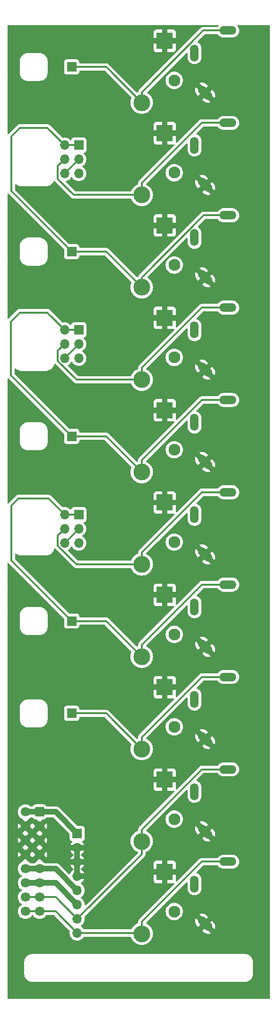
<source format=gtl>
G04 #@! TF.GenerationSoftware,KiCad,Pcbnew,8.0.3*
G04 #@! TF.CreationDate,2024-06-29T16:07:53+02:00*
G04 #@! TF.ProjectId,DMH_Adapter_Mult_PCB,444d485f-4164-4617-9074-65725f4d756c,1*
G04 #@! TF.SameCoordinates,Original*
G04 #@! TF.FileFunction,Copper,L1,Top*
G04 #@! TF.FilePolarity,Positive*
%FSLAX46Y46*%
G04 Gerber Fmt 4.6, Leading zero omitted, Abs format (unit mm)*
G04 Created by KiCad (PCBNEW 8.0.3) date 2024-06-29 16:07:53*
%MOMM*%
%LPD*%
G01*
G04 APERTURE LIST*
G04 Aperture macros list*
%AMRoundRect*
0 Rectangle with rounded corners*
0 $1 Rounding radius*
0 $2 $3 $4 $5 $6 $7 $8 $9 X,Y pos of 4 corners*
0 Add a 4 corners polygon primitive as box body*
4,1,4,$2,$3,$4,$5,$6,$7,$8,$9,$2,$3,0*
0 Add four circle primitives for the rounded corners*
1,1,$1+$1,$2,$3*
1,1,$1+$1,$4,$5*
1,1,$1+$1,$6,$7*
1,1,$1+$1,$8,$9*
0 Add four rect primitives between the rounded corners*
20,1,$1+$1,$2,$3,$4,$5,0*
20,1,$1+$1,$4,$5,$6,$7,0*
20,1,$1+$1,$6,$7,$8,$9,0*
20,1,$1+$1,$8,$9,$2,$3,0*%
%AMHorizOval*
0 Thick line with rounded ends*
0 $1 width*
0 $2 $3 position (X,Y) of the first rounded end (center of the circle)*
0 $4 $5 position (X,Y) of the second rounded end (center of the circle)*
0 Add line between two ends*
20,1,$1,$2,$3,$4,$5,0*
0 Add two circle primitives to create the rounded ends*
1,1,$1,$2,$3*
1,1,$1,$4,$5*%
G04 Aperture macros list end*
G04 #@! TA.AperFunction,ComponentPad*
%ADD10R,3.000000X3.000000*%
G04 #@! TD*
G04 #@! TA.AperFunction,ComponentPad*
%ADD11C,3.000000*%
G04 #@! TD*
G04 #@! TA.AperFunction,ComponentPad*
%ADD12C,2.100000*%
G04 #@! TD*
G04 #@! TA.AperFunction,ComponentPad*
%ADD13HorizOval,1.508000X-0.533159X0.533159X0.533159X-0.533159X0*%
G04 #@! TD*
G04 #@! TA.AperFunction,ComponentPad*
%ADD14O,3.016000X1.508000*%
G04 #@! TD*
G04 #@! TA.AperFunction,ComponentPad*
%ADD15O,1.508000X3.016000*%
G04 #@! TD*
G04 #@! TA.AperFunction,ComponentPad*
%ADD16R,1.700000X1.700000*%
G04 #@! TD*
G04 #@! TA.AperFunction,ComponentPad*
%ADD17O,1.700000X1.700000*%
G04 #@! TD*
G04 #@! TA.AperFunction,ComponentPad*
%ADD18RoundRect,0.250000X0.600000X0.600000X-0.600000X0.600000X-0.600000X-0.600000X0.600000X-0.600000X0*%
G04 #@! TD*
G04 #@! TA.AperFunction,ComponentPad*
%ADD19C,1.700000*%
G04 #@! TD*
G04 #@! TA.AperFunction,Conductor*
%ADD20C,0.300000*%
G04 #@! TD*
G04 #@! TA.AperFunction,Conductor*
%ADD21C,1.000000*%
G04 #@! TD*
G04 APERTURE END LIST*
D10*
X77170000Y-48330000D03*
D11*
X73060000Y-59380000D03*
D12*
X78880000Y-55400000D03*
D10*
X77170000Y-81330000D03*
D11*
X73060000Y-92380000D03*
D12*
X78880000Y-88400000D03*
D10*
X77170000Y-163830000D03*
D11*
X73060000Y-174880000D03*
D12*
X78880000Y-170900000D03*
D10*
X77170000Y-114330000D03*
D11*
X73060000Y-125380000D03*
D12*
X78880000Y-121400000D03*
D10*
X77170000Y-196830000D03*
D11*
X73060000Y-207880000D03*
D12*
X78880000Y-203900000D03*
D10*
X77170000Y-97830000D03*
D11*
X73060000Y-108880000D03*
D12*
X78880000Y-104900000D03*
D10*
X77170000Y-180330000D03*
D11*
X73060000Y-191380000D03*
D12*
X78880000Y-187400000D03*
D10*
X77170000Y-147330000D03*
D11*
X73060000Y-158380000D03*
D12*
X78880000Y-154400000D03*
D10*
X77170000Y-130830000D03*
D11*
X73060000Y-141880000D03*
D12*
X78880000Y-137900000D03*
D10*
X77170000Y-64830000D03*
D11*
X73060000Y-75880000D03*
D12*
X78880000Y-71900000D03*
D13*
X84403810Y-57596190D03*
D14*
X88500000Y-46500000D03*
D15*
X82500000Y-50500000D03*
D13*
X84403810Y-90596190D03*
D14*
X88500000Y-79500000D03*
D15*
X82500000Y-83500000D03*
D13*
X84403810Y-206096190D03*
D14*
X88500000Y-195000000D03*
D15*
X82500000Y-199000000D03*
D13*
X84403810Y-107096190D03*
D14*
X88500000Y-96000000D03*
D15*
X82500000Y-100000000D03*
D13*
X84403810Y-140096190D03*
D14*
X88500000Y-129000000D03*
D15*
X82500000Y-133000000D03*
D13*
X84403810Y-156596190D03*
D14*
X88500000Y-145500000D03*
D15*
X82500000Y-149500000D03*
D13*
X84403810Y-123596190D03*
D14*
X88500000Y-112500000D03*
D15*
X82500000Y-116500000D03*
D13*
X84403810Y-173096190D03*
D14*
X88500000Y-162000000D03*
D15*
X82500000Y-166000000D03*
D13*
X84403810Y-189596190D03*
D14*
X88500000Y-178500000D03*
D15*
X82500000Y-182500000D03*
D13*
X84403810Y-74096190D03*
D14*
X88500000Y-63000000D03*
D15*
X82500000Y-67000000D03*
D16*
X60500000Y-86000000D03*
X61500000Y-189980000D03*
D17*
X61500000Y-192520000D03*
X61500000Y-195060000D03*
X61500000Y-197600000D03*
X61500000Y-200140000D03*
X61500000Y-202680000D03*
X61500000Y-205220000D03*
X61500000Y-207760000D03*
D16*
X61775000Y-66975000D03*
D17*
X61775000Y-69515000D03*
X61775000Y-72055000D03*
X59235000Y-66975000D03*
X59235000Y-69515000D03*
X59235000Y-72055000D03*
D16*
X60500000Y-53000000D03*
X60500000Y-168500000D03*
X60500000Y-152000000D03*
D18*
X54752500Y-186110000D03*
D19*
X52212500Y-186110000D03*
X54752500Y-188650000D03*
X52212500Y-188650000D03*
X54752500Y-191190000D03*
X52212500Y-191190000D03*
X54752500Y-193730000D03*
X52212500Y-193730000D03*
X54752500Y-196270000D03*
X52212500Y-196270000D03*
X54752500Y-198810000D03*
X52212500Y-198810000D03*
X54752500Y-201350000D03*
X52212500Y-201350000D03*
X54752500Y-203890000D03*
X52212500Y-203890000D03*
D16*
X61775000Y-132975000D03*
D17*
X61775000Y-135515000D03*
X61775000Y-138055000D03*
X59235000Y-132975000D03*
X59235000Y-135515000D03*
X59235000Y-138055000D03*
D16*
X60500000Y-119000000D03*
X61775000Y-99975000D03*
D17*
X61775000Y-102515000D03*
X61775000Y-105055000D03*
X59235000Y-99975000D03*
X59235000Y-102515000D03*
X59235000Y-105055000D03*
D20*
X59235000Y-105055000D02*
X61775000Y-102515000D01*
X49700000Y-75200000D02*
X60500000Y-86000000D01*
X61775000Y-66975000D02*
X59235000Y-66975000D01*
X84184708Y-79500000D02*
X73060000Y-90624708D01*
X56160000Y-63900000D02*
X51200000Y-63900000D01*
X49700000Y-65400000D02*
X49700000Y-75200000D01*
X51200000Y-63900000D02*
X49700000Y-65400000D01*
X88500000Y-79500000D02*
X84184708Y-79500000D01*
X59235000Y-66975000D02*
X56160000Y-63900000D01*
X73060000Y-90624708D02*
X73060000Y-92380000D01*
X66680000Y-86000000D02*
X73060000Y-92380000D01*
X60500000Y-86000000D02*
X66680000Y-86000000D01*
X84100000Y-46500000D02*
X73060000Y-57540000D01*
X88500000Y-46500000D02*
X84100000Y-46500000D01*
X61775000Y-69515000D02*
X59235000Y-72055000D01*
X66680000Y-53000000D02*
X73060000Y-59380000D01*
X73060000Y-57540000D02*
X73060000Y-59380000D01*
X60500000Y-53000000D02*
X66680000Y-53000000D01*
X83818680Y-63000000D02*
X88500000Y-63000000D01*
X58035000Y-73035000D02*
X60880000Y-75880000D01*
X60880000Y-75880000D02*
X73060000Y-75880000D01*
X73060000Y-73758680D02*
X83818680Y-63000000D01*
X73060000Y-75880000D02*
X73060000Y-73758680D01*
X58035000Y-70715000D02*
X58035000Y-73035000D01*
X59235000Y-69515000D02*
X58035000Y-70715000D01*
X66680000Y-119000000D02*
X73060000Y-125380000D01*
X59235000Y-99975000D02*
X56160000Y-96900000D01*
X83818680Y-112500000D02*
X88500000Y-112500000D01*
X73060000Y-123258680D02*
X83818680Y-112500000D01*
X60500000Y-119000000D02*
X66680000Y-119000000D01*
X49600000Y-108100000D02*
X60500000Y-119000000D01*
X49600000Y-98500000D02*
X49600000Y-108100000D01*
X51200000Y-96900000D02*
X49600000Y-98500000D01*
X73060000Y-125380000D02*
X73060000Y-123258680D01*
X59235000Y-138055000D02*
X61775000Y-135515000D01*
X61775000Y-99975000D02*
X59235000Y-99975000D01*
X56160000Y-96900000D02*
X51200000Y-96900000D01*
X73060000Y-108880000D02*
X73060000Y-106758680D01*
X61362943Y-108880000D02*
X73060000Y-108880000D01*
X73060000Y-106758680D02*
X83818680Y-96000000D01*
X58035000Y-105552057D02*
X61362943Y-108880000D01*
X58035000Y-103715000D02*
X58035000Y-105552057D01*
X83818680Y-96000000D02*
X88500000Y-96000000D01*
X59235000Y-102515000D02*
X58035000Y-103715000D01*
X61775000Y-132975000D02*
X59235000Y-132975000D01*
X83818680Y-145500000D02*
X88500000Y-145500000D01*
X73060000Y-158380000D02*
X73060000Y-156258680D01*
X73060000Y-156258680D02*
X83818680Y-145500000D01*
X59235000Y-132975000D02*
X56360000Y-130100000D01*
X56360000Y-130100000D02*
X51000000Y-130100000D01*
X49700000Y-131400000D02*
X49700000Y-141200000D01*
X51000000Y-130100000D02*
X49700000Y-131400000D01*
X66680000Y-152000000D02*
X73060000Y-158380000D01*
X49700000Y-141200000D02*
X60500000Y-152000000D01*
X60500000Y-152000000D02*
X66680000Y-152000000D01*
X83818680Y-129000000D02*
X88500000Y-129000000D01*
X58035000Y-136715000D02*
X59235000Y-135515000D01*
X58035000Y-138552057D02*
X58035000Y-136715000D01*
X73060000Y-139758680D02*
X83818680Y-129000000D01*
X73060000Y-141880000D02*
X73060000Y-139758680D01*
X73060000Y-141880000D02*
X61362943Y-141880000D01*
X61362943Y-141880000D02*
X58035000Y-138552057D01*
D21*
X52212500Y-186110000D02*
X54752500Y-186110000D01*
X54752500Y-186110000D02*
X57630000Y-186110000D01*
X57630000Y-186110000D02*
X61500000Y-189980000D01*
X57630000Y-196270000D02*
X61500000Y-200140000D01*
X54752500Y-196270000D02*
X57630000Y-196270000D01*
X52212500Y-196270000D02*
X54752500Y-196270000D01*
X54752500Y-198810000D02*
X57630000Y-198810000D01*
X57630000Y-198810000D02*
X61500000Y-202680000D01*
X52212500Y-198810000D02*
X54752500Y-198810000D01*
D20*
X83818680Y-178500000D02*
X88500000Y-178500000D01*
X54752500Y-201350000D02*
X57630000Y-201350000D01*
X73060000Y-189258680D02*
X83818680Y-178500000D01*
X73060000Y-193660000D02*
X73060000Y-191380000D01*
X52212500Y-201350000D02*
X54752500Y-201350000D01*
X57630000Y-201350000D02*
X61500000Y-205220000D01*
X61500000Y-205220000D02*
X73060000Y-193660000D01*
X73060000Y-191380000D02*
X73060000Y-189258680D01*
X72940000Y-207760000D02*
X73060000Y-207880000D01*
X52212500Y-203890000D02*
X54752500Y-203890000D01*
X61500000Y-207760000D02*
X72940000Y-207760000D01*
X57630000Y-203890000D02*
X61500000Y-207760000D01*
X73060000Y-205758680D02*
X83818680Y-195000000D01*
X54752500Y-203890000D02*
X57630000Y-203890000D01*
X83818680Y-195000000D02*
X88500000Y-195000000D01*
X73060000Y-207880000D02*
X73060000Y-205758680D01*
X73060000Y-174880000D02*
X73060000Y-172758680D01*
X66680000Y-168500000D02*
X73060000Y-174880000D01*
X60500000Y-168500000D02*
X66680000Y-168500000D01*
X83818680Y-162000000D02*
X88500000Y-162000000D01*
X73060000Y-172758680D02*
X83818680Y-162000000D01*
G04 #@! TA.AperFunction,Conductor*
G36*
X61034075Y-197792993D02*
G01*
X61099901Y-197907007D01*
X61192993Y-198000099D01*
X61307007Y-198065925D01*
X61434174Y-198100000D01*
X61124000Y-198100000D01*
X61056961Y-198080315D01*
X61011206Y-198027511D01*
X61000000Y-197976000D01*
X61000000Y-197665826D01*
X61034075Y-197792993D01*
G37*
G04 #@! TD.AperFunction*
G04 #@! TA.AperFunction,Conductor*
G36*
X86745207Y-45520185D02*
G01*
X86790962Y-45572989D01*
X86800906Y-45642147D01*
X86778486Y-45697385D01*
X86705106Y-45798385D01*
X86649777Y-45841051D01*
X86604788Y-45849500D01*
X84035929Y-45849500D01*
X83910261Y-45874497D01*
X83910255Y-45874499D01*
X83791874Y-45923534D01*
X83685326Y-45994726D01*
X72554726Y-57125326D01*
X72483534Y-57231874D01*
X72434499Y-57350255D01*
X72434497Y-57350260D01*
X72420504Y-57420608D01*
X72388118Y-57482518D01*
X72342220Y-57512597D01*
X72249601Y-57547142D01*
X72179910Y-57552126D01*
X72118587Y-57518641D01*
X67094674Y-52494727D01*
X67094673Y-52494726D01*
X67069057Y-52477610D01*
X66988127Y-52423535D01*
X66869744Y-52374499D01*
X66869738Y-52374497D01*
X66744071Y-52349500D01*
X66744069Y-52349500D01*
X61974499Y-52349500D01*
X61907460Y-52329815D01*
X61861705Y-52277011D01*
X61850499Y-52225500D01*
X61850499Y-52102129D01*
X61850498Y-52102123D01*
X61850497Y-52102116D01*
X61844091Y-52042517D01*
X61828233Y-52000000D01*
X61793797Y-51907671D01*
X61793793Y-51907664D01*
X61707547Y-51792455D01*
X61707544Y-51792452D01*
X61592335Y-51706206D01*
X61592328Y-51706202D01*
X61457482Y-51655908D01*
X61457483Y-51655908D01*
X61397883Y-51649501D01*
X61397881Y-51649500D01*
X61397873Y-51649500D01*
X61397864Y-51649500D01*
X59602129Y-51649500D01*
X59602123Y-51649501D01*
X59542516Y-51655908D01*
X59407671Y-51706202D01*
X59407664Y-51706206D01*
X59292455Y-51792452D01*
X59292452Y-51792455D01*
X59206206Y-51907664D01*
X59206202Y-51907671D01*
X59155908Y-52042517D01*
X59149501Y-52102116D01*
X59149501Y-52102123D01*
X59149500Y-52102135D01*
X59149500Y-53897870D01*
X59149501Y-53897876D01*
X59155908Y-53957483D01*
X59206202Y-54092328D01*
X59206206Y-54092335D01*
X59292452Y-54207544D01*
X59292455Y-54207547D01*
X59407664Y-54293793D01*
X59407671Y-54293797D01*
X59542517Y-54344091D01*
X59542516Y-54344091D01*
X59549444Y-54344835D01*
X59602127Y-54350500D01*
X61397872Y-54350499D01*
X61457483Y-54344091D01*
X61592331Y-54293796D01*
X61707546Y-54207546D01*
X61793796Y-54092331D01*
X61844091Y-53957483D01*
X61850500Y-53897873D01*
X61850500Y-53774500D01*
X61870185Y-53707461D01*
X61922989Y-53661706D01*
X61974500Y-53650500D01*
X66359192Y-53650500D01*
X66426231Y-53670185D01*
X66446873Y-53686819D01*
X71198641Y-58438587D01*
X71232126Y-58499910D01*
X71227142Y-58569601D01*
X71135629Y-58814960D01*
X71074804Y-59094566D01*
X71054390Y-59379998D01*
X71054390Y-59380001D01*
X71074804Y-59665433D01*
X71135628Y-59945037D01*
X71235635Y-60213166D01*
X71372770Y-60464309D01*
X71372775Y-60464317D01*
X71544254Y-60693387D01*
X71544270Y-60693405D01*
X71746594Y-60895729D01*
X71746612Y-60895745D01*
X71975682Y-61067224D01*
X71975690Y-61067229D01*
X72226833Y-61204364D01*
X72226832Y-61204364D01*
X72226836Y-61204365D01*
X72226839Y-61204367D01*
X72494954Y-61304369D01*
X72494960Y-61304370D01*
X72494962Y-61304371D01*
X72774566Y-61365195D01*
X72774568Y-61365195D01*
X72774572Y-61365196D01*
X73028220Y-61383337D01*
X73059999Y-61385610D01*
X73060000Y-61385610D01*
X73060001Y-61385610D01*
X73088595Y-61383564D01*
X73345428Y-61365196D01*
X73625046Y-61304369D01*
X73893161Y-61204367D01*
X74144315Y-61067226D01*
X74373395Y-60895739D01*
X74575739Y-60693395D01*
X74747226Y-60464315D01*
X74884367Y-60213161D01*
X74984369Y-59945046D01*
X75045196Y-59665428D01*
X75063564Y-59408595D01*
X75065610Y-59380001D01*
X75065610Y-59379998D01*
X75052870Y-59201869D01*
X75045196Y-59094572D01*
X74984369Y-58814954D01*
X74884367Y-58546839D01*
X74822494Y-58433528D01*
X74747229Y-58295690D01*
X74747224Y-58295682D01*
X74575745Y-58066612D01*
X74575729Y-58066594D01*
X74373405Y-57864270D01*
X74373387Y-57864254D01*
X74144317Y-57692775D01*
X74144309Y-57692770D01*
X74084564Y-57660147D01*
X74035159Y-57610742D01*
X74020307Y-57542469D01*
X74044724Y-57477005D01*
X74056303Y-57463641D01*
X74555605Y-56964339D01*
X82616651Y-56964339D01*
X82616651Y-57161722D01*
X82647529Y-57356678D01*
X82708521Y-57544397D01*
X82708522Y-57544400D01*
X82798133Y-57720270D01*
X82914155Y-57879958D01*
X82914155Y-57879960D01*
X83163543Y-58129348D01*
X83163544Y-58129348D01*
X83696703Y-57596190D01*
X83100547Y-57000034D01*
X83373481Y-57000034D01*
X83373481Y-57131686D01*
X83407555Y-57258852D01*
X83473381Y-57372867D01*
X84403810Y-58303297D01*
X83870651Y-58836454D01*
X84120044Y-59085846D01*
X84279730Y-59201865D01*
X84279736Y-59201869D01*
X84455598Y-59291477D01*
X84455604Y-59291479D01*
X84643320Y-59352470D01*
X84643319Y-59352470D01*
X84838277Y-59383349D01*
X85035660Y-59383349D01*
X85230616Y-59352470D01*
X85230619Y-59352470D01*
X85398451Y-59297938D01*
X84627134Y-58526621D01*
X84741148Y-58592446D01*
X84868314Y-58626520D01*
X84999966Y-58626520D01*
X85127132Y-58592446D01*
X85241148Y-58526620D01*
X85334240Y-58433528D01*
X85400066Y-58319512D01*
X85434140Y-58192346D01*
X85434140Y-58060694D01*
X85400066Y-57933528D01*
X85334240Y-57819513D01*
X85110916Y-57596189D01*
X85110917Y-57596189D01*
X85110917Y-57596190D01*
X86105558Y-58590831D01*
X86160090Y-58422999D01*
X86160090Y-58422996D01*
X86190969Y-58228040D01*
X86190969Y-58030656D01*
X86160090Y-57835699D01*
X86099099Y-57647984D01*
X86099097Y-57647978D01*
X86009489Y-57472116D01*
X86009485Y-57472110D01*
X85893466Y-57312424D01*
X85644075Y-57063031D01*
X85644074Y-57063031D01*
X85110917Y-57596189D01*
X85110916Y-57596189D01*
X84180487Y-56665761D01*
X84066472Y-56599935D01*
X83939306Y-56565861D01*
X83807654Y-56565861D01*
X83680488Y-56599935D01*
X83566473Y-56665761D01*
X83473381Y-56758853D01*
X83407555Y-56872868D01*
X83373481Y-57000034D01*
X83100547Y-57000034D01*
X82702061Y-56601548D01*
X82702060Y-56601548D01*
X82647529Y-56769381D01*
X82616651Y-56964339D01*
X74555605Y-56964339D01*
X76119944Y-55400000D01*
X77324706Y-55400000D01*
X77343853Y-55643297D01*
X77400830Y-55880619D01*
X77494222Y-56106089D01*
X77621737Y-56314173D01*
X77621738Y-56314176D01*
X77675449Y-56377063D01*
X77780241Y-56499759D01*
X77857637Y-56565861D01*
X77965823Y-56658261D01*
X77965826Y-56658262D01*
X78173910Y-56785777D01*
X78399381Y-56879169D01*
X78399378Y-56879169D01*
X78399384Y-56879170D01*
X78399388Y-56879172D01*
X78636698Y-56936146D01*
X78880000Y-56955294D01*
X79123302Y-56936146D01*
X79360612Y-56879172D01*
X79586089Y-56785777D01*
X79794179Y-56658259D01*
X79979759Y-56499759D01*
X80138259Y-56314179D01*
X80265777Y-56106089D01*
X80353444Y-55894440D01*
X83409168Y-55894440D01*
X83409168Y-55894441D01*
X84403810Y-56889083D01*
X84403811Y-56889083D01*
X84936968Y-56355924D01*
X84936968Y-56355923D01*
X84687579Y-56106535D01*
X84527890Y-55990513D01*
X84352020Y-55900902D01*
X84352017Y-55900901D01*
X84164298Y-55839909D01*
X83969342Y-55809031D01*
X83771960Y-55809031D01*
X83577001Y-55839909D01*
X83409168Y-55894440D01*
X80353444Y-55894440D01*
X80359172Y-55880612D01*
X80416146Y-55643302D01*
X80435294Y-55400000D01*
X80416146Y-55156698D01*
X80359172Y-54919388D01*
X80359169Y-54919380D01*
X80265777Y-54693910D01*
X80138262Y-54485826D01*
X80138261Y-54485823D01*
X80102453Y-54443897D01*
X79979759Y-54300241D01*
X79857063Y-54195449D01*
X79794176Y-54141738D01*
X79794173Y-54141737D01*
X79586089Y-54014222D01*
X79360618Y-53920830D01*
X79360621Y-53920830D01*
X79254992Y-53895470D01*
X79123302Y-53863854D01*
X79123300Y-53863853D01*
X79123297Y-53863853D01*
X78880000Y-53844706D01*
X78636702Y-53863853D01*
X78636698Y-53863854D01*
X78494989Y-53897876D01*
X78399380Y-53920830D01*
X78173910Y-54014222D01*
X77965826Y-54141737D01*
X77965823Y-54141738D01*
X77780241Y-54300241D01*
X77621738Y-54485823D01*
X77621737Y-54485826D01*
X77494222Y-54693910D01*
X77400830Y-54919380D01*
X77343853Y-55156702D01*
X77324706Y-55400000D01*
X76119944Y-55400000D01*
X81033821Y-50486124D01*
X81095142Y-50452641D01*
X81164834Y-50457625D01*
X81220767Y-50499497D01*
X81245184Y-50564961D01*
X81245500Y-50573807D01*
X81245500Y-51352736D01*
X81276389Y-51547763D01*
X81322140Y-51688567D01*
X81337409Y-51735561D01*
X81427056Y-51911501D01*
X81427058Y-51911504D01*
X81543115Y-52071246D01*
X81682753Y-52210884D01*
X81832234Y-52319486D01*
X81842499Y-52326944D01*
X82018439Y-52416591D01*
X82143637Y-52457270D01*
X82206236Y-52477610D01*
X82401264Y-52508500D01*
X82401269Y-52508500D01*
X82598736Y-52508500D01*
X82793763Y-52477610D01*
X82981561Y-52416591D01*
X83157501Y-52326944D01*
X83297128Y-52225500D01*
X83317246Y-52210884D01*
X83317248Y-52210881D01*
X83317252Y-52210879D01*
X83456879Y-52071252D01*
X83456881Y-52071248D01*
X83456884Y-52071246D01*
X83556519Y-51934108D01*
X83572944Y-51911501D01*
X83662591Y-51735561D01*
X83723610Y-51547763D01*
X83735248Y-51474284D01*
X83754500Y-51352736D01*
X83754500Y-49647263D01*
X83723610Y-49452236D01*
X83683893Y-49330000D01*
X83662591Y-49264439D01*
X83572944Y-49088499D01*
X83565486Y-49078234D01*
X83456884Y-48928753D01*
X83317246Y-48789115D01*
X83157504Y-48673058D01*
X83157503Y-48673057D01*
X83157501Y-48673056D01*
X83103801Y-48645694D01*
X83053006Y-48597720D01*
X83036211Y-48529899D01*
X83058748Y-48463764D01*
X83072416Y-48447529D01*
X83663624Y-47856322D01*
X84333127Y-47186819D01*
X84394450Y-47153334D01*
X84420808Y-47150500D01*
X86604788Y-47150500D01*
X86671827Y-47170185D01*
X86705105Y-47201613D01*
X86789117Y-47317246D01*
X86789121Y-47317252D01*
X86928753Y-47456884D01*
X87061391Y-47553249D01*
X87088499Y-47572944D01*
X87264439Y-47662591D01*
X87356604Y-47692537D01*
X87452236Y-47723610D01*
X87647264Y-47754500D01*
X87647269Y-47754500D01*
X89352736Y-47754500D01*
X89547763Y-47723610D01*
X89735561Y-47662591D01*
X89911501Y-47572944D01*
X90001192Y-47507779D01*
X90071246Y-47456884D01*
X90071248Y-47456881D01*
X90071252Y-47456879D01*
X90210879Y-47317252D01*
X90210881Y-47317248D01*
X90210884Y-47317246D01*
X90261779Y-47247192D01*
X90326944Y-47157501D01*
X90416591Y-46981561D01*
X90477610Y-46793763D01*
X90488878Y-46722620D01*
X90508500Y-46598736D01*
X90508500Y-46401263D01*
X90477610Y-46206236D01*
X90457270Y-46143637D01*
X90416591Y-46018439D01*
X90326944Y-45842499D01*
X90294894Y-45798385D01*
X90221514Y-45697385D01*
X90198034Y-45631579D01*
X90213860Y-45563525D01*
X90263966Y-45514830D01*
X90321832Y-45500500D01*
X95875500Y-45500500D01*
X95942539Y-45520185D01*
X95988294Y-45572989D01*
X95999500Y-45624500D01*
X95999500Y-219375500D01*
X95979815Y-219442539D01*
X95927011Y-219488294D01*
X95875500Y-219499500D01*
X49124500Y-219499500D01*
X49057461Y-219479815D01*
X49011706Y-219427011D01*
X49000500Y-219375500D01*
X49000500Y-212892682D01*
X51999500Y-212892682D01*
X51999500Y-215107317D01*
X52030044Y-215319764D01*
X52030047Y-215319774D01*
X52090517Y-215525715D01*
X52179672Y-215720938D01*
X52179679Y-215720951D01*
X52295720Y-215901514D01*
X52436275Y-216063724D01*
X52560277Y-216171172D01*
X52598487Y-216204281D01*
X52727531Y-216287211D01*
X52779048Y-216320320D01*
X52779061Y-216320327D01*
X52974284Y-216409482D01*
X52974288Y-216409483D01*
X52974290Y-216409484D01*
X53180231Y-216469954D01*
X53180232Y-216469954D01*
X53180235Y-216469955D01*
X53243584Y-216479062D01*
X53392682Y-216500500D01*
X53392683Y-216500500D01*
X91607317Y-216500500D01*
X91607318Y-216500500D01*
X91777851Y-216475980D01*
X91819764Y-216469955D01*
X91819765Y-216469954D01*
X91819769Y-216469954D01*
X92025710Y-216409484D01*
X92025713Y-216409482D01*
X92025715Y-216409482D01*
X92220938Y-216320327D01*
X92220944Y-216320323D01*
X92220950Y-216320321D01*
X92401513Y-216204281D01*
X92563724Y-216063724D01*
X92704281Y-215901513D01*
X92820321Y-215720950D01*
X92820323Y-215720944D01*
X92820327Y-215720938D01*
X92909482Y-215525715D01*
X92909482Y-215525713D01*
X92909484Y-215525710D01*
X92969954Y-215319769D01*
X93000500Y-215107318D01*
X93000500Y-215000000D01*
X93000500Y-214934108D01*
X93000500Y-212934108D01*
X93000500Y-212892682D01*
X92969954Y-212680231D01*
X92909484Y-212474290D01*
X92909483Y-212474288D01*
X92909482Y-212474284D01*
X92820327Y-212279061D01*
X92820320Y-212279048D01*
X92787211Y-212227531D01*
X92704281Y-212098487D01*
X92671172Y-212060277D01*
X92563724Y-211936275D01*
X92401514Y-211795720D01*
X92401513Y-211795719D01*
X92336991Y-211754253D01*
X92220951Y-211679679D01*
X92220938Y-211679672D01*
X92025715Y-211590517D01*
X91819774Y-211530047D01*
X91819764Y-211530044D01*
X91628754Y-211502582D01*
X91607318Y-211499500D01*
X91565892Y-211499500D01*
X53565892Y-211499500D01*
X53500000Y-211499500D01*
X53392682Y-211499500D01*
X53180235Y-211530044D01*
X53180225Y-211530047D01*
X52974284Y-211590517D01*
X52779061Y-211679672D01*
X52779048Y-211679679D01*
X52598485Y-211795720D01*
X52436275Y-211936275D01*
X52295720Y-212098485D01*
X52179679Y-212279048D01*
X52179672Y-212279061D01*
X52090517Y-212474284D01*
X52030047Y-212680225D01*
X52030044Y-212680235D01*
X51999500Y-212892682D01*
X49000500Y-212892682D01*
X49000500Y-196269999D01*
X50856841Y-196269999D01*
X50856841Y-196270000D01*
X50877436Y-196505403D01*
X50877438Y-196505413D01*
X50938594Y-196733655D01*
X50938596Y-196733659D01*
X50938597Y-196733663D01*
X50997646Y-196860294D01*
X51038465Y-196947830D01*
X51038467Y-196947834D01*
X51145015Y-197099999D01*
X51160202Y-197121689D01*
X51174001Y-197141395D01*
X51174006Y-197141402D01*
X51341097Y-197308493D01*
X51341103Y-197308498D01*
X51526658Y-197438425D01*
X51570283Y-197493002D01*
X51577477Y-197562500D01*
X51545954Y-197624855D01*
X51526658Y-197641575D01*
X51341097Y-197771505D01*
X51174005Y-197938597D01*
X51038465Y-198132169D01*
X51038464Y-198132171D01*
X50938598Y-198346335D01*
X50938594Y-198346344D01*
X50877438Y-198574586D01*
X50877436Y-198574596D01*
X50856841Y-198809999D01*
X50856841Y-198810000D01*
X50877436Y-199045403D01*
X50877438Y-199045413D01*
X50938594Y-199273655D01*
X50938596Y-199273659D01*
X50938597Y-199273663D01*
X51026499Y-199462169D01*
X51038465Y-199487830D01*
X51038467Y-199487834D01*
X51174001Y-199681395D01*
X51174006Y-199681402D01*
X51341097Y-199848493D01*
X51341103Y-199848498D01*
X51526658Y-199978425D01*
X51570283Y-200033002D01*
X51577477Y-200102500D01*
X51545954Y-200164855D01*
X51526658Y-200181575D01*
X51341097Y-200311505D01*
X51174005Y-200478597D01*
X51038465Y-200672169D01*
X51038464Y-200672171D01*
X50938598Y-200886335D01*
X50938594Y-200886344D01*
X50877438Y-201114586D01*
X50877436Y-201114596D01*
X50856841Y-201349999D01*
X50856841Y-201350000D01*
X50877436Y-201585403D01*
X50877438Y-201585413D01*
X50938594Y-201813655D01*
X50938596Y-201813659D01*
X50938597Y-201813663D01*
X51025721Y-202000500D01*
X51038465Y-202027830D01*
X51038467Y-202027834D01*
X51056353Y-202053377D01*
X51174001Y-202221396D01*
X51174006Y-202221402D01*
X51341097Y-202388493D01*
X51341103Y-202388498D01*
X51526658Y-202518425D01*
X51570283Y-202573002D01*
X51577477Y-202642500D01*
X51545954Y-202704855D01*
X51526658Y-202721575D01*
X51341097Y-202851505D01*
X51174005Y-203018597D01*
X51038465Y-203212169D01*
X51038464Y-203212171D01*
X50938598Y-203426335D01*
X50938594Y-203426344D01*
X50877438Y-203654586D01*
X50877436Y-203654596D01*
X50856841Y-203889999D01*
X50856841Y-203890000D01*
X50877436Y-204125403D01*
X50877438Y-204125413D01*
X50938594Y-204353655D01*
X50938596Y-204353659D01*
X50938597Y-204353663D01*
X51025721Y-204540500D01*
X51038465Y-204567830D01*
X51038467Y-204567834D01*
X51146781Y-204722521D01*
X51174005Y-204761401D01*
X51341099Y-204928495D01*
X51437884Y-204996265D01*
X51534665Y-205064032D01*
X51534667Y-205064033D01*
X51534670Y-205064035D01*
X51748837Y-205163903D01*
X51977092Y-205225063D01*
X52165418Y-205241539D01*
X52212499Y-205245659D01*
X52212500Y-205245659D01*
X52212501Y-205245659D01*
X52251734Y-205242226D01*
X52447908Y-205225063D01*
X52676163Y-205163903D01*
X52890330Y-205064035D01*
X53083901Y-204928495D01*
X53250995Y-204761401D01*
X53332899Y-204644429D01*
X53368647Y-204593377D01*
X53423224Y-204549752D01*
X53470222Y-204540500D01*
X53494778Y-204540500D01*
X53561817Y-204560185D01*
X53596353Y-204593377D01*
X53714000Y-204761395D01*
X53714005Y-204761401D01*
X53881099Y-204928495D01*
X53977884Y-204996265D01*
X54074665Y-205064032D01*
X54074667Y-205064033D01*
X54074670Y-205064035D01*
X54288837Y-205163903D01*
X54517092Y-205225063D01*
X54705418Y-205241539D01*
X54752499Y-205245659D01*
X54752500Y-205245659D01*
X54752501Y-205245659D01*
X54791734Y-205242226D01*
X54987908Y-205225063D01*
X55216163Y-205163903D01*
X55430330Y-205064035D01*
X55623901Y-204928495D01*
X55790995Y-204761401D01*
X55872899Y-204644429D01*
X55908647Y-204593377D01*
X55963224Y-204549752D01*
X56010222Y-204540500D01*
X57309192Y-204540500D01*
X57376231Y-204560185D01*
X57396873Y-204576819D01*
X60152290Y-207332236D01*
X60185775Y-207393559D01*
X60184384Y-207452008D01*
X60164937Y-207524589D01*
X60164937Y-207524590D01*
X60144341Y-207759999D01*
X60144341Y-207760000D01*
X60164936Y-207995403D01*
X60164938Y-207995413D01*
X60226094Y-208223655D01*
X60226096Y-208223659D01*
X60226097Y-208223663D01*
X60313221Y-208410500D01*
X60325965Y-208437830D01*
X60325967Y-208437834D01*
X60434281Y-208592521D01*
X60461505Y-208631401D01*
X60628599Y-208798495D01*
X60725384Y-208866265D01*
X60822165Y-208934032D01*
X60822167Y-208934033D01*
X60822170Y-208934035D01*
X61036337Y-209033903D01*
X61264592Y-209095063D01*
X61452918Y-209111539D01*
X61499999Y-209115659D01*
X61500000Y-209115659D01*
X61500001Y-209115659D01*
X61539234Y-209112226D01*
X61735408Y-209095063D01*
X61963663Y-209033903D01*
X62177830Y-208934035D01*
X62371401Y-208798495D01*
X62538495Y-208631401D01*
X62656147Y-208463377D01*
X62710724Y-208419752D01*
X62757722Y-208410500D01*
X71036652Y-208410500D01*
X71103691Y-208430185D01*
X71149446Y-208482989D01*
X71152826Y-208491149D01*
X71205136Y-208631395D01*
X71235633Y-208713162D01*
X71235635Y-208713166D01*
X71372770Y-208964309D01*
X71372775Y-208964317D01*
X71544254Y-209193387D01*
X71544270Y-209193405D01*
X71746594Y-209395729D01*
X71746612Y-209395745D01*
X71975682Y-209567224D01*
X71975690Y-209567229D01*
X72226833Y-209704364D01*
X72226832Y-209704364D01*
X72226836Y-209704365D01*
X72226839Y-209704367D01*
X72494954Y-209804369D01*
X72494960Y-209804370D01*
X72494962Y-209804371D01*
X72774566Y-209865195D01*
X72774568Y-209865195D01*
X72774572Y-209865196D01*
X73028220Y-209883337D01*
X73059999Y-209885610D01*
X73060000Y-209885610D01*
X73060001Y-209885610D01*
X73088595Y-209883564D01*
X73345428Y-209865196D01*
X73625046Y-209804369D01*
X73893161Y-209704367D01*
X74144315Y-209567226D01*
X74373395Y-209395739D01*
X74575739Y-209193395D01*
X74747226Y-208964315D01*
X74884367Y-208713161D01*
X74984369Y-208445046D01*
X75045196Y-208165428D01*
X75063564Y-207908595D01*
X75065610Y-207880001D01*
X75065610Y-207879998D01*
X75059279Y-207791477D01*
X75045196Y-207594572D01*
X75029972Y-207524590D01*
X74984371Y-207314962D01*
X74984370Y-207314960D01*
X74984369Y-207314954D01*
X74884367Y-207046839D01*
X74822494Y-206933528D01*
X74747229Y-206795690D01*
X74747224Y-206795682D01*
X74575745Y-206566612D01*
X74575729Y-206566594D01*
X74373405Y-206364270D01*
X74373387Y-206364254D01*
X74144317Y-206192775D01*
X74144309Y-206192770D01*
X73902603Y-206060788D01*
X73853198Y-206011383D01*
X73838346Y-205943110D01*
X73862763Y-205877645D01*
X73874342Y-205864282D01*
X74274285Y-205464339D01*
X82616651Y-205464339D01*
X82616651Y-205661722D01*
X82647529Y-205856678D01*
X82708521Y-206044397D01*
X82708522Y-206044400D01*
X82798133Y-206220270D01*
X82914155Y-206379958D01*
X82914155Y-206379960D01*
X83163543Y-206629348D01*
X83163544Y-206629348D01*
X83696703Y-206096190D01*
X83100547Y-205500034D01*
X83373481Y-205500034D01*
X83373481Y-205631686D01*
X83407555Y-205758852D01*
X83473381Y-205872867D01*
X84403810Y-206803297D01*
X83870651Y-207336454D01*
X84120044Y-207585846D01*
X84279730Y-207701865D01*
X84279736Y-207701869D01*
X84455598Y-207791477D01*
X84455604Y-207791479D01*
X84643320Y-207852470D01*
X84643319Y-207852470D01*
X84838277Y-207883349D01*
X85035660Y-207883349D01*
X85230616Y-207852470D01*
X85230619Y-207852470D01*
X85398451Y-207797938D01*
X84627134Y-207026621D01*
X84741148Y-207092446D01*
X84868314Y-207126520D01*
X84999966Y-207126520D01*
X85127132Y-207092446D01*
X85241148Y-207026620D01*
X85334240Y-206933528D01*
X85400066Y-206819512D01*
X85434140Y-206692346D01*
X85434140Y-206560694D01*
X85400066Y-206433528D01*
X85334240Y-206319513D01*
X85110916Y-206096189D01*
X85110917Y-206096189D01*
X85110917Y-206096190D01*
X86105558Y-207090831D01*
X86160090Y-206922999D01*
X86160090Y-206922996D01*
X86190969Y-206728040D01*
X86190969Y-206530656D01*
X86160090Y-206335699D01*
X86099099Y-206147984D01*
X86099097Y-206147978D01*
X86009489Y-205972116D01*
X86009485Y-205972110D01*
X85893466Y-205812424D01*
X85644075Y-205563031D01*
X85644074Y-205563031D01*
X85110917Y-206096189D01*
X85110916Y-206096189D01*
X84180487Y-205165761D01*
X84066472Y-205099935D01*
X83939306Y-205065861D01*
X83807654Y-205065861D01*
X83680488Y-205099935D01*
X83566473Y-205165761D01*
X83473381Y-205258853D01*
X83407555Y-205372868D01*
X83373481Y-205500034D01*
X83100547Y-205500034D01*
X82702061Y-205101548D01*
X82702060Y-205101548D01*
X82647529Y-205269381D01*
X82616651Y-205464339D01*
X74274285Y-205464339D01*
X75838624Y-203900000D01*
X77324706Y-203900000D01*
X77343853Y-204143297D01*
X77343853Y-204143300D01*
X77343854Y-204143302D01*
X77394358Y-204353664D01*
X77400830Y-204380619D01*
X77494222Y-204606089D01*
X77621737Y-204814173D01*
X77621738Y-204814176D01*
X77675449Y-204877063D01*
X77780241Y-204999759D01*
X77855499Y-205064035D01*
X77965823Y-205158261D01*
X77965826Y-205158262D01*
X78173910Y-205285777D01*
X78399381Y-205379169D01*
X78399378Y-205379169D01*
X78399384Y-205379170D01*
X78399388Y-205379172D01*
X78636698Y-205436146D01*
X78880000Y-205455294D01*
X79123302Y-205436146D01*
X79360612Y-205379172D01*
X79586089Y-205285777D01*
X79794179Y-205158259D01*
X79979759Y-204999759D01*
X80138259Y-204814179D01*
X80265777Y-204606089D01*
X80353444Y-204394440D01*
X83409168Y-204394440D01*
X83409168Y-204394441D01*
X84403810Y-205389083D01*
X84403811Y-205389083D01*
X84936968Y-204855924D01*
X84687579Y-204606535D01*
X84527890Y-204490513D01*
X84352020Y-204400902D01*
X84352017Y-204400901D01*
X84164298Y-204339909D01*
X83969342Y-204309031D01*
X83771960Y-204309031D01*
X83577001Y-204339909D01*
X83409168Y-204394440D01*
X80353444Y-204394440D01*
X80359172Y-204380612D01*
X80416146Y-204143302D01*
X80435294Y-203900000D01*
X80416146Y-203656698D01*
X80359172Y-203419388D01*
X80344815Y-203384726D01*
X80265777Y-203193910D01*
X80138262Y-202985826D01*
X80138261Y-202985823D01*
X80023543Y-202851506D01*
X79979759Y-202800241D01*
X79795068Y-202642500D01*
X79794176Y-202641738D01*
X79794173Y-202641737D01*
X79586089Y-202514222D01*
X79360618Y-202420830D01*
X79360621Y-202420830D01*
X79225950Y-202388498D01*
X79123302Y-202363854D01*
X79123300Y-202363853D01*
X79123297Y-202363853D01*
X78880000Y-202344706D01*
X78636702Y-202363853D01*
X78636698Y-202363854D01*
X78534063Y-202388495D01*
X78399380Y-202420830D01*
X78173910Y-202514222D01*
X77965826Y-202641737D01*
X77965823Y-202641738D01*
X77780241Y-202800241D01*
X77621738Y-202985823D01*
X77621737Y-202985826D01*
X77494222Y-203193910D01*
X77400830Y-203419380D01*
X77343853Y-203656702D01*
X77324706Y-203900000D01*
X75838624Y-203900000D01*
X81033819Y-198704806D01*
X81095142Y-198671321D01*
X81164834Y-198676305D01*
X81220767Y-198718177D01*
X81245184Y-198783641D01*
X81245500Y-198792487D01*
X81245500Y-199852736D01*
X81276389Y-200047763D01*
X81306359Y-200139999D01*
X81337409Y-200235561D01*
X81427056Y-200411501D01*
X81427058Y-200411504D01*
X81543115Y-200571246D01*
X81682753Y-200710884D01*
X81829955Y-200817830D01*
X81842499Y-200826944D01*
X82018439Y-200916591D01*
X82143637Y-200957270D01*
X82206236Y-200977610D01*
X82401264Y-201008500D01*
X82401269Y-201008500D01*
X82598736Y-201008500D01*
X82793763Y-200977610D01*
X82981561Y-200916591D01*
X83157501Y-200826944D01*
X83298506Y-200724499D01*
X83317246Y-200710884D01*
X83317248Y-200710881D01*
X83317252Y-200710879D01*
X83456879Y-200571252D01*
X83456881Y-200571248D01*
X83456884Y-200571246D01*
X83524197Y-200478596D01*
X83572944Y-200411501D01*
X83662591Y-200235561D01*
X83723610Y-200047763D01*
X83734592Y-199978425D01*
X83754500Y-199852736D01*
X83754500Y-198147263D01*
X83723610Y-197952236D01*
X83683893Y-197830000D01*
X83662591Y-197764439D01*
X83572944Y-197588499D01*
X83521361Y-197517500D01*
X83456884Y-197428753D01*
X83317246Y-197289115D01*
X83157504Y-197173058D01*
X83157503Y-197173057D01*
X83157501Y-197173056D01*
X82981561Y-197083409D01*
X82927690Y-197065905D01*
X82870016Y-197026468D01*
X82842818Y-196962110D01*
X82854733Y-196893263D01*
X82878326Y-196860297D01*
X84051806Y-195686819D01*
X84113129Y-195653334D01*
X84139487Y-195650500D01*
X86604788Y-195650500D01*
X86671827Y-195670185D01*
X86705105Y-195701613D01*
X86781189Y-195806335D01*
X86789121Y-195817252D01*
X86928753Y-195956884D01*
X87035717Y-196034596D01*
X87088499Y-196072944D01*
X87264439Y-196162591D01*
X87356604Y-196192537D01*
X87452236Y-196223610D01*
X87647264Y-196254500D01*
X87647269Y-196254500D01*
X89352736Y-196254500D01*
X89547763Y-196223610D01*
X89735561Y-196162591D01*
X89911501Y-196072944D01*
X90001192Y-196007779D01*
X90071246Y-195956884D01*
X90071248Y-195956881D01*
X90071252Y-195956879D01*
X90210879Y-195817252D01*
X90210881Y-195817248D01*
X90210884Y-195817246D01*
X90261779Y-195747192D01*
X90326944Y-195657501D01*
X90416591Y-195481561D01*
X90477610Y-195293763D01*
X90484571Y-195249815D01*
X90508500Y-195098736D01*
X90508500Y-194901263D01*
X90477610Y-194706236D01*
X90457270Y-194643637D01*
X90416591Y-194518439D01*
X90326944Y-194342499D01*
X90294894Y-194298385D01*
X90210884Y-194182753D01*
X90071246Y-194043115D01*
X89911504Y-193927058D01*
X89911503Y-193927057D01*
X89911501Y-193927056D01*
X89735561Y-193837409D01*
X89734296Y-193836998D01*
X89547763Y-193776389D01*
X89352736Y-193745500D01*
X89352731Y-193745500D01*
X87647269Y-193745500D01*
X87647264Y-193745500D01*
X87452236Y-193776389D01*
X87264441Y-193837408D01*
X87088495Y-193927058D01*
X86928753Y-194043115D01*
X86789121Y-194182747D01*
X86741311Y-194248552D01*
X86705105Y-194298385D01*
X86649777Y-194341051D01*
X86604788Y-194349500D01*
X83754609Y-194349500D01*
X83628941Y-194374497D01*
X83628935Y-194374499D01*
X83510555Y-194423533D01*
X83510546Y-194423538D01*
X83404011Y-194494723D01*
X83404007Y-194494726D01*
X79376272Y-198522461D01*
X79314949Y-198555946D01*
X79245257Y-198550962D01*
X79189324Y-198509090D01*
X79164907Y-198443626D01*
X79165302Y-198421522D01*
X79169999Y-198377839D01*
X79170000Y-198377827D01*
X79170000Y-197330000D01*
X78038601Y-197330000D01*
X78056189Y-197303678D01*
X78131571Y-197121689D01*
X78170000Y-196928491D01*
X78170000Y-196731509D01*
X78131571Y-196538311D01*
X78056189Y-196356322D01*
X78038601Y-196330000D01*
X79170000Y-196330000D01*
X79170000Y-195282172D01*
X79169999Y-195282155D01*
X79163598Y-195222627D01*
X79163596Y-195222620D01*
X79113354Y-195087913D01*
X79113350Y-195087906D01*
X79027190Y-194972812D01*
X79027187Y-194972809D01*
X78912093Y-194886649D01*
X78912086Y-194886645D01*
X78777379Y-194836403D01*
X78777372Y-194836401D01*
X78717844Y-194830000D01*
X77670000Y-194830000D01*
X77670000Y-195961398D01*
X77643678Y-195943811D01*
X77461689Y-195868429D01*
X77268491Y-195830000D01*
X77071509Y-195830000D01*
X76878311Y-195868429D01*
X76696322Y-195943811D01*
X76670000Y-195961398D01*
X76670000Y-194830000D01*
X75622155Y-194830000D01*
X75562627Y-194836401D01*
X75562620Y-194836403D01*
X75427913Y-194886645D01*
X75427906Y-194886649D01*
X75312812Y-194972809D01*
X75312809Y-194972812D01*
X75226649Y-195087906D01*
X75226645Y-195087913D01*
X75176403Y-195222620D01*
X75176401Y-195222627D01*
X75170000Y-195282155D01*
X75170000Y-196330000D01*
X76301399Y-196330000D01*
X76283811Y-196356322D01*
X76208429Y-196538311D01*
X76170000Y-196731509D01*
X76170000Y-196928491D01*
X76208429Y-197121689D01*
X76283811Y-197303678D01*
X76301399Y-197330000D01*
X75170000Y-197330000D01*
X75170000Y-198377844D01*
X75176401Y-198437372D01*
X75176403Y-198437379D01*
X75226645Y-198572086D01*
X75226649Y-198572093D01*
X75312809Y-198687187D01*
X75312812Y-198687190D01*
X75427906Y-198773350D01*
X75427913Y-198773354D01*
X75562620Y-198823596D01*
X75562627Y-198823598D01*
X75622155Y-198829999D01*
X75622172Y-198830000D01*
X76670000Y-198830000D01*
X76670000Y-197698601D01*
X76696322Y-197716189D01*
X76878311Y-197791571D01*
X77071509Y-197830000D01*
X77268491Y-197830000D01*
X77461689Y-197791571D01*
X77643678Y-197716189D01*
X77670000Y-197698601D01*
X77670000Y-198830000D01*
X78717828Y-198830000D01*
X78717839Y-198829999D01*
X78761522Y-198825302D01*
X78830282Y-198837706D01*
X78881420Y-198885315D01*
X78898701Y-198953014D01*
X78876638Y-199019309D01*
X78862461Y-199036272D01*
X72554727Y-205344005D01*
X72554726Y-205344006D01*
X72554723Y-205344011D01*
X72493161Y-205436146D01*
X72483535Y-205450553D01*
X72483534Y-205450553D01*
X72434499Y-205568935D01*
X72434497Y-205568941D01*
X72409500Y-205694608D01*
X72409500Y-205901408D01*
X72389815Y-205968447D01*
X72337011Y-206014202D01*
X72328835Y-206017589D01*
X72226847Y-206055629D01*
X72226838Y-206055633D01*
X71975690Y-206192770D01*
X71975682Y-206192775D01*
X71746612Y-206364254D01*
X71746594Y-206364270D01*
X71544270Y-206566594D01*
X71544254Y-206566612D01*
X71372775Y-206795682D01*
X71372770Y-206795690D01*
X71236677Y-207044927D01*
X71187272Y-207094332D01*
X71127845Y-207109500D01*
X62757721Y-207109500D01*
X62690682Y-207089815D01*
X62656146Y-207056623D01*
X62647956Y-207044927D01*
X62620575Y-207005823D01*
X62538494Y-206888597D01*
X62371402Y-206721506D01*
X62371396Y-206721501D01*
X62185842Y-206591575D01*
X62142217Y-206536998D01*
X62135023Y-206467500D01*
X62166546Y-206405145D01*
X62185842Y-206388425D01*
X62284258Y-206319513D01*
X62371401Y-206258495D01*
X62538495Y-206091401D01*
X62674035Y-205897830D01*
X62773903Y-205683663D01*
X62835063Y-205455408D01*
X62855659Y-205220000D01*
X62835063Y-204984592D01*
X62815614Y-204912007D01*
X62817277Y-204842162D01*
X62847706Y-204792238D01*
X73565277Y-194074669D01*
X73636465Y-193968127D01*
X73685501Y-193849743D01*
X73687955Y-193837409D01*
X73687956Y-193837406D01*
X73710500Y-193724071D01*
X73710500Y-193358590D01*
X73730185Y-193291551D01*
X73782989Y-193245796D01*
X73791148Y-193242415D01*
X73893161Y-193204367D01*
X74144315Y-193067226D01*
X74373395Y-192895739D01*
X74575739Y-192693395D01*
X74747226Y-192464315D01*
X74884367Y-192213161D01*
X74984369Y-191945046D01*
X74984371Y-191945037D01*
X75045195Y-191665433D01*
X75045195Y-191665432D01*
X75045196Y-191665428D01*
X75064476Y-191395850D01*
X75065610Y-191380001D01*
X75065610Y-191379998D01*
X75052870Y-191201869D01*
X75045196Y-191094572D01*
X75014765Y-190954684D01*
X74984371Y-190814962D01*
X74984370Y-190814960D01*
X74984369Y-190814954D01*
X74884367Y-190546839D01*
X74822494Y-190433528D01*
X74747229Y-190295690D01*
X74747224Y-190295682D01*
X74575745Y-190066612D01*
X74575729Y-190066594D01*
X74373405Y-189864270D01*
X74373387Y-189864254D01*
X74144317Y-189692775D01*
X74144309Y-189692770D01*
X73902603Y-189560788D01*
X73853198Y-189511383D01*
X73838346Y-189443110D01*
X73862763Y-189377645D01*
X73874342Y-189364282D01*
X74274285Y-188964339D01*
X82616651Y-188964339D01*
X82616651Y-189161722D01*
X82647529Y-189356678D01*
X82708521Y-189544397D01*
X82708522Y-189544400D01*
X82798133Y-189720270D01*
X82914155Y-189879958D01*
X82914155Y-189879960D01*
X83163543Y-190129348D01*
X83163544Y-190129348D01*
X83696703Y-189596190D01*
X83100547Y-189000034D01*
X83373481Y-189000034D01*
X83373481Y-189131686D01*
X83407555Y-189258852D01*
X83473381Y-189372867D01*
X84403810Y-190303297D01*
X83870651Y-190836454D01*
X84120044Y-191085846D01*
X84279730Y-191201865D01*
X84279736Y-191201869D01*
X84455598Y-191291477D01*
X84455604Y-191291479D01*
X84643320Y-191352470D01*
X84643319Y-191352470D01*
X84838277Y-191383349D01*
X85035660Y-191383349D01*
X85230616Y-191352470D01*
X85230619Y-191352470D01*
X85398451Y-191297938D01*
X84627134Y-190526621D01*
X84741148Y-190592446D01*
X84868314Y-190626520D01*
X84999966Y-190626520D01*
X85127132Y-190592446D01*
X85241148Y-190526620D01*
X85334240Y-190433528D01*
X85400066Y-190319512D01*
X85434140Y-190192346D01*
X85434140Y-190060694D01*
X85400066Y-189933528D01*
X85334240Y-189819513D01*
X85110916Y-189596189D01*
X85110917Y-189596189D01*
X85110917Y-189596190D01*
X86105558Y-190590831D01*
X86160090Y-190422999D01*
X86160090Y-190422996D01*
X86190969Y-190228040D01*
X86190969Y-190030656D01*
X86160090Y-189835699D01*
X86099099Y-189647984D01*
X86099097Y-189647978D01*
X86009489Y-189472116D01*
X86009485Y-189472110D01*
X85893466Y-189312424D01*
X85644075Y-189063031D01*
X85644074Y-189063031D01*
X85110917Y-189596189D01*
X85110916Y-189596189D01*
X84180487Y-188665761D01*
X84066472Y-188599935D01*
X83939306Y-188565861D01*
X83807654Y-188565861D01*
X83680488Y-188599935D01*
X83566473Y-188665761D01*
X83473381Y-188758853D01*
X83407555Y-188872868D01*
X83373481Y-189000034D01*
X83100547Y-189000034D01*
X82702061Y-188601548D01*
X82702060Y-188601548D01*
X82647529Y-188769381D01*
X82616651Y-188964339D01*
X74274285Y-188964339D01*
X75838624Y-187400000D01*
X77324706Y-187400000D01*
X77343853Y-187643297D01*
X77400830Y-187880619D01*
X77494222Y-188106089D01*
X77621737Y-188314173D01*
X77621738Y-188314176D01*
X77675449Y-188377063D01*
X77780241Y-188499759D01*
X77897532Y-188599935D01*
X77965823Y-188658261D01*
X77965826Y-188658262D01*
X78173910Y-188785777D01*
X78399381Y-188879169D01*
X78399378Y-188879169D01*
X78399384Y-188879170D01*
X78399388Y-188879172D01*
X78636698Y-188936146D01*
X78880000Y-188955294D01*
X79123302Y-188936146D01*
X79360612Y-188879172D01*
X79586089Y-188785777D01*
X79794179Y-188658259D01*
X79979759Y-188499759D01*
X80138259Y-188314179D01*
X80265777Y-188106089D01*
X80353444Y-187894440D01*
X83409168Y-187894440D01*
X83409168Y-187894441D01*
X84403810Y-188889083D01*
X84403811Y-188889083D01*
X84936968Y-188355924D01*
X84687579Y-188106535D01*
X84527890Y-187990513D01*
X84352020Y-187900902D01*
X84352017Y-187900901D01*
X84164298Y-187839909D01*
X83969342Y-187809031D01*
X83771960Y-187809031D01*
X83577001Y-187839909D01*
X83409168Y-187894440D01*
X80353444Y-187894440D01*
X80359172Y-187880612D01*
X80416146Y-187643302D01*
X80435294Y-187400000D01*
X80416146Y-187156698D01*
X80359172Y-186919388D01*
X80304681Y-186787834D01*
X80265777Y-186693910D01*
X80138262Y-186485826D01*
X80138261Y-186485823D01*
X80018335Y-186345408D01*
X79979759Y-186300241D01*
X79857063Y-186195449D01*
X79794176Y-186141738D01*
X79794173Y-186141737D01*
X79586089Y-186014222D01*
X79360618Y-185920830D01*
X79360621Y-185920830D01*
X79254992Y-185895470D01*
X79123302Y-185863854D01*
X79123300Y-185863853D01*
X79123297Y-185863853D01*
X78880000Y-185844706D01*
X78636702Y-185863853D01*
X78399380Y-185920830D01*
X78173910Y-186014222D01*
X77965826Y-186141737D01*
X77965823Y-186141738D01*
X77780241Y-186300241D01*
X77621738Y-186485823D01*
X77621737Y-186485826D01*
X77494222Y-186693910D01*
X77400830Y-186919380D01*
X77343853Y-187156702D01*
X77324706Y-187400000D01*
X75838624Y-187400000D01*
X81033819Y-182204806D01*
X81095142Y-182171321D01*
X81164834Y-182176305D01*
X81220767Y-182218177D01*
X81245184Y-182283641D01*
X81245500Y-182292487D01*
X81245500Y-183352736D01*
X81276389Y-183547763D01*
X81337408Y-183735558D01*
X81337409Y-183735561D01*
X81427056Y-183911501D01*
X81427058Y-183911504D01*
X81543115Y-184071246D01*
X81682753Y-184210884D01*
X81832234Y-184319486D01*
X81842499Y-184326944D01*
X82018439Y-184416591D01*
X82143637Y-184457270D01*
X82206236Y-184477610D01*
X82401264Y-184508500D01*
X82401269Y-184508500D01*
X82598736Y-184508500D01*
X82793763Y-184477610D01*
X82981561Y-184416591D01*
X83157501Y-184326944D01*
X83247192Y-184261779D01*
X83317246Y-184210884D01*
X83317248Y-184210881D01*
X83317252Y-184210879D01*
X83456879Y-184071252D01*
X83456881Y-184071248D01*
X83456884Y-184071246D01*
X83507779Y-184001192D01*
X83572944Y-183911501D01*
X83662591Y-183735561D01*
X83723610Y-183547763D01*
X83754500Y-183352736D01*
X83754500Y-181647263D01*
X83723610Y-181452236D01*
X83683893Y-181330000D01*
X83662591Y-181264439D01*
X83572944Y-181088499D01*
X83565486Y-181078234D01*
X83456884Y-180928753D01*
X83317246Y-180789115D01*
X83157504Y-180673058D01*
X83157503Y-180673057D01*
X83157501Y-180673056D01*
X82981561Y-180583409D01*
X82927690Y-180565905D01*
X82870016Y-180526468D01*
X82842818Y-180462110D01*
X82854733Y-180393263D01*
X82878326Y-180360297D01*
X84051806Y-179186819D01*
X84113129Y-179153334D01*
X84139487Y-179150500D01*
X86604788Y-179150500D01*
X86671827Y-179170185D01*
X86705105Y-179201613D01*
X86789117Y-179317246D01*
X86789121Y-179317252D01*
X86928753Y-179456884D01*
X87061391Y-179553249D01*
X87088499Y-179572944D01*
X87264439Y-179662591D01*
X87356604Y-179692537D01*
X87452236Y-179723610D01*
X87647264Y-179754500D01*
X87647269Y-179754500D01*
X89352736Y-179754500D01*
X89547763Y-179723610D01*
X89735561Y-179662591D01*
X89911501Y-179572944D01*
X90001192Y-179507779D01*
X90071246Y-179456884D01*
X90071248Y-179456881D01*
X90071252Y-179456879D01*
X90210879Y-179317252D01*
X90210881Y-179317248D01*
X90210884Y-179317246D01*
X90261779Y-179247192D01*
X90326944Y-179157501D01*
X90416591Y-178981561D01*
X90477610Y-178793763D01*
X90488878Y-178722620D01*
X90508500Y-178598736D01*
X90508500Y-178401263D01*
X90477610Y-178206236D01*
X90457270Y-178143637D01*
X90416591Y-178018439D01*
X90326944Y-177842499D01*
X90294894Y-177798385D01*
X90210884Y-177682753D01*
X90071246Y-177543115D01*
X89911504Y-177427058D01*
X89911503Y-177427057D01*
X89911501Y-177427056D01*
X89735561Y-177337409D01*
X89735558Y-177337408D01*
X89547763Y-177276389D01*
X89352736Y-177245500D01*
X89352731Y-177245500D01*
X87647269Y-177245500D01*
X87647264Y-177245500D01*
X87452236Y-177276389D01*
X87264441Y-177337408D01*
X87088495Y-177427058D01*
X86928753Y-177543115D01*
X86789121Y-177682747D01*
X86789117Y-177682753D01*
X86705105Y-177798385D01*
X86649777Y-177841051D01*
X86604788Y-177849500D01*
X83754609Y-177849500D01*
X83628941Y-177874497D01*
X83628935Y-177874499D01*
X83510555Y-177923533D01*
X83510546Y-177923538D01*
X83404011Y-177994723D01*
X83404007Y-177994726D01*
X79376272Y-182022461D01*
X79314949Y-182055946D01*
X79245257Y-182050962D01*
X79189324Y-182009090D01*
X79164907Y-181943626D01*
X79165302Y-181921522D01*
X79169999Y-181877839D01*
X79170000Y-181877827D01*
X79170000Y-180830000D01*
X78038601Y-180830000D01*
X78056189Y-180803678D01*
X78131571Y-180621689D01*
X78170000Y-180428491D01*
X78170000Y-180231509D01*
X78131571Y-180038311D01*
X78056189Y-179856322D01*
X78038601Y-179830000D01*
X79170000Y-179830000D01*
X79170000Y-178782172D01*
X79169999Y-178782155D01*
X79163598Y-178722627D01*
X79163596Y-178722620D01*
X79113354Y-178587913D01*
X79113350Y-178587906D01*
X79027190Y-178472812D01*
X79027187Y-178472809D01*
X78912093Y-178386649D01*
X78912086Y-178386645D01*
X78777379Y-178336403D01*
X78777372Y-178336401D01*
X78717844Y-178330000D01*
X77670000Y-178330000D01*
X77670000Y-179461398D01*
X77643678Y-179443811D01*
X77461689Y-179368429D01*
X77268491Y-179330000D01*
X77071509Y-179330000D01*
X76878311Y-179368429D01*
X76696322Y-179443811D01*
X76670000Y-179461398D01*
X76670000Y-178330000D01*
X75622155Y-178330000D01*
X75562627Y-178336401D01*
X75562620Y-178336403D01*
X75427913Y-178386645D01*
X75427906Y-178386649D01*
X75312812Y-178472809D01*
X75312809Y-178472812D01*
X75226649Y-178587906D01*
X75226645Y-178587913D01*
X75176403Y-178722620D01*
X75176401Y-178722627D01*
X75170000Y-178782155D01*
X75170000Y-179830000D01*
X76301399Y-179830000D01*
X76283811Y-179856322D01*
X76208429Y-180038311D01*
X76170000Y-180231509D01*
X76170000Y-180428491D01*
X76208429Y-180621689D01*
X76283811Y-180803678D01*
X76301399Y-180830000D01*
X75170000Y-180830000D01*
X75170000Y-181877844D01*
X75176401Y-181937372D01*
X75176403Y-181937379D01*
X75226645Y-182072086D01*
X75226649Y-182072093D01*
X75312809Y-182187187D01*
X75312812Y-182187190D01*
X75427906Y-182273350D01*
X75427913Y-182273354D01*
X75562620Y-182323596D01*
X75562627Y-182323598D01*
X75622155Y-182329999D01*
X75622172Y-182330000D01*
X76670000Y-182330000D01*
X76670000Y-181198601D01*
X76696322Y-181216189D01*
X76878311Y-181291571D01*
X77071509Y-181330000D01*
X77268491Y-181330000D01*
X77461689Y-181291571D01*
X77643678Y-181216189D01*
X77670000Y-181198601D01*
X77670000Y-182330000D01*
X78717828Y-182330000D01*
X78717839Y-182329999D01*
X78761522Y-182325302D01*
X78830282Y-182337706D01*
X78881420Y-182385315D01*
X78898701Y-182453014D01*
X78876638Y-182519309D01*
X78862461Y-182536272D01*
X72554727Y-188844005D01*
X72554726Y-188844006D01*
X72554723Y-188844011D01*
X72493161Y-188936146D01*
X72483535Y-188950553D01*
X72483534Y-188950553D01*
X72434499Y-189068935D01*
X72434497Y-189068941D01*
X72409500Y-189194608D01*
X72409500Y-189401408D01*
X72389815Y-189468447D01*
X72337011Y-189514202D01*
X72328835Y-189517589D01*
X72226847Y-189555629D01*
X72226838Y-189555633D01*
X71975690Y-189692770D01*
X71975682Y-189692775D01*
X71746612Y-189864254D01*
X71746594Y-189864270D01*
X71544270Y-190066594D01*
X71544254Y-190066612D01*
X71372775Y-190295682D01*
X71372770Y-190295690D01*
X71235635Y-190546833D01*
X71135628Y-190814962D01*
X71074804Y-191094566D01*
X71054390Y-191379998D01*
X71054390Y-191380001D01*
X71074804Y-191665433D01*
X71135628Y-191945037D01*
X71135630Y-191945043D01*
X71135631Y-191945046D01*
X71176297Y-192054075D01*
X71235635Y-192213166D01*
X71372770Y-192464309D01*
X71372775Y-192464317D01*
X71544254Y-192693387D01*
X71544270Y-192693405D01*
X71746594Y-192895729D01*
X71746612Y-192895745D01*
X71975682Y-193067224D01*
X71975690Y-193067229D01*
X72226833Y-193204364D01*
X72226834Y-193204364D01*
X72226839Y-193204367D01*
X72295564Y-193230000D01*
X72314704Y-193237139D01*
X72370638Y-193279011D01*
X72395054Y-193344476D01*
X72380202Y-193412748D01*
X72359051Y-193441002D01*
X63064962Y-202735090D01*
X63003639Y-202768575D01*
X62933947Y-202763591D01*
X62878014Y-202721719D01*
X62853753Y-202658217D01*
X62852378Y-202642500D01*
X62835063Y-202444592D01*
X62773903Y-202216337D01*
X62674035Y-202002171D01*
X62542036Y-201813655D01*
X62538494Y-201808597D01*
X62371402Y-201641506D01*
X62371396Y-201641501D01*
X62185842Y-201511575D01*
X62142217Y-201456998D01*
X62135023Y-201387500D01*
X62166546Y-201325145D01*
X62185842Y-201308425D01*
X62208026Y-201292891D01*
X62371401Y-201178495D01*
X62538495Y-201011401D01*
X62674035Y-200817830D01*
X62773903Y-200603663D01*
X62835063Y-200375408D01*
X62855659Y-200140000D01*
X62854521Y-200126998D01*
X62846298Y-200033002D01*
X62835063Y-199904592D01*
X62773903Y-199676337D01*
X62674035Y-199462171D01*
X62542036Y-199273655D01*
X62538494Y-199268597D01*
X62371402Y-199101506D01*
X62371401Y-199101505D01*
X62185405Y-198971269D01*
X62141781Y-198916692D01*
X62134588Y-198847193D01*
X62166110Y-198784839D01*
X62185405Y-198768119D01*
X62371082Y-198638105D01*
X62538105Y-198471082D01*
X62673601Y-198277576D01*
X62756406Y-198100000D01*
X61565826Y-198100000D01*
X61692993Y-198065925D01*
X61807007Y-198000099D01*
X61900099Y-197907007D01*
X61965925Y-197792993D01*
X62000000Y-197665826D01*
X62000000Y-197534174D01*
X61965925Y-197407007D01*
X61900099Y-197292993D01*
X61807007Y-197199901D01*
X61692993Y-197134075D01*
X61565826Y-197100000D01*
X62000000Y-197100000D01*
X62756406Y-197100000D01*
X62756405Y-197099999D01*
X62673599Y-196922421D01*
X62673597Y-196922417D01*
X62538113Y-196728926D01*
X62538108Y-196728920D01*
X62371082Y-196561894D01*
X62184968Y-196431575D01*
X62141344Y-196376998D01*
X62134151Y-196307499D01*
X62165673Y-196245145D01*
X62184968Y-196228425D01*
X62371082Y-196098105D01*
X62538105Y-195931082D01*
X62673601Y-195737576D01*
X62756406Y-195560000D01*
X62000000Y-195560000D01*
X62000000Y-197100000D01*
X61565826Y-197100000D01*
X61434174Y-197100000D01*
X61307007Y-197134075D01*
X61192993Y-197199901D01*
X61099901Y-197292993D01*
X61034075Y-197407007D01*
X61000000Y-197534174D01*
X61000000Y-195560000D01*
X60243593Y-195560000D01*
X60326398Y-195737576D01*
X60461894Y-195931082D01*
X60628917Y-196098105D01*
X60815031Y-196228425D01*
X60858656Y-196283003D01*
X60865848Y-196352501D01*
X60834326Y-196414856D01*
X60815031Y-196431575D01*
X60628922Y-196561890D01*
X60628920Y-196561891D01*
X60461891Y-196728920D01*
X60461886Y-196728926D01*
X60326400Y-196922420D01*
X60326399Y-196922422D01*
X60226570Y-197136507D01*
X60226564Y-197136522D01*
X60215558Y-197177597D01*
X60179193Y-197237257D01*
X60116345Y-197267785D01*
X60046970Y-197259490D01*
X60008104Y-197233184D01*
X58414208Y-195639288D01*
X58414206Y-195639285D01*
X58414206Y-195639286D01*
X58407139Y-195632219D01*
X58407139Y-195632218D01*
X58267782Y-195492861D01*
X58267781Y-195492860D01*
X58267780Y-195492859D01*
X58103920Y-195383371D01*
X58103911Y-195383366D01*
X58031315Y-195353296D01*
X57975165Y-195330038D01*
X57921836Y-195307949D01*
X57921832Y-195307948D01*
X57921828Y-195307946D01*
X57825188Y-195288724D01*
X57728544Y-195269500D01*
X57728541Y-195269500D01*
X55713258Y-195269500D01*
X55646219Y-195249815D01*
X55625577Y-195233181D01*
X55623902Y-195231506D01*
X55623895Y-195231501D01*
X55430331Y-195095965D01*
X55430329Y-195095964D01*
X55362905Y-195064524D01*
X55310466Y-195018352D01*
X55303574Y-194994174D01*
X61000000Y-194994174D01*
X61000000Y-195125826D01*
X61034075Y-195252993D01*
X61099901Y-195367007D01*
X61192993Y-195460099D01*
X61307007Y-195525925D01*
X61434174Y-195560000D01*
X61565826Y-195560000D01*
X61692993Y-195525925D01*
X61807007Y-195460099D01*
X61900099Y-195367007D01*
X61965925Y-195252993D01*
X62000000Y-195125826D01*
X62000000Y-194994174D01*
X61965925Y-194867007D01*
X61900099Y-194752993D01*
X61807007Y-194659901D01*
X61692993Y-194594075D01*
X61565826Y-194560000D01*
X62000000Y-194560000D01*
X62756406Y-194560000D01*
X62756405Y-194559999D01*
X62673599Y-194382421D01*
X62673597Y-194382417D01*
X62538113Y-194188926D01*
X62538108Y-194188920D01*
X62371082Y-194021894D01*
X62184968Y-193891575D01*
X62141344Y-193836998D01*
X62134151Y-193767499D01*
X62165673Y-193705145D01*
X62184968Y-193688425D01*
X62371082Y-193558105D01*
X62538105Y-193391082D01*
X62673601Y-193197576D01*
X62756406Y-193020000D01*
X62000000Y-193020000D01*
X62000000Y-194560000D01*
X61565826Y-194560000D01*
X61434174Y-194560000D01*
X61307007Y-194594075D01*
X61192993Y-194659901D01*
X61099901Y-194752993D01*
X61034075Y-194867007D01*
X61000000Y-194994174D01*
X55303574Y-194994174D01*
X55301185Y-194985792D01*
X54752501Y-194437107D01*
X54752500Y-194437107D01*
X54205880Y-194983725D01*
X54204060Y-195000049D01*
X54160003Y-195054278D01*
X54142094Y-195064523D01*
X54074677Y-195095961D01*
X54074669Y-195095965D01*
X53881097Y-195231505D01*
X53879422Y-195233181D01*
X53878500Y-195233684D01*
X53876949Y-195234986D01*
X53876687Y-195234674D01*
X53818099Y-195266666D01*
X53791741Y-195269500D01*
X53173258Y-195269500D01*
X53106219Y-195249815D01*
X53085577Y-195233181D01*
X53083902Y-195231506D01*
X53083895Y-195231501D01*
X52890331Y-195095965D01*
X52890329Y-195095964D01*
X52822905Y-195064524D01*
X52770466Y-195018352D01*
X52761185Y-194985792D01*
X52212501Y-194437107D01*
X52212500Y-194437107D01*
X51665880Y-194983725D01*
X51664060Y-195000049D01*
X51620003Y-195054278D01*
X51602094Y-195064523D01*
X51534677Y-195095961D01*
X51534669Y-195095965D01*
X51341097Y-195231505D01*
X51174005Y-195398597D01*
X51038465Y-195592169D01*
X51038464Y-195592171D01*
X50938598Y-195806335D01*
X50938594Y-195806344D01*
X50877438Y-196034586D01*
X50877436Y-196034596D01*
X50856841Y-196269999D01*
X49000500Y-196269999D01*
X49000500Y-193729998D01*
X50857343Y-193729998D01*
X50857343Y-193730001D01*
X50877930Y-193965315D01*
X50877932Y-193965326D01*
X50939066Y-194193483D01*
X50939071Y-194193497D01*
X50971770Y-194263621D01*
X50971771Y-194263621D01*
X51505393Y-193730000D01*
X51439567Y-193664174D01*
X51712500Y-193664174D01*
X51712500Y-193795826D01*
X51746575Y-193922993D01*
X51812401Y-194037007D01*
X51905493Y-194130099D01*
X52019507Y-194195925D01*
X52146674Y-194230000D01*
X52278326Y-194230000D01*
X52405493Y-194195925D01*
X52519507Y-194130099D01*
X52612599Y-194037007D01*
X52678425Y-193922993D01*
X52712500Y-193795826D01*
X52712500Y-193729999D01*
X52919607Y-193729999D01*
X52919607Y-193730000D01*
X53453227Y-194263620D01*
X53460965Y-194262256D01*
X53504031Y-194262256D01*
X53511771Y-194263620D01*
X54045393Y-193730000D01*
X53979567Y-193664174D01*
X54252500Y-193664174D01*
X54252500Y-193795826D01*
X54286575Y-193922993D01*
X54352401Y-194037007D01*
X54445493Y-194130099D01*
X54559507Y-194195925D01*
X54686674Y-194230000D01*
X54818326Y-194230000D01*
X54945493Y-194195925D01*
X55059507Y-194130099D01*
X55152599Y-194037007D01*
X55218425Y-193922993D01*
X55252500Y-193795826D01*
X55252500Y-193729999D01*
X55459607Y-193729999D01*
X55459607Y-193730000D01*
X55993227Y-194263621D01*
X56025929Y-194193494D01*
X56087068Y-193965322D01*
X56087069Y-193965315D01*
X56107657Y-193730001D01*
X56107657Y-193729998D01*
X56087069Y-193494684D01*
X56087067Y-193494673D01*
X56025933Y-193266516D01*
X56025929Y-193266507D01*
X55993228Y-193196378D01*
X55459607Y-193729999D01*
X55252500Y-193729999D01*
X55252500Y-193664174D01*
X55218425Y-193537007D01*
X55152599Y-193422993D01*
X55059507Y-193329901D01*
X54945493Y-193264075D01*
X54818326Y-193230000D01*
X54686674Y-193230000D01*
X54559507Y-193264075D01*
X54445493Y-193329901D01*
X54352401Y-193422993D01*
X54286575Y-193537007D01*
X54252500Y-193664174D01*
X53979567Y-193664174D01*
X53511770Y-193196377D01*
X53504029Y-193197742D01*
X53460966Y-193197742D01*
X53453227Y-193196377D01*
X52919607Y-193729999D01*
X52712500Y-193729999D01*
X52712500Y-193664174D01*
X52678425Y-193537007D01*
X52612599Y-193422993D01*
X52519507Y-193329901D01*
X52405493Y-193264075D01*
X52278326Y-193230000D01*
X52146674Y-193230000D01*
X52019507Y-193264075D01*
X51905493Y-193329901D01*
X51812401Y-193422993D01*
X51746575Y-193537007D01*
X51712500Y-193664174D01*
X51439567Y-193664174D01*
X50971771Y-193196378D01*
X50939067Y-193266513D01*
X50877932Y-193494673D01*
X50877930Y-193494684D01*
X50857343Y-193729998D01*
X49000500Y-193729998D01*
X49000500Y-192430727D01*
X51678877Y-192430727D01*
X51680242Y-192438466D01*
X51680242Y-192481529D01*
X51678877Y-192489270D01*
X52212500Y-193022893D01*
X52212501Y-193022893D01*
X52746120Y-192489271D01*
X52744756Y-192481531D01*
X52744756Y-192438465D01*
X52746120Y-192430727D01*
X54218877Y-192430727D01*
X54220242Y-192438466D01*
X54220242Y-192481529D01*
X54218877Y-192489270D01*
X54752500Y-193022893D01*
X54752501Y-193022893D01*
X54755394Y-193020000D01*
X60243593Y-193020000D01*
X60326398Y-193197576D01*
X60461894Y-193391082D01*
X60628917Y-193558105D01*
X60815031Y-193688425D01*
X60858656Y-193743003D01*
X60865848Y-193812501D01*
X60834326Y-193874856D01*
X60815031Y-193891575D01*
X60628922Y-194021890D01*
X60628920Y-194021891D01*
X60461891Y-194188920D01*
X60461886Y-194188926D01*
X60326402Y-194382417D01*
X60326400Y-194382421D01*
X60243594Y-194559999D01*
X60243594Y-194560000D01*
X61000000Y-194560000D01*
X61000000Y-193020000D01*
X60243593Y-193020000D01*
X54755394Y-193020000D01*
X55286120Y-192489271D01*
X55284756Y-192481531D01*
X55284756Y-192438465D01*
X55286120Y-192430727D01*
X54752501Y-191897107D01*
X54752500Y-191897107D01*
X54218877Y-192430727D01*
X52746120Y-192430727D01*
X52212501Y-191897107D01*
X52212500Y-191897107D01*
X51678877Y-192430727D01*
X49000500Y-192430727D01*
X49000500Y-191189998D01*
X50857343Y-191189998D01*
X50857343Y-191190001D01*
X50877930Y-191425315D01*
X50877932Y-191425326D01*
X50939066Y-191653483D01*
X50939071Y-191653497D01*
X50971770Y-191723621D01*
X50971771Y-191723621D01*
X51505393Y-191190000D01*
X51439567Y-191124174D01*
X51712500Y-191124174D01*
X51712500Y-191255826D01*
X51746575Y-191382993D01*
X51812401Y-191497007D01*
X51905493Y-191590099D01*
X52019507Y-191655925D01*
X52146674Y-191690000D01*
X52278326Y-191690000D01*
X52405493Y-191655925D01*
X52519507Y-191590099D01*
X52612599Y-191497007D01*
X52678425Y-191382993D01*
X52712500Y-191255826D01*
X52712500Y-191189999D01*
X52919607Y-191189999D01*
X52919607Y-191190000D01*
X53453227Y-191723620D01*
X53460965Y-191722256D01*
X53504031Y-191722256D01*
X53511771Y-191723620D01*
X54045393Y-191190000D01*
X53979567Y-191124174D01*
X54252500Y-191124174D01*
X54252500Y-191255826D01*
X54286575Y-191382993D01*
X54352401Y-191497007D01*
X54445493Y-191590099D01*
X54559507Y-191655925D01*
X54686674Y-191690000D01*
X54818326Y-191690000D01*
X54945493Y-191655925D01*
X55059507Y-191590099D01*
X55152599Y-191497007D01*
X55218425Y-191382993D01*
X55252500Y-191255826D01*
X55252500Y-191189999D01*
X55459607Y-191189999D01*
X55459607Y-191190000D01*
X55993227Y-191723621D01*
X56025929Y-191653494D01*
X56087068Y-191425322D01*
X56087069Y-191425315D01*
X56107657Y-191190001D01*
X56107657Y-191189998D01*
X56087069Y-190954684D01*
X56087067Y-190954673D01*
X56025933Y-190726516D01*
X56025929Y-190726507D01*
X55993228Y-190656378D01*
X55459607Y-191189999D01*
X55252500Y-191189999D01*
X55252500Y-191124174D01*
X55218425Y-190997007D01*
X55152599Y-190882993D01*
X55059507Y-190789901D01*
X54945493Y-190724075D01*
X54818326Y-190690000D01*
X54686674Y-190690000D01*
X54559507Y-190724075D01*
X54445493Y-190789901D01*
X54352401Y-190882993D01*
X54286575Y-190997007D01*
X54252500Y-191124174D01*
X53979567Y-191124174D01*
X53511770Y-190656377D01*
X53504029Y-190657742D01*
X53460966Y-190657742D01*
X53453227Y-190656377D01*
X52919607Y-191189999D01*
X52712500Y-191189999D01*
X52712500Y-191124174D01*
X52678425Y-190997007D01*
X52612599Y-190882993D01*
X52519507Y-190789901D01*
X52405493Y-190724075D01*
X52278326Y-190690000D01*
X52146674Y-190690000D01*
X52019507Y-190724075D01*
X51905493Y-190789901D01*
X51812401Y-190882993D01*
X51746575Y-190997007D01*
X51712500Y-191124174D01*
X51439567Y-191124174D01*
X50971771Y-190656378D01*
X50939067Y-190726513D01*
X50877932Y-190954673D01*
X50877930Y-190954684D01*
X50857343Y-191189998D01*
X49000500Y-191189998D01*
X49000500Y-189890727D01*
X51678877Y-189890727D01*
X51680242Y-189898466D01*
X51680242Y-189941529D01*
X51678877Y-189949270D01*
X52212500Y-190482893D01*
X52212501Y-190482893D01*
X52746120Y-189949271D01*
X52744756Y-189941531D01*
X52744756Y-189898465D01*
X52746120Y-189890727D01*
X54218877Y-189890727D01*
X54220242Y-189898466D01*
X54220242Y-189941529D01*
X54218877Y-189949270D01*
X54752500Y-190482893D01*
X54752501Y-190482893D01*
X55286120Y-189949271D01*
X55284756Y-189941531D01*
X55284756Y-189898465D01*
X55286120Y-189890727D01*
X54752501Y-189357107D01*
X54752500Y-189357107D01*
X54218877Y-189890727D01*
X52746120Y-189890727D01*
X52212501Y-189357107D01*
X52212500Y-189357107D01*
X51678877Y-189890727D01*
X49000500Y-189890727D01*
X49000500Y-188649998D01*
X50857343Y-188649998D01*
X50857343Y-188650001D01*
X50877930Y-188885315D01*
X50877932Y-188885326D01*
X50939066Y-189113483D01*
X50939071Y-189113497D01*
X50971770Y-189183621D01*
X50971771Y-189183621D01*
X51505393Y-188650000D01*
X51439567Y-188584174D01*
X51712500Y-188584174D01*
X51712500Y-188715826D01*
X51746575Y-188842993D01*
X51812401Y-188957007D01*
X51905493Y-189050099D01*
X52019507Y-189115925D01*
X52146674Y-189150000D01*
X52278326Y-189150000D01*
X52405493Y-189115925D01*
X52519507Y-189050099D01*
X52612599Y-188957007D01*
X52678425Y-188842993D01*
X52712500Y-188715826D01*
X52712500Y-188649999D01*
X52919607Y-188649999D01*
X52919607Y-188650000D01*
X53453227Y-189183620D01*
X53460965Y-189182256D01*
X53504031Y-189182256D01*
X53511771Y-189183620D01*
X54045393Y-188650000D01*
X53979567Y-188584174D01*
X54252500Y-188584174D01*
X54252500Y-188715826D01*
X54286575Y-188842993D01*
X54352401Y-188957007D01*
X54445493Y-189050099D01*
X54559507Y-189115925D01*
X54686674Y-189150000D01*
X54818326Y-189150000D01*
X54945493Y-189115925D01*
X55059507Y-189050099D01*
X55152599Y-188957007D01*
X55218425Y-188842993D01*
X55252500Y-188715826D01*
X55252500Y-188649999D01*
X55459607Y-188649999D01*
X55459607Y-188650000D01*
X55993227Y-189183621D01*
X56025929Y-189113494D01*
X56087068Y-188885322D01*
X56087069Y-188885315D01*
X56107657Y-188650001D01*
X56107657Y-188649998D01*
X56087069Y-188414684D01*
X56087067Y-188414673D01*
X56025933Y-188186516D01*
X56025929Y-188186507D01*
X55993228Y-188116378D01*
X55459607Y-188649999D01*
X55252500Y-188649999D01*
X55252500Y-188584174D01*
X55218425Y-188457007D01*
X55152599Y-188342993D01*
X55059507Y-188249901D01*
X54945493Y-188184075D01*
X54818326Y-188150000D01*
X54686674Y-188150000D01*
X54559507Y-188184075D01*
X54445493Y-188249901D01*
X54352401Y-188342993D01*
X54286575Y-188457007D01*
X54252500Y-188584174D01*
X53979567Y-188584174D01*
X53511770Y-188116377D01*
X53504029Y-188117742D01*
X53460966Y-188117742D01*
X53453227Y-188116377D01*
X52919607Y-188649999D01*
X52712500Y-188649999D01*
X52712500Y-188584174D01*
X52678425Y-188457007D01*
X52612599Y-188342993D01*
X52519507Y-188249901D01*
X52405493Y-188184075D01*
X52278326Y-188150000D01*
X52146674Y-188150000D01*
X52019507Y-188184075D01*
X51905493Y-188249901D01*
X51812401Y-188342993D01*
X51746575Y-188457007D01*
X51712500Y-188584174D01*
X51439567Y-188584174D01*
X50971771Y-188116378D01*
X50939067Y-188186513D01*
X50877932Y-188414673D01*
X50877930Y-188414684D01*
X50857343Y-188649998D01*
X49000500Y-188649998D01*
X49000500Y-186109999D01*
X50856841Y-186109999D01*
X50856841Y-186110000D01*
X50877436Y-186345403D01*
X50877438Y-186345413D01*
X50938594Y-186573655D01*
X50938596Y-186573659D01*
X50938597Y-186573663D01*
X50994669Y-186693910D01*
X51038465Y-186787830D01*
X51038467Y-186787834D01*
X51130577Y-186919380D01*
X51174005Y-186981401D01*
X51341099Y-187148495D01*
X51534670Y-187284035D01*
X51602095Y-187315476D01*
X51654532Y-187361646D01*
X51663812Y-187394205D01*
X52212500Y-187942893D01*
X52212501Y-187942893D01*
X52759118Y-187396273D01*
X52760939Y-187379950D01*
X52804996Y-187325721D01*
X52822902Y-187315477D01*
X52890330Y-187284035D01*
X53083901Y-187148495D01*
X53085577Y-187146819D01*
X53086495Y-187146317D01*
X53088044Y-187145018D01*
X53088305Y-187145329D01*
X53146900Y-187113334D01*
X53173258Y-187110500D01*
X53448542Y-187110500D01*
X53515581Y-187130185D01*
X53554080Y-187169402D01*
X53559788Y-187178656D01*
X53683844Y-187302712D01*
X53833166Y-187394814D01*
X53999703Y-187449999D01*
X54102491Y-187460500D01*
X54218746Y-187460499D01*
X54285783Y-187480183D01*
X54306425Y-187496818D01*
X54752500Y-187942893D01*
X54752501Y-187942893D01*
X55198574Y-187496818D01*
X55259897Y-187463333D01*
X55286254Y-187460499D01*
X55402508Y-187460499D01*
X55505297Y-187449999D01*
X55671834Y-187394814D01*
X55821156Y-187302712D01*
X55945212Y-187178656D01*
X55950920Y-187169402D01*
X56002868Y-187122678D01*
X56056458Y-187110500D01*
X57164218Y-187110500D01*
X57231257Y-187130185D01*
X57251899Y-187146819D01*
X60113181Y-190008102D01*
X60146666Y-190069425D01*
X60149500Y-190095783D01*
X60149500Y-190877870D01*
X60149501Y-190877876D01*
X60155908Y-190937483D01*
X60206202Y-191072328D01*
X60206206Y-191072335D01*
X60292452Y-191187544D01*
X60292455Y-191187547D01*
X60407664Y-191273793D01*
X60407671Y-191273797D01*
X60469902Y-191297007D01*
X60539598Y-191323002D01*
X60595531Y-191364873D01*
X60619949Y-191430337D01*
X60605098Y-191498610D01*
X60583947Y-191526865D01*
X60461886Y-191648926D01*
X60326402Y-191842417D01*
X60326400Y-191842421D01*
X60243594Y-192019999D01*
X60243594Y-192020000D01*
X61434174Y-192020000D01*
X61307007Y-192054075D01*
X61192993Y-192119901D01*
X61099901Y-192212993D01*
X61034075Y-192327007D01*
X61000000Y-192454174D01*
X61000000Y-192585826D01*
X61034075Y-192712993D01*
X61099901Y-192827007D01*
X61192993Y-192920099D01*
X61307007Y-192985925D01*
X61434174Y-193020000D01*
X61565826Y-193020000D01*
X61692993Y-192985925D01*
X61807007Y-192920099D01*
X61900099Y-192827007D01*
X61965925Y-192712993D01*
X62000000Y-192585826D01*
X62000000Y-192454174D01*
X61965925Y-192327007D01*
X61900099Y-192212993D01*
X61807007Y-192119901D01*
X61692993Y-192054075D01*
X61565826Y-192020000D01*
X62756406Y-192020000D01*
X62756405Y-192019999D01*
X62673599Y-191842421D01*
X62673597Y-191842417D01*
X62538113Y-191648926D01*
X62538108Y-191648920D01*
X62416053Y-191526865D01*
X62382568Y-191465542D01*
X62387552Y-191395850D01*
X62429424Y-191339917D01*
X62460400Y-191323002D01*
X62592331Y-191273796D01*
X62707546Y-191187546D01*
X62793796Y-191072331D01*
X62844091Y-190937483D01*
X62850500Y-190877873D01*
X62850499Y-189082128D01*
X62844091Y-189022517D01*
X62835705Y-189000034D01*
X62793797Y-188887671D01*
X62793793Y-188887664D01*
X62707547Y-188772455D01*
X62707544Y-188772452D01*
X62592335Y-188686206D01*
X62592328Y-188686202D01*
X62457482Y-188635908D01*
X62457483Y-188635908D01*
X62397883Y-188629501D01*
X62397881Y-188629500D01*
X62397873Y-188629500D01*
X62397865Y-188629500D01*
X61615783Y-188629500D01*
X61548744Y-188609815D01*
X61528102Y-188593181D01*
X58414209Y-185479289D01*
X58414206Y-185479285D01*
X58414206Y-185479286D01*
X58407139Y-185472219D01*
X58407139Y-185472218D01*
X58267782Y-185332861D01*
X58267781Y-185332860D01*
X58267780Y-185332859D01*
X58103920Y-185223371D01*
X58103911Y-185223366D01*
X58031315Y-185193296D01*
X57975165Y-185170038D01*
X57921836Y-185147949D01*
X57921832Y-185147948D01*
X57921828Y-185147946D01*
X57825188Y-185128724D01*
X57728544Y-185109500D01*
X57728541Y-185109500D01*
X56056458Y-185109500D01*
X55989419Y-185089815D01*
X55950920Y-185050598D01*
X55945212Y-185041344D01*
X55821157Y-184917289D01*
X55821156Y-184917288D01*
X55728388Y-184860069D01*
X55671836Y-184825187D01*
X55671831Y-184825185D01*
X55670362Y-184824698D01*
X55505297Y-184770001D01*
X55505295Y-184770000D01*
X55402510Y-184759500D01*
X54102498Y-184759500D01*
X54102481Y-184759501D01*
X53999703Y-184770000D01*
X53999700Y-184770001D01*
X53833168Y-184825185D01*
X53833163Y-184825187D01*
X53683842Y-184917289D01*
X53559787Y-185041344D01*
X53554080Y-185050598D01*
X53502132Y-185097322D01*
X53448542Y-185109500D01*
X53173258Y-185109500D01*
X53106219Y-185089815D01*
X53085577Y-185073181D01*
X53083902Y-185071506D01*
X53083895Y-185071501D01*
X52890334Y-184935967D01*
X52890330Y-184935965D01*
X52850277Y-184917288D01*
X52676163Y-184836097D01*
X52676159Y-184836096D01*
X52676155Y-184836094D01*
X52447913Y-184774938D01*
X52447903Y-184774936D01*
X52212501Y-184754341D01*
X52212499Y-184754341D01*
X51977096Y-184774936D01*
X51977086Y-184774938D01*
X51748844Y-184836094D01*
X51748835Y-184836098D01*
X51534671Y-184935964D01*
X51534669Y-184935965D01*
X51341097Y-185071505D01*
X51174005Y-185238597D01*
X51038465Y-185432169D01*
X51038464Y-185432171D01*
X50938598Y-185646335D01*
X50938594Y-185646344D01*
X50877438Y-185874586D01*
X50877436Y-185874596D01*
X50856841Y-186109999D01*
X49000500Y-186109999D01*
X49000500Y-167392682D01*
X51199500Y-167392682D01*
X51199500Y-169607317D01*
X51230044Y-169819764D01*
X51230047Y-169819774D01*
X51290517Y-170025715D01*
X51379672Y-170220938D01*
X51379679Y-170220951D01*
X51495720Y-170401514D01*
X51636275Y-170563724D01*
X51743573Y-170656698D01*
X51798487Y-170704281D01*
X51927531Y-170787211D01*
X51979048Y-170820320D01*
X51979061Y-170820327D01*
X52174284Y-170909482D01*
X52174288Y-170909483D01*
X52174290Y-170909484D01*
X52380231Y-170969954D01*
X52380232Y-170969954D01*
X52380235Y-170969955D01*
X52443584Y-170979062D01*
X52592682Y-171000500D01*
X52592683Y-171000500D01*
X54807317Y-171000500D01*
X54807318Y-171000500D01*
X54977851Y-170975980D01*
X55019764Y-170969955D01*
X55019765Y-170969954D01*
X55019769Y-170969954D01*
X55225710Y-170909484D01*
X55225713Y-170909482D01*
X55225715Y-170909482D01*
X55420938Y-170820327D01*
X55420944Y-170820323D01*
X55420950Y-170820321D01*
X55601513Y-170704281D01*
X55763724Y-170563724D01*
X55904281Y-170401513D01*
X56020321Y-170220950D01*
X56020323Y-170220944D01*
X56020327Y-170220938D01*
X56109482Y-170025715D01*
X56109482Y-170025713D01*
X56109484Y-170025710D01*
X56169954Y-169819769D01*
X56200500Y-169607318D01*
X56200500Y-169500000D01*
X56200500Y-169434108D01*
X56200500Y-167602135D01*
X59149500Y-167602135D01*
X59149500Y-169397870D01*
X59149501Y-169397876D01*
X59155908Y-169457483D01*
X59206202Y-169592328D01*
X59206206Y-169592335D01*
X59292452Y-169707544D01*
X59292455Y-169707547D01*
X59407664Y-169793793D01*
X59407671Y-169793797D01*
X59542517Y-169844091D01*
X59542516Y-169844091D01*
X59549444Y-169844835D01*
X59602127Y-169850500D01*
X61397872Y-169850499D01*
X61457483Y-169844091D01*
X61592331Y-169793796D01*
X61707546Y-169707546D01*
X61793796Y-169592331D01*
X61844091Y-169457483D01*
X61850500Y-169397873D01*
X61850500Y-169274500D01*
X61870185Y-169207461D01*
X61922989Y-169161706D01*
X61974500Y-169150500D01*
X66359192Y-169150500D01*
X66426231Y-169170185D01*
X66446873Y-169186819D01*
X71198641Y-173938587D01*
X71232126Y-173999910D01*
X71227142Y-174069601D01*
X71135629Y-174314960D01*
X71074804Y-174594566D01*
X71054390Y-174879998D01*
X71054390Y-174880001D01*
X71074804Y-175165433D01*
X71135628Y-175445037D01*
X71235635Y-175713166D01*
X71372770Y-175964309D01*
X71372775Y-175964317D01*
X71544254Y-176193387D01*
X71544270Y-176193405D01*
X71746594Y-176395729D01*
X71746612Y-176395745D01*
X71975682Y-176567224D01*
X71975690Y-176567229D01*
X72226833Y-176704364D01*
X72226832Y-176704364D01*
X72226836Y-176704365D01*
X72226839Y-176704367D01*
X72494954Y-176804369D01*
X72494960Y-176804370D01*
X72494962Y-176804371D01*
X72774566Y-176865195D01*
X72774568Y-176865195D01*
X72774572Y-176865196D01*
X73028220Y-176883337D01*
X73059999Y-176885610D01*
X73060000Y-176885610D01*
X73060001Y-176885610D01*
X73088595Y-176883564D01*
X73345428Y-176865196D01*
X73625046Y-176804369D01*
X73893161Y-176704367D01*
X74144315Y-176567226D01*
X74373395Y-176395739D01*
X74575739Y-176193395D01*
X74747226Y-175964315D01*
X74884367Y-175713161D01*
X74984369Y-175445046D01*
X75045196Y-175165428D01*
X75063564Y-174908595D01*
X75065610Y-174880001D01*
X75065610Y-174879998D01*
X75052870Y-174701869D01*
X75045196Y-174594572D01*
X74984369Y-174314954D01*
X74884367Y-174046839D01*
X74822494Y-173933528D01*
X74747229Y-173795690D01*
X74747224Y-173795682D01*
X74575745Y-173566612D01*
X74575729Y-173566594D01*
X74373405Y-173364270D01*
X74373387Y-173364254D01*
X74144317Y-173192775D01*
X74144309Y-173192770D01*
X73902603Y-173060788D01*
X73853198Y-173011383D01*
X73838346Y-172943110D01*
X73862763Y-172877645D01*
X73874342Y-172864282D01*
X74274285Y-172464339D01*
X82616651Y-172464339D01*
X82616651Y-172661722D01*
X82647529Y-172856678D01*
X82708521Y-173044397D01*
X82708522Y-173044400D01*
X82798133Y-173220270D01*
X82914155Y-173379958D01*
X82914155Y-173379960D01*
X83163543Y-173629348D01*
X83163544Y-173629348D01*
X83696703Y-173096190D01*
X83100547Y-172500034D01*
X83373481Y-172500034D01*
X83373481Y-172631686D01*
X83407555Y-172758852D01*
X83473381Y-172872867D01*
X84403810Y-173803297D01*
X83870651Y-174336454D01*
X84120044Y-174585846D01*
X84279730Y-174701865D01*
X84279736Y-174701869D01*
X84455598Y-174791477D01*
X84455604Y-174791479D01*
X84643320Y-174852470D01*
X84643319Y-174852470D01*
X84838277Y-174883349D01*
X85035660Y-174883349D01*
X85230616Y-174852470D01*
X85230619Y-174852470D01*
X85398451Y-174797938D01*
X84627134Y-174026621D01*
X84741148Y-174092446D01*
X84868314Y-174126520D01*
X84999966Y-174126520D01*
X85127132Y-174092446D01*
X85241148Y-174026620D01*
X85334240Y-173933528D01*
X85400066Y-173819512D01*
X85434140Y-173692346D01*
X85434140Y-173560694D01*
X85400066Y-173433528D01*
X85334240Y-173319513D01*
X85110916Y-173096189D01*
X85110917Y-173096189D01*
X85110917Y-173096190D01*
X86105558Y-174090831D01*
X86160090Y-173922999D01*
X86160090Y-173922996D01*
X86190969Y-173728040D01*
X86190969Y-173530656D01*
X86160090Y-173335699D01*
X86099099Y-173147984D01*
X86099097Y-173147978D01*
X86009489Y-172972116D01*
X86009485Y-172972110D01*
X85893466Y-172812424D01*
X85644075Y-172563031D01*
X85644074Y-172563031D01*
X85110917Y-173096189D01*
X85110916Y-173096189D01*
X84180487Y-172165761D01*
X84066472Y-172099935D01*
X83939306Y-172065861D01*
X83807654Y-172065861D01*
X83680488Y-172099935D01*
X83566473Y-172165761D01*
X83473381Y-172258853D01*
X83407555Y-172372868D01*
X83373481Y-172500034D01*
X83100547Y-172500034D01*
X82702061Y-172101548D01*
X82702060Y-172101548D01*
X82647529Y-172269381D01*
X82616651Y-172464339D01*
X74274285Y-172464339D01*
X75838624Y-170900000D01*
X77324706Y-170900000D01*
X77343853Y-171143297D01*
X77400830Y-171380619D01*
X77494222Y-171606089D01*
X77621737Y-171814173D01*
X77621738Y-171814176D01*
X77675449Y-171877063D01*
X77780241Y-171999759D01*
X77857637Y-172065861D01*
X77965823Y-172158261D01*
X77965826Y-172158262D01*
X78173910Y-172285777D01*
X78399381Y-172379169D01*
X78399378Y-172379169D01*
X78399384Y-172379170D01*
X78399388Y-172379172D01*
X78636698Y-172436146D01*
X78880000Y-172455294D01*
X79123302Y-172436146D01*
X79360612Y-172379172D01*
X79586089Y-172285777D01*
X79794179Y-172158259D01*
X79979759Y-171999759D01*
X80138259Y-171814179D01*
X80265777Y-171606089D01*
X80353444Y-171394440D01*
X83409168Y-171394440D01*
X83409168Y-171394441D01*
X84403810Y-172389083D01*
X84403811Y-172389083D01*
X84936968Y-171855924D01*
X84687579Y-171606535D01*
X84527890Y-171490513D01*
X84352020Y-171400902D01*
X84352017Y-171400901D01*
X84164298Y-171339909D01*
X83969342Y-171309031D01*
X83771960Y-171309031D01*
X83577001Y-171339909D01*
X83409168Y-171394440D01*
X80353444Y-171394440D01*
X80359172Y-171380612D01*
X80416146Y-171143302D01*
X80435294Y-170900000D01*
X80416146Y-170656698D01*
X80359172Y-170419388D01*
X80359169Y-170419380D01*
X80265777Y-170193910D01*
X80138262Y-169985826D01*
X80138261Y-169985823D01*
X80102453Y-169943897D01*
X79979759Y-169800241D01*
X79857063Y-169695449D01*
X79794176Y-169641738D01*
X79794173Y-169641737D01*
X79586089Y-169514222D01*
X79360618Y-169420830D01*
X79360621Y-169420830D01*
X79254992Y-169395470D01*
X79123302Y-169363854D01*
X79123300Y-169363853D01*
X79123297Y-169363853D01*
X78880000Y-169344706D01*
X78636702Y-169363853D01*
X78636698Y-169363854D01*
X78494989Y-169397876D01*
X78399380Y-169420830D01*
X78173910Y-169514222D01*
X77965826Y-169641737D01*
X77965823Y-169641738D01*
X77780241Y-169800241D01*
X77621738Y-169985823D01*
X77621737Y-169985826D01*
X77494222Y-170193910D01*
X77400830Y-170419380D01*
X77343853Y-170656702D01*
X77324706Y-170900000D01*
X75838624Y-170900000D01*
X81033819Y-165704806D01*
X81095142Y-165671321D01*
X81164834Y-165676305D01*
X81220767Y-165718177D01*
X81245184Y-165783641D01*
X81245500Y-165792487D01*
X81245500Y-166852736D01*
X81276389Y-167047763D01*
X81322140Y-167188567D01*
X81337409Y-167235561D01*
X81427056Y-167411501D01*
X81427058Y-167411504D01*
X81543115Y-167571246D01*
X81682753Y-167710884D01*
X81832234Y-167819486D01*
X81842499Y-167826944D01*
X82018439Y-167916591D01*
X82143637Y-167957270D01*
X82206236Y-167977610D01*
X82401264Y-168008500D01*
X82401269Y-168008500D01*
X82598736Y-168008500D01*
X82793763Y-167977610D01*
X82981561Y-167916591D01*
X83157501Y-167826944D01*
X83297128Y-167725500D01*
X83317246Y-167710884D01*
X83317248Y-167710881D01*
X83317252Y-167710879D01*
X83456879Y-167571252D01*
X83456881Y-167571248D01*
X83456884Y-167571246D01*
X83556519Y-167434108D01*
X83572944Y-167411501D01*
X83662591Y-167235561D01*
X83723610Y-167047763D01*
X83735248Y-166974284D01*
X83754500Y-166852736D01*
X83754500Y-165147263D01*
X83723610Y-164952236D01*
X83683893Y-164830000D01*
X83662591Y-164764439D01*
X83572944Y-164588499D01*
X83565486Y-164578234D01*
X83456884Y-164428753D01*
X83317246Y-164289115D01*
X83157504Y-164173058D01*
X83157503Y-164173057D01*
X83157501Y-164173056D01*
X82981561Y-164083409D01*
X82927690Y-164065905D01*
X82870016Y-164026468D01*
X82842818Y-163962110D01*
X82854733Y-163893263D01*
X82878326Y-163860297D01*
X84051806Y-162686819D01*
X84113129Y-162653334D01*
X84139487Y-162650500D01*
X86604788Y-162650500D01*
X86671827Y-162670185D01*
X86705105Y-162701613D01*
X86789117Y-162817246D01*
X86789121Y-162817252D01*
X86928753Y-162956884D01*
X87061391Y-163053249D01*
X87088499Y-163072944D01*
X87264439Y-163162591D01*
X87356604Y-163192537D01*
X87452236Y-163223610D01*
X87647264Y-163254500D01*
X87647269Y-163254500D01*
X89352736Y-163254500D01*
X89547763Y-163223610D01*
X89735561Y-163162591D01*
X89911501Y-163072944D01*
X90001192Y-163007779D01*
X90071246Y-162956884D01*
X90071248Y-162956881D01*
X90071252Y-162956879D01*
X90210879Y-162817252D01*
X90210881Y-162817248D01*
X90210884Y-162817246D01*
X90261779Y-162747192D01*
X90326944Y-162657501D01*
X90416591Y-162481561D01*
X90477610Y-162293763D01*
X90488878Y-162222620D01*
X90508500Y-162098736D01*
X90508500Y-161901263D01*
X90477610Y-161706236D01*
X90457270Y-161643637D01*
X90416591Y-161518439D01*
X90326944Y-161342499D01*
X90294894Y-161298385D01*
X90210884Y-161182753D01*
X90071246Y-161043115D01*
X89911504Y-160927058D01*
X89911503Y-160927057D01*
X89911501Y-160927056D01*
X89735561Y-160837409D01*
X89735558Y-160837408D01*
X89547763Y-160776389D01*
X89352736Y-160745500D01*
X89352731Y-160745500D01*
X87647269Y-160745500D01*
X87647264Y-160745500D01*
X87452236Y-160776389D01*
X87264441Y-160837408D01*
X87088495Y-160927058D01*
X86928753Y-161043115D01*
X86789121Y-161182747D01*
X86789117Y-161182753D01*
X86705105Y-161298385D01*
X86649777Y-161341051D01*
X86604788Y-161349500D01*
X83754609Y-161349500D01*
X83628941Y-161374497D01*
X83628935Y-161374499D01*
X83510555Y-161423533D01*
X83510546Y-161423538D01*
X83404011Y-161494723D01*
X83404007Y-161494726D01*
X79376272Y-165522461D01*
X79314949Y-165555946D01*
X79245257Y-165550962D01*
X79189324Y-165509090D01*
X79164907Y-165443626D01*
X79165302Y-165421522D01*
X79169999Y-165377839D01*
X79170000Y-165377827D01*
X79170000Y-164330000D01*
X78038601Y-164330000D01*
X78056189Y-164303678D01*
X78131571Y-164121689D01*
X78170000Y-163928491D01*
X78170000Y-163731509D01*
X78131571Y-163538311D01*
X78056189Y-163356322D01*
X78038601Y-163330000D01*
X79170000Y-163330000D01*
X79170000Y-162282172D01*
X79169999Y-162282155D01*
X79163598Y-162222627D01*
X79163596Y-162222620D01*
X79113354Y-162087913D01*
X79113350Y-162087906D01*
X79027190Y-161972812D01*
X79027187Y-161972809D01*
X78912093Y-161886649D01*
X78912086Y-161886645D01*
X78777379Y-161836403D01*
X78777372Y-161836401D01*
X78717844Y-161830000D01*
X77670000Y-161830000D01*
X77670000Y-162961398D01*
X77643678Y-162943811D01*
X77461689Y-162868429D01*
X77268491Y-162830000D01*
X77071509Y-162830000D01*
X76878311Y-162868429D01*
X76696322Y-162943811D01*
X76670000Y-162961398D01*
X76670000Y-161830000D01*
X75622155Y-161830000D01*
X75562627Y-161836401D01*
X75562620Y-161836403D01*
X75427913Y-161886645D01*
X75427906Y-161886649D01*
X75312812Y-161972809D01*
X75312809Y-161972812D01*
X75226649Y-162087906D01*
X75226645Y-162087913D01*
X75176403Y-162222620D01*
X75176401Y-162222627D01*
X75170000Y-162282155D01*
X75170000Y-163330000D01*
X76301399Y-163330000D01*
X76283811Y-163356322D01*
X76208429Y-163538311D01*
X76170000Y-163731509D01*
X76170000Y-163928491D01*
X76208429Y-164121689D01*
X76283811Y-164303678D01*
X76301399Y-164330000D01*
X75170000Y-164330000D01*
X75170000Y-165377844D01*
X75176401Y-165437372D01*
X75176403Y-165437379D01*
X75226645Y-165572086D01*
X75226649Y-165572093D01*
X75312809Y-165687187D01*
X75312812Y-165687190D01*
X75427906Y-165773350D01*
X75427913Y-165773354D01*
X75562620Y-165823596D01*
X75562627Y-165823598D01*
X75622155Y-165829999D01*
X75622172Y-165830000D01*
X76670000Y-165830000D01*
X76670000Y-164698601D01*
X76696322Y-164716189D01*
X76878311Y-164791571D01*
X77071509Y-164830000D01*
X77268491Y-164830000D01*
X77461689Y-164791571D01*
X77643678Y-164716189D01*
X77670000Y-164698601D01*
X77670000Y-165830000D01*
X78717828Y-165830000D01*
X78717839Y-165829999D01*
X78761522Y-165825302D01*
X78830282Y-165837706D01*
X78881420Y-165885315D01*
X78898701Y-165953014D01*
X78876638Y-166019309D01*
X78862461Y-166036272D01*
X72554722Y-172344011D01*
X72542951Y-172361629D01*
X72531230Y-172379172D01*
X72524608Y-172389083D01*
X72483534Y-172450553D01*
X72434499Y-172568935D01*
X72434497Y-172568941D01*
X72409500Y-172694608D01*
X72409500Y-172901408D01*
X72389815Y-172968447D01*
X72337011Y-173014202D01*
X72328834Y-173017590D01*
X72249602Y-173047142D01*
X72179910Y-173052126D01*
X72118587Y-173018641D01*
X67094674Y-167994727D01*
X67094673Y-167994726D01*
X67069057Y-167977610D01*
X66988127Y-167923535D01*
X66869744Y-167874499D01*
X66869738Y-167874497D01*
X66744071Y-167849500D01*
X66744069Y-167849500D01*
X61974499Y-167849500D01*
X61907460Y-167829815D01*
X61861705Y-167777011D01*
X61850499Y-167725500D01*
X61850499Y-167602129D01*
X61850498Y-167602123D01*
X61850497Y-167602116D01*
X61844091Y-167542517D01*
X61828233Y-167500000D01*
X61793797Y-167407671D01*
X61793793Y-167407664D01*
X61707547Y-167292455D01*
X61707544Y-167292452D01*
X61592335Y-167206206D01*
X61592328Y-167206202D01*
X61457482Y-167155908D01*
X61457483Y-167155908D01*
X61397883Y-167149501D01*
X61397881Y-167149500D01*
X61397873Y-167149500D01*
X61397864Y-167149500D01*
X59602129Y-167149500D01*
X59602123Y-167149501D01*
X59542516Y-167155908D01*
X59407671Y-167206202D01*
X59407664Y-167206206D01*
X59292455Y-167292452D01*
X59292452Y-167292455D01*
X59206206Y-167407664D01*
X59206202Y-167407671D01*
X59155908Y-167542517D01*
X59149501Y-167602116D01*
X59149501Y-167602123D01*
X59149500Y-167602135D01*
X56200500Y-167602135D01*
X56200500Y-167434108D01*
X56200500Y-167392682D01*
X56173689Y-167206206D01*
X56169955Y-167180235D01*
X56169952Y-167180225D01*
X56160931Y-167149500D01*
X56109484Y-166974290D01*
X56109483Y-166974288D01*
X56109482Y-166974284D01*
X56020327Y-166779061D01*
X56020320Y-166779048D01*
X55987211Y-166727531D01*
X55904281Y-166598487D01*
X55871172Y-166560277D01*
X55763724Y-166436275D01*
X55601514Y-166295720D01*
X55601513Y-166295719D01*
X55536991Y-166254253D01*
X55420951Y-166179679D01*
X55420938Y-166179672D01*
X55225715Y-166090517D01*
X55019774Y-166030047D01*
X55019764Y-166030044D01*
X54828754Y-166002582D01*
X54807318Y-165999500D01*
X54765892Y-165999500D01*
X52765892Y-165999500D01*
X52700000Y-165999500D01*
X52592682Y-165999500D01*
X52380235Y-166030044D01*
X52380225Y-166030047D01*
X52174284Y-166090517D01*
X51979061Y-166179672D01*
X51979048Y-166179679D01*
X51798485Y-166295720D01*
X51636275Y-166436275D01*
X51495720Y-166598485D01*
X51379679Y-166779048D01*
X51379672Y-166779061D01*
X51290517Y-166974284D01*
X51230047Y-167180225D01*
X51230044Y-167180235D01*
X51199500Y-167392682D01*
X49000500Y-167392682D01*
X49000500Y-150892682D01*
X51199500Y-150892682D01*
X51199500Y-153107317D01*
X51230044Y-153319764D01*
X51230047Y-153319774D01*
X51290517Y-153525715D01*
X51379672Y-153720938D01*
X51379679Y-153720951D01*
X51495720Y-153901514D01*
X51636275Y-154063724D01*
X51743573Y-154156698D01*
X51798487Y-154204281D01*
X51927531Y-154287211D01*
X51979048Y-154320320D01*
X51979061Y-154320327D01*
X52174284Y-154409482D01*
X52174288Y-154409483D01*
X52174290Y-154409484D01*
X52380231Y-154469954D01*
X52380232Y-154469954D01*
X52380235Y-154469955D01*
X52443584Y-154479062D01*
X52592682Y-154500500D01*
X52592683Y-154500500D01*
X54807317Y-154500500D01*
X54807318Y-154500500D01*
X54977851Y-154475980D01*
X55019764Y-154469955D01*
X55019765Y-154469954D01*
X55019769Y-154469954D01*
X55225710Y-154409484D01*
X55225713Y-154409482D01*
X55225715Y-154409482D01*
X55420938Y-154320327D01*
X55420944Y-154320323D01*
X55420950Y-154320321D01*
X55601513Y-154204281D01*
X55763724Y-154063724D01*
X55904281Y-153901513D01*
X56020321Y-153720950D01*
X56020323Y-153720944D01*
X56020327Y-153720938D01*
X56109482Y-153525715D01*
X56109482Y-153525713D01*
X56109484Y-153525710D01*
X56169954Y-153319769D01*
X56200500Y-153107318D01*
X56200500Y-153000000D01*
X56200500Y-152934108D01*
X56200500Y-150934108D01*
X56200500Y-150892682D01*
X56173689Y-150706206D01*
X56169955Y-150680235D01*
X56169952Y-150680225D01*
X56160931Y-150649500D01*
X56109484Y-150474290D01*
X56109483Y-150474288D01*
X56109482Y-150474284D01*
X56020327Y-150279061D01*
X56020320Y-150279048D01*
X55987211Y-150227531D01*
X55904281Y-150098487D01*
X55871172Y-150060277D01*
X55763724Y-149936275D01*
X55601514Y-149795720D01*
X55601513Y-149795719D01*
X55536991Y-149754253D01*
X55420951Y-149679679D01*
X55420938Y-149679672D01*
X55225715Y-149590517D01*
X55019774Y-149530047D01*
X55019764Y-149530044D01*
X54828754Y-149502582D01*
X54807318Y-149499500D01*
X54765892Y-149499500D01*
X52765892Y-149499500D01*
X52700000Y-149499500D01*
X52592682Y-149499500D01*
X52380235Y-149530044D01*
X52380225Y-149530047D01*
X52174284Y-149590517D01*
X51979061Y-149679672D01*
X51979048Y-149679679D01*
X51798485Y-149795720D01*
X51636275Y-149936275D01*
X51495720Y-150098485D01*
X51379679Y-150279048D01*
X51379672Y-150279061D01*
X51290517Y-150474284D01*
X51230047Y-150680225D01*
X51230044Y-150680235D01*
X51199500Y-150892682D01*
X49000500Y-150892682D01*
X49000500Y-141719808D01*
X49020185Y-141652769D01*
X49072989Y-141607014D01*
X49142147Y-141597070D01*
X49205703Y-141626095D01*
X49212181Y-141632127D01*
X59113181Y-151533127D01*
X59146666Y-151594450D01*
X59149500Y-151620808D01*
X59149500Y-152897870D01*
X59149501Y-152897876D01*
X59155908Y-152957483D01*
X59206202Y-153092328D01*
X59206206Y-153092335D01*
X59292452Y-153207544D01*
X59292455Y-153207547D01*
X59407664Y-153293793D01*
X59407671Y-153293797D01*
X59542517Y-153344091D01*
X59542516Y-153344091D01*
X59549444Y-153344835D01*
X59602127Y-153350500D01*
X61397872Y-153350499D01*
X61457483Y-153344091D01*
X61592331Y-153293796D01*
X61707546Y-153207546D01*
X61793796Y-153092331D01*
X61844091Y-152957483D01*
X61850500Y-152897873D01*
X61850500Y-152774500D01*
X61870185Y-152707461D01*
X61922989Y-152661706D01*
X61974500Y-152650500D01*
X66359192Y-152650500D01*
X66426231Y-152670185D01*
X66446873Y-152686819D01*
X71198641Y-157438587D01*
X71232126Y-157499910D01*
X71227142Y-157569601D01*
X71135629Y-157814960D01*
X71074804Y-158094566D01*
X71054390Y-158379998D01*
X71054390Y-158380001D01*
X71074804Y-158665433D01*
X71135628Y-158945037D01*
X71235635Y-159213166D01*
X71372770Y-159464309D01*
X71372775Y-159464317D01*
X71544254Y-159693387D01*
X71544270Y-159693405D01*
X71746594Y-159895729D01*
X71746612Y-159895745D01*
X71975682Y-160067224D01*
X71975690Y-160067229D01*
X72226833Y-160204364D01*
X72226832Y-160204364D01*
X72226836Y-160204365D01*
X72226839Y-160204367D01*
X72494954Y-160304369D01*
X72494960Y-160304370D01*
X72494962Y-160304371D01*
X72774566Y-160365195D01*
X72774568Y-160365195D01*
X72774572Y-160365196D01*
X73028220Y-160383337D01*
X73059999Y-160385610D01*
X73060000Y-160385610D01*
X73060001Y-160385610D01*
X73088595Y-160383564D01*
X73345428Y-160365196D01*
X73625046Y-160304369D01*
X73893161Y-160204367D01*
X74144315Y-160067226D01*
X74373395Y-159895739D01*
X74575739Y-159693395D01*
X74747226Y-159464315D01*
X74884367Y-159213161D01*
X74984369Y-158945046D01*
X75045196Y-158665428D01*
X75063564Y-158408595D01*
X75065610Y-158380001D01*
X75065610Y-158379998D01*
X75052870Y-158201869D01*
X75045196Y-158094572D01*
X74984369Y-157814954D01*
X74884367Y-157546839D01*
X74822494Y-157433528D01*
X74747229Y-157295690D01*
X74747224Y-157295682D01*
X74575745Y-157066612D01*
X74575729Y-157066594D01*
X74373405Y-156864270D01*
X74373387Y-156864254D01*
X74144317Y-156692775D01*
X74144309Y-156692770D01*
X73902603Y-156560788D01*
X73853198Y-156511383D01*
X73838346Y-156443110D01*
X73862763Y-156377645D01*
X73874342Y-156364282D01*
X74274285Y-155964339D01*
X82616651Y-155964339D01*
X82616651Y-156161722D01*
X82647529Y-156356678D01*
X82708521Y-156544397D01*
X82708522Y-156544400D01*
X82798133Y-156720270D01*
X82914155Y-156879958D01*
X82914155Y-156879960D01*
X83163543Y-157129348D01*
X83163544Y-157129348D01*
X83696703Y-156596190D01*
X83100547Y-156000034D01*
X83373481Y-156000034D01*
X83373481Y-156131686D01*
X83407555Y-156258852D01*
X83473381Y-156372867D01*
X84403810Y-157303297D01*
X83870651Y-157836454D01*
X84120044Y-158085846D01*
X84279730Y-158201865D01*
X84279736Y-158201869D01*
X84455598Y-158291477D01*
X84455604Y-158291479D01*
X84643320Y-158352470D01*
X84643319Y-158352470D01*
X84838277Y-158383349D01*
X85035660Y-158383349D01*
X85230616Y-158352470D01*
X85230619Y-158352470D01*
X85398451Y-158297938D01*
X84627134Y-157526621D01*
X84741148Y-157592446D01*
X84868314Y-157626520D01*
X84999966Y-157626520D01*
X85127132Y-157592446D01*
X85241148Y-157526620D01*
X85334240Y-157433528D01*
X85400066Y-157319512D01*
X85434140Y-157192346D01*
X85434140Y-157060694D01*
X85400066Y-156933528D01*
X85334240Y-156819513D01*
X85110916Y-156596189D01*
X85110917Y-156596189D01*
X85110917Y-156596190D01*
X86105558Y-157590831D01*
X86160090Y-157422999D01*
X86160090Y-157422996D01*
X86190969Y-157228040D01*
X86190969Y-157030656D01*
X86160090Y-156835699D01*
X86099099Y-156647984D01*
X86099097Y-156647978D01*
X86009489Y-156472116D01*
X86009485Y-156472110D01*
X85893466Y-156312424D01*
X85644075Y-156063031D01*
X85644074Y-156063031D01*
X85110917Y-156596189D01*
X85110916Y-156596189D01*
X84180487Y-155665761D01*
X84066472Y-155599935D01*
X83939306Y-155565861D01*
X83807654Y-155565861D01*
X83680488Y-155599935D01*
X83566473Y-155665761D01*
X83473381Y-155758853D01*
X83407555Y-155872868D01*
X83373481Y-156000034D01*
X83100547Y-156000034D01*
X82702061Y-155601548D01*
X82702060Y-155601548D01*
X82647529Y-155769381D01*
X82616651Y-155964339D01*
X74274285Y-155964339D01*
X75838624Y-154400000D01*
X77324706Y-154400000D01*
X77343853Y-154643297D01*
X77400830Y-154880619D01*
X77494222Y-155106089D01*
X77621737Y-155314173D01*
X77621738Y-155314176D01*
X77675449Y-155377063D01*
X77780241Y-155499759D01*
X77857637Y-155565861D01*
X77965823Y-155658261D01*
X77965826Y-155658262D01*
X78173910Y-155785777D01*
X78399381Y-155879169D01*
X78399378Y-155879169D01*
X78399384Y-155879170D01*
X78399388Y-155879172D01*
X78636698Y-155936146D01*
X78880000Y-155955294D01*
X79123302Y-155936146D01*
X79360612Y-155879172D01*
X79586089Y-155785777D01*
X79794179Y-155658259D01*
X79979759Y-155499759D01*
X80138259Y-155314179D01*
X80265777Y-155106089D01*
X80353444Y-154894440D01*
X83409168Y-154894440D01*
X83409168Y-154894441D01*
X84403810Y-155889083D01*
X84403811Y-155889083D01*
X84936968Y-155355924D01*
X84687579Y-155106535D01*
X84527890Y-154990513D01*
X84352020Y-154900902D01*
X84352017Y-154900901D01*
X84164298Y-154839909D01*
X83969342Y-154809031D01*
X83771960Y-154809031D01*
X83577001Y-154839909D01*
X83409168Y-154894440D01*
X80353444Y-154894440D01*
X80359172Y-154880612D01*
X80416146Y-154643302D01*
X80435294Y-154400000D01*
X80416146Y-154156698D01*
X80359172Y-153919388D01*
X80359169Y-153919380D01*
X80265777Y-153693910D01*
X80138262Y-153485826D01*
X80138261Y-153485823D01*
X80102453Y-153443897D01*
X79979759Y-153300241D01*
X79857063Y-153195449D01*
X79794176Y-153141738D01*
X79794173Y-153141737D01*
X79586089Y-153014222D01*
X79360618Y-152920830D01*
X79360621Y-152920830D01*
X79254992Y-152895470D01*
X79123302Y-152863854D01*
X79123300Y-152863853D01*
X79123297Y-152863853D01*
X78880000Y-152844706D01*
X78636702Y-152863853D01*
X78636698Y-152863854D01*
X78494989Y-152897876D01*
X78399380Y-152920830D01*
X78173910Y-153014222D01*
X77965826Y-153141737D01*
X77965823Y-153141738D01*
X77780241Y-153300241D01*
X77621738Y-153485823D01*
X77621737Y-153485826D01*
X77494222Y-153693910D01*
X77400830Y-153919380D01*
X77343853Y-154156702D01*
X77324706Y-154400000D01*
X75838624Y-154400000D01*
X81033819Y-149204806D01*
X81095142Y-149171321D01*
X81164834Y-149176305D01*
X81220767Y-149218177D01*
X81245184Y-149283641D01*
X81245500Y-149292487D01*
X81245500Y-150352736D01*
X81276389Y-150547763D01*
X81322140Y-150688567D01*
X81337409Y-150735561D01*
X81427056Y-150911501D01*
X81427058Y-150911504D01*
X81543115Y-151071246D01*
X81682753Y-151210884D01*
X81832234Y-151319486D01*
X81842499Y-151326944D01*
X82018439Y-151416591D01*
X82143637Y-151457270D01*
X82206236Y-151477610D01*
X82401264Y-151508500D01*
X82401269Y-151508500D01*
X82598736Y-151508500D01*
X82793763Y-151477610D01*
X82981561Y-151416591D01*
X83157501Y-151326944D01*
X83297128Y-151225500D01*
X83317246Y-151210884D01*
X83317248Y-151210881D01*
X83317252Y-151210879D01*
X83456879Y-151071252D01*
X83456881Y-151071248D01*
X83456884Y-151071246D01*
X83556519Y-150934108D01*
X83572944Y-150911501D01*
X83662591Y-150735561D01*
X83723610Y-150547763D01*
X83735248Y-150474284D01*
X83754500Y-150352736D01*
X83754500Y-148647263D01*
X83723610Y-148452236D01*
X83683893Y-148330000D01*
X83662591Y-148264439D01*
X83572944Y-148088499D01*
X83565486Y-148078234D01*
X83456884Y-147928753D01*
X83317246Y-147789115D01*
X83157504Y-147673058D01*
X83157503Y-147673057D01*
X83157501Y-147673056D01*
X82981561Y-147583409D01*
X82927690Y-147565905D01*
X82870016Y-147526468D01*
X82842818Y-147462110D01*
X82854733Y-147393263D01*
X82878326Y-147360297D01*
X84051806Y-146186819D01*
X84113129Y-146153334D01*
X84139487Y-146150500D01*
X86604788Y-146150500D01*
X86671827Y-146170185D01*
X86705105Y-146201613D01*
X86789117Y-146317246D01*
X86789121Y-146317252D01*
X86928753Y-146456884D01*
X87061391Y-146553249D01*
X87088499Y-146572944D01*
X87264439Y-146662591D01*
X87356604Y-146692537D01*
X87452236Y-146723610D01*
X87647264Y-146754500D01*
X87647269Y-146754500D01*
X89352736Y-146754500D01*
X89547763Y-146723610D01*
X89735561Y-146662591D01*
X89911501Y-146572944D01*
X90001192Y-146507779D01*
X90071246Y-146456884D01*
X90071248Y-146456881D01*
X90071252Y-146456879D01*
X90210879Y-146317252D01*
X90210881Y-146317248D01*
X90210884Y-146317246D01*
X90261779Y-146247192D01*
X90326944Y-146157501D01*
X90416591Y-145981561D01*
X90477610Y-145793763D01*
X90488878Y-145722620D01*
X90508500Y-145598736D01*
X90508500Y-145401263D01*
X90477610Y-145206236D01*
X90457270Y-145143637D01*
X90416591Y-145018439D01*
X90326944Y-144842499D01*
X90294894Y-144798385D01*
X90210884Y-144682753D01*
X90071246Y-144543115D01*
X89911504Y-144427058D01*
X89911503Y-144427057D01*
X89911501Y-144427056D01*
X89735561Y-144337409D01*
X89735558Y-144337408D01*
X89547763Y-144276389D01*
X89352736Y-144245500D01*
X89352731Y-144245500D01*
X87647269Y-144245500D01*
X87647264Y-144245500D01*
X87452236Y-144276389D01*
X87264441Y-144337408D01*
X87088495Y-144427058D01*
X86928753Y-144543115D01*
X86789121Y-144682747D01*
X86789117Y-144682753D01*
X86705105Y-144798385D01*
X86649777Y-144841051D01*
X86604788Y-144849500D01*
X83754609Y-144849500D01*
X83628941Y-144874497D01*
X83628935Y-144874499D01*
X83510555Y-144923533D01*
X83510546Y-144923538D01*
X83404011Y-144994723D01*
X83404007Y-144994726D01*
X79376272Y-149022461D01*
X79314949Y-149055946D01*
X79245257Y-149050962D01*
X79189324Y-149009090D01*
X79164907Y-148943626D01*
X79165302Y-148921522D01*
X79169999Y-148877839D01*
X79170000Y-148877827D01*
X79170000Y-147830000D01*
X78038601Y-147830000D01*
X78056189Y-147803678D01*
X78131571Y-147621689D01*
X78170000Y-147428491D01*
X78170000Y-147231509D01*
X78131571Y-147038311D01*
X78056189Y-146856322D01*
X78038601Y-146830000D01*
X79170000Y-146830000D01*
X79170000Y-145782172D01*
X79169999Y-145782155D01*
X79163598Y-145722627D01*
X79163596Y-145722620D01*
X79113354Y-145587913D01*
X79113350Y-145587906D01*
X79027190Y-145472812D01*
X79027187Y-145472809D01*
X78912093Y-145386649D01*
X78912086Y-145386645D01*
X78777379Y-145336403D01*
X78777372Y-145336401D01*
X78717844Y-145330000D01*
X77670000Y-145330000D01*
X77670000Y-146461398D01*
X77643678Y-146443811D01*
X77461689Y-146368429D01*
X77268491Y-146330000D01*
X77071509Y-146330000D01*
X76878311Y-146368429D01*
X76696322Y-146443811D01*
X76670000Y-146461398D01*
X76670000Y-145330000D01*
X75622155Y-145330000D01*
X75562627Y-145336401D01*
X75562620Y-145336403D01*
X75427913Y-145386645D01*
X75427906Y-145386649D01*
X75312812Y-145472809D01*
X75312809Y-145472812D01*
X75226649Y-145587906D01*
X75226645Y-145587913D01*
X75176403Y-145722620D01*
X75176401Y-145722627D01*
X75170000Y-145782155D01*
X75170000Y-146830000D01*
X76301399Y-146830000D01*
X76283811Y-146856322D01*
X76208429Y-147038311D01*
X76170000Y-147231509D01*
X76170000Y-147428491D01*
X76208429Y-147621689D01*
X76283811Y-147803678D01*
X76301399Y-147830000D01*
X75170000Y-147830000D01*
X75170000Y-148877844D01*
X75176401Y-148937372D01*
X75176403Y-148937379D01*
X75226645Y-149072086D01*
X75226649Y-149072093D01*
X75312809Y-149187187D01*
X75312812Y-149187190D01*
X75427906Y-149273350D01*
X75427913Y-149273354D01*
X75562620Y-149323596D01*
X75562627Y-149323598D01*
X75622155Y-149329999D01*
X75622172Y-149330000D01*
X76670000Y-149330000D01*
X76670000Y-148198601D01*
X76696322Y-148216189D01*
X76878311Y-148291571D01*
X77071509Y-148330000D01*
X77268491Y-148330000D01*
X77461689Y-148291571D01*
X77643678Y-148216189D01*
X77670000Y-148198601D01*
X77670000Y-149330000D01*
X78717828Y-149330000D01*
X78717839Y-149329999D01*
X78761522Y-149325302D01*
X78830282Y-149337706D01*
X78881420Y-149385315D01*
X78898701Y-149453014D01*
X78876638Y-149519309D01*
X78862461Y-149536272D01*
X72554722Y-155844011D01*
X72542951Y-155861629D01*
X72531230Y-155879172D01*
X72524608Y-155889083D01*
X72483534Y-155950553D01*
X72434499Y-156068935D01*
X72434497Y-156068941D01*
X72409500Y-156194608D01*
X72409500Y-156401408D01*
X72389815Y-156468447D01*
X72337011Y-156514202D01*
X72328834Y-156517590D01*
X72249602Y-156547142D01*
X72179910Y-156552126D01*
X72118587Y-156518641D01*
X67094674Y-151494727D01*
X67094673Y-151494726D01*
X67069057Y-151477610D01*
X66988127Y-151423535D01*
X66869744Y-151374499D01*
X66869738Y-151374497D01*
X66744071Y-151349500D01*
X66744069Y-151349500D01*
X61974499Y-151349500D01*
X61907460Y-151329815D01*
X61861705Y-151277011D01*
X61850499Y-151225500D01*
X61850499Y-151102129D01*
X61850498Y-151102123D01*
X61844091Y-151042516D01*
X61793797Y-150907671D01*
X61793793Y-150907664D01*
X61707547Y-150792455D01*
X61707544Y-150792452D01*
X61592335Y-150706206D01*
X61592328Y-150706202D01*
X61457482Y-150655908D01*
X61457483Y-150655908D01*
X61397883Y-150649501D01*
X61397881Y-150649500D01*
X61397873Y-150649500D01*
X61397865Y-150649500D01*
X60120808Y-150649500D01*
X60053769Y-150629815D01*
X60033127Y-150613181D01*
X50386819Y-140966873D01*
X50353334Y-140905550D01*
X50350500Y-140879192D01*
X50350500Y-140060921D01*
X50370185Y-139993882D01*
X50422989Y-139948127D01*
X50492147Y-139938183D01*
X50555702Y-139967207D01*
X50598487Y-140004281D01*
X50727531Y-140087211D01*
X50779048Y-140120320D01*
X50779061Y-140120327D01*
X50974284Y-140209482D01*
X50974288Y-140209483D01*
X50974290Y-140209484D01*
X51180231Y-140269954D01*
X51180232Y-140269954D01*
X51180235Y-140269955D01*
X51243584Y-140279062D01*
X51392682Y-140300500D01*
X51392683Y-140300500D01*
X56007317Y-140300500D01*
X56007318Y-140300500D01*
X56177851Y-140275980D01*
X56219764Y-140269955D01*
X56219765Y-140269954D01*
X56219769Y-140269954D01*
X56425710Y-140209484D01*
X56425713Y-140209482D01*
X56425715Y-140209482D01*
X56620938Y-140120327D01*
X56620944Y-140120323D01*
X56620950Y-140120321D01*
X56801513Y-140004281D01*
X56963724Y-139863724D01*
X57104281Y-139701513D01*
X57220321Y-139520950D01*
X57220323Y-139520944D01*
X57220327Y-139520938D01*
X57309482Y-139325715D01*
X57309482Y-139325713D01*
X57309484Y-139325710D01*
X57369954Y-139119769D01*
X57374021Y-139091480D01*
X57403044Y-139027925D01*
X57461821Y-138990149D01*
X57531690Y-138990147D01*
X57584440Y-139021444D01*
X60857667Y-142294669D01*
X60948274Y-142385276D01*
X60948275Y-142385277D01*
X61054809Y-142456461D01*
X61054815Y-142456464D01*
X61054816Y-142456465D01*
X61173199Y-142505501D01*
X61173203Y-142505501D01*
X61173204Y-142505502D01*
X61298871Y-142530500D01*
X61298874Y-142530500D01*
X71081409Y-142530500D01*
X71148448Y-142550185D01*
X71194203Y-142602989D01*
X71197591Y-142611166D01*
X71235635Y-142713166D01*
X71372770Y-142964309D01*
X71372775Y-142964317D01*
X71544254Y-143193387D01*
X71544270Y-143193405D01*
X71746594Y-143395729D01*
X71746612Y-143395745D01*
X71975682Y-143567224D01*
X71975690Y-143567229D01*
X72226833Y-143704364D01*
X72226832Y-143704364D01*
X72226836Y-143704365D01*
X72226839Y-143704367D01*
X72494954Y-143804369D01*
X72494960Y-143804370D01*
X72494962Y-143804371D01*
X72774566Y-143865195D01*
X72774568Y-143865195D01*
X72774572Y-143865196D01*
X73028220Y-143883337D01*
X73059999Y-143885610D01*
X73060000Y-143885610D01*
X73060001Y-143885610D01*
X73088595Y-143883564D01*
X73345428Y-143865196D01*
X73625046Y-143804369D01*
X73893161Y-143704367D01*
X74144315Y-143567226D01*
X74373395Y-143395739D01*
X74575739Y-143193395D01*
X74747226Y-142964315D01*
X74884367Y-142713161D01*
X74984369Y-142445046D01*
X75045196Y-142165428D01*
X75063564Y-141908595D01*
X75065610Y-141880001D01*
X75065610Y-141879998D01*
X75052870Y-141701869D01*
X75045196Y-141594572D01*
X74984369Y-141314954D01*
X74884367Y-141046839D01*
X74822494Y-140933528D01*
X74747229Y-140795690D01*
X74747224Y-140795682D01*
X74575745Y-140566612D01*
X74575729Y-140566594D01*
X74373405Y-140364270D01*
X74373387Y-140364254D01*
X74144317Y-140192775D01*
X74144309Y-140192770D01*
X73902603Y-140060788D01*
X73853198Y-140011383D01*
X73838346Y-139943110D01*
X73862763Y-139877645D01*
X73874342Y-139864282D01*
X74274285Y-139464339D01*
X82616651Y-139464339D01*
X82616651Y-139661722D01*
X82647529Y-139856678D01*
X82708521Y-140044397D01*
X82708522Y-140044400D01*
X82798133Y-140220270D01*
X82914155Y-140379958D01*
X82914155Y-140379960D01*
X83163543Y-140629348D01*
X83163544Y-140629348D01*
X83696703Y-140096190D01*
X83100547Y-139500034D01*
X83373481Y-139500034D01*
X83373481Y-139631686D01*
X83407555Y-139758852D01*
X83473381Y-139872867D01*
X84403810Y-140803297D01*
X83870651Y-141336454D01*
X84120044Y-141585846D01*
X84279730Y-141701865D01*
X84279736Y-141701869D01*
X84455598Y-141791477D01*
X84455604Y-141791479D01*
X84643320Y-141852470D01*
X84643319Y-141852470D01*
X84838277Y-141883349D01*
X85035660Y-141883349D01*
X85230616Y-141852470D01*
X85230619Y-141852470D01*
X85398451Y-141797938D01*
X84627134Y-141026621D01*
X84741148Y-141092446D01*
X84868314Y-141126520D01*
X84999966Y-141126520D01*
X85127132Y-141092446D01*
X85241148Y-141026620D01*
X85334240Y-140933528D01*
X85400066Y-140819512D01*
X85434140Y-140692346D01*
X85434140Y-140560694D01*
X85400066Y-140433528D01*
X85334240Y-140319513D01*
X85110916Y-140096189D01*
X85110917Y-140096189D01*
X85110917Y-140096190D01*
X86105558Y-141090831D01*
X86160090Y-140922999D01*
X86160090Y-140922996D01*
X86190969Y-140728040D01*
X86190969Y-140530656D01*
X86160090Y-140335699D01*
X86099099Y-140147984D01*
X86099097Y-140147978D01*
X86009489Y-139972116D01*
X86009485Y-139972110D01*
X85893466Y-139812424D01*
X85644075Y-139563031D01*
X85644074Y-139563031D01*
X85110917Y-140096189D01*
X85110916Y-140096189D01*
X84180487Y-139165761D01*
X84066472Y-139099935D01*
X83939306Y-139065861D01*
X83807654Y-139065861D01*
X83680488Y-139099935D01*
X83566473Y-139165761D01*
X83473381Y-139258853D01*
X83407555Y-139372868D01*
X83373481Y-139500034D01*
X83100547Y-139500034D01*
X82702061Y-139101548D01*
X82702060Y-139101548D01*
X82647529Y-139269381D01*
X82616651Y-139464339D01*
X74274285Y-139464339D01*
X75838624Y-137900000D01*
X77324706Y-137900000D01*
X77343853Y-138143297D01*
X77343853Y-138143300D01*
X77343854Y-138143302D01*
X77379170Y-138290403D01*
X77400830Y-138380619D01*
X77494222Y-138606089D01*
X77621737Y-138814173D01*
X77621738Y-138814176D01*
X77661033Y-138860184D01*
X77780241Y-138999759D01*
X77897532Y-139099935D01*
X77965823Y-139158261D01*
X77965826Y-139158262D01*
X78173910Y-139285777D01*
X78399381Y-139379169D01*
X78399378Y-139379169D01*
X78399384Y-139379170D01*
X78399388Y-139379172D01*
X78636698Y-139436146D01*
X78880000Y-139455294D01*
X79123302Y-139436146D01*
X79360612Y-139379172D01*
X79586089Y-139285777D01*
X79794179Y-139158259D01*
X79979759Y-138999759D01*
X80138259Y-138814179D01*
X80265777Y-138606089D01*
X80353444Y-138394440D01*
X83409168Y-138394440D01*
X83409168Y-138394441D01*
X84403810Y-139389083D01*
X84403811Y-139389083D01*
X84936968Y-138855924D01*
X84687579Y-138606535D01*
X84527890Y-138490513D01*
X84352020Y-138400902D01*
X84352017Y-138400901D01*
X84164298Y-138339909D01*
X83969342Y-138309031D01*
X83771960Y-138309031D01*
X83577001Y-138339909D01*
X83409168Y-138394440D01*
X80353444Y-138394440D01*
X80359172Y-138380612D01*
X80416146Y-138143302D01*
X80435294Y-137900000D01*
X80416146Y-137656698D01*
X80359172Y-137419388D01*
X80359169Y-137419380D01*
X80265777Y-137193910D01*
X80138262Y-136985826D01*
X80138261Y-136985823D01*
X80053495Y-136886575D01*
X79979759Y-136800241D01*
X79842985Y-136683425D01*
X79794176Y-136641738D01*
X79794173Y-136641737D01*
X79586089Y-136514222D01*
X79360618Y-136420830D01*
X79360621Y-136420830D01*
X79254992Y-136395470D01*
X79123302Y-136363854D01*
X79123300Y-136363853D01*
X79123297Y-136363853D01*
X78880000Y-136344706D01*
X78636702Y-136363853D01*
X78636698Y-136363854D01*
X78542785Y-136386401D01*
X78399380Y-136420830D01*
X78173910Y-136514222D01*
X77965826Y-136641737D01*
X77965823Y-136641738D01*
X77780241Y-136800241D01*
X77621738Y-136985823D01*
X77621737Y-136985826D01*
X77494222Y-137193910D01*
X77400830Y-137419380D01*
X77343853Y-137656702D01*
X77324706Y-137900000D01*
X75838624Y-137900000D01*
X81033819Y-132704806D01*
X81095142Y-132671321D01*
X81164834Y-132676305D01*
X81220767Y-132718177D01*
X81245184Y-132783641D01*
X81245500Y-132792487D01*
X81245500Y-133852736D01*
X81276389Y-134047763D01*
X81325205Y-134198002D01*
X81337409Y-134235561D01*
X81427056Y-134411501D01*
X81427058Y-134411504D01*
X81543115Y-134571246D01*
X81682753Y-134710884D01*
X81832234Y-134819486D01*
X81842499Y-134826944D01*
X82018439Y-134916591D01*
X82143637Y-134957270D01*
X82206236Y-134977610D01*
X82401264Y-135008500D01*
X82401269Y-135008500D01*
X82598736Y-135008500D01*
X82793763Y-134977610D01*
X82981561Y-134916591D01*
X83157501Y-134826944D01*
X83247192Y-134761779D01*
X83317246Y-134710884D01*
X83317248Y-134710881D01*
X83317252Y-134710879D01*
X83456879Y-134571252D01*
X83456881Y-134571248D01*
X83456884Y-134571246D01*
X83525719Y-134476501D01*
X83572944Y-134411501D01*
X83662591Y-134235561D01*
X83723610Y-134047763D01*
X83741869Y-133932482D01*
X83754500Y-133852736D01*
X83754500Y-132147263D01*
X83723610Y-131952236D01*
X83677224Y-131809475D01*
X83662591Y-131764439D01*
X83572944Y-131588499D01*
X83565486Y-131578234D01*
X83456884Y-131428753D01*
X83317246Y-131289115D01*
X83157504Y-131173058D01*
X83157503Y-131173057D01*
X83157501Y-131173056D01*
X82981561Y-131083409D01*
X82927690Y-131065905D01*
X82870016Y-131026468D01*
X82842818Y-130962110D01*
X82854733Y-130893263D01*
X82878326Y-130860297D01*
X84051806Y-129686819D01*
X84113129Y-129653334D01*
X84139487Y-129650500D01*
X86604788Y-129650500D01*
X86671827Y-129670185D01*
X86705105Y-129701613D01*
X86789117Y-129817246D01*
X86789121Y-129817252D01*
X86928753Y-129956884D01*
X87061391Y-130053249D01*
X87088499Y-130072944D01*
X87264439Y-130162591D01*
X87356604Y-130192537D01*
X87452236Y-130223610D01*
X87647264Y-130254500D01*
X87647269Y-130254500D01*
X89352736Y-130254500D01*
X89547763Y-130223610D01*
X89735561Y-130162591D01*
X89911501Y-130072944D01*
X90001192Y-130007779D01*
X90071246Y-129956884D01*
X90071248Y-129956881D01*
X90071252Y-129956879D01*
X90210879Y-129817252D01*
X90210881Y-129817248D01*
X90210884Y-129817246D01*
X90261779Y-129747192D01*
X90326944Y-129657501D01*
X90416591Y-129481561D01*
X90477610Y-129293763D01*
X90488878Y-129222620D01*
X90508500Y-129098736D01*
X90508500Y-128901263D01*
X90477610Y-128706236D01*
X90457270Y-128643637D01*
X90416591Y-128518439D01*
X90326944Y-128342499D01*
X90294894Y-128298385D01*
X90210884Y-128182753D01*
X90071246Y-128043115D01*
X89911504Y-127927058D01*
X89911503Y-127927057D01*
X89911501Y-127927056D01*
X89735561Y-127837409D01*
X89735558Y-127837408D01*
X89547763Y-127776389D01*
X89352736Y-127745500D01*
X89352731Y-127745500D01*
X87647269Y-127745500D01*
X87647264Y-127745500D01*
X87452236Y-127776389D01*
X87264441Y-127837408D01*
X87088495Y-127927058D01*
X86928753Y-128043115D01*
X86789121Y-128182747D01*
X86789117Y-128182753D01*
X86705105Y-128298385D01*
X86649777Y-128341051D01*
X86604788Y-128349500D01*
X83754609Y-128349500D01*
X83628941Y-128374497D01*
X83628935Y-128374499D01*
X83510555Y-128423533D01*
X83510546Y-128423538D01*
X83404011Y-128494723D01*
X83404007Y-128494726D01*
X79376272Y-132522461D01*
X79314949Y-132555946D01*
X79245257Y-132550962D01*
X79189324Y-132509090D01*
X79164907Y-132443626D01*
X79165302Y-132421522D01*
X79169999Y-132377839D01*
X79170000Y-132377827D01*
X79170000Y-131330000D01*
X78038601Y-131330000D01*
X78056189Y-131303678D01*
X78131571Y-131121689D01*
X78170000Y-130928491D01*
X78170000Y-130731509D01*
X78131571Y-130538311D01*
X78056189Y-130356322D01*
X78038601Y-130330000D01*
X79170000Y-130330000D01*
X79170000Y-129282172D01*
X79169999Y-129282155D01*
X79163598Y-129222627D01*
X79163596Y-129222620D01*
X79113354Y-129087913D01*
X79113350Y-129087906D01*
X79027190Y-128972812D01*
X79027187Y-128972809D01*
X78912093Y-128886649D01*
X78912086Y-128886645D01*
X78777379Y-128836403D01*
X78777372Y-128836401D01*
X78717844Y-128830000D01*
X77670000Y-128830000D01*
X77670000Y-129961398D01*
X77643678Y-129943811D01*
X77461689Y-129868429D01*
X77268491Y-129830000D01*
X77071509Y-129830000D01*
X76878311Y-129868429D01*
X76696322Y-129943811D01*
X76670000Y-129961398D01*
X76670000Y-128830000D01*
X75622155Y-128830000D01*
X75562627Y-128836401D01*
X75562620Y-128836403D01*
X75427913Y-128886645D01*
X75427906Y-128886649D01*
X75312812Y-128972809D01*
X75312809Y-128972812D01*
X75226649Y-129087906D01*
X75226645Y-129087913D01*
X75176403Y-129222620D01*
X75176401Y-129222627D01*
X75170000Y-129282155D01*
X75170000Y-130330000D01*
X76301399Y-130330000D01*
X76283811Y-130356322D01*
X76208429Y-130538311D01*
X76170000Y-130731509D01*
X76170000Y-130928491D01*
X76208429Y-131121689D01*
X76283811Y-131303678D01*
X76301399Y-131330000D01*
X75170000Y-131330000D01*
X75170000Y-132377844D01*
X75176401Y-132437372D01*
X75176403Y-132437379D01*
X75226645Y-132572086D01*
X75226649Y-132572093D01*
X75312809Y-132687187D01*
X75312812Y-132687190D01*
X75427906Y-132773350D01*
X75427913Y-132773354D01*
X75562620Y-132823596D01*
X75562627Y-132823598D01*
X75622155Y-132829999D01*
X75622172Y-132830000D01*
X76670000Y-132830000D01*
X76670000Y-131698601D01*
X76696322Y-131716189D01*
X76878311Y-131791571D01*
X77071509Y-131830000D01*
X77268491Y-131830000D01*
X77461689Y-131791571D01*
X77643678Y-131716189D01*
X77670000Y-131698601D01*
X77670000Y-132830000D01*
X78717828Y-132830000D01*
X78717839Y-132829999D01*
X78761522Y-132825302D01*
X78830282Y-132837706D01*
X78881420Y-132885315D01*
X78898701Y-132953014D01*
X78876638Y-133019309D01*
X78862461Y-133036272D01*
X72554722Y-139344011D01*
X72542951Y-139361629D01*
X72531230Y-139379172D01*
X72523953Y-139390063D01*
X72483534Y-139450553D01*
X72434499Y-139568935D01*
X72434497Y-139568941D01*
X72409500Y-139694608D01*
X72409500Y-139901408D01*
X72389815Y-139968447D01*
X72337011Y-140014202D01*
X72328835Y-140017589D01*
X72226847Y-140055629D01*
X72226838Y-140055633D01*
X71975690Y-140192770D01*
X71975682Y-140192775D01*
X71746612Y-140364254D01*
X71746594Y-140364270D01*
X71544270Y-140566594D01*
X71544254Y-140566612D01*
X71372775Y-140795682D01*
X71372770Y-140795690D01*
X71235635Y-141046833D01*
X71197591Y-141148834D01*
X71155719Y-141204767D01*
X71090255Y-141229184D01*
X71081409Y-141229500D01*
X61683750Y-141229500D01*
X61616711Y-141209815D01*
X61596069Y-141193181D01*
X59846477Y-139443588D01*
X59812992Y-139382265D01*
X59817976Y-139312573D01*
X59859848Y-139256640D01*
X59881741Y-139243531D01*
X59912830Y-139229035D01*
X60106401Y-139093495D01*
X60273495Y-138926401D01*
X60403425Y-138740842D01*
X60458002Y-138697217D01*
X60527500Y-138690023D01*
X60589855Y-138721546D01*
X60606575Y-138740842D01*
X60736500Y-138926395D01*
X60736505Y-138926401D01*
X60903599Y-139093495D01*
X60996094Y-139158261D01*
X61097165Y-139229032D01*
X61097167Y-139229033D01*
X61097170Y-139229035D01*
X61311337Y-139328903D01*
X61539592Y-139390063D01*
X61727918Y-139406539D01*
X61774999Y-139410659D01*
X61775000Y-139410659D01*
X61775001Y-139410659D01*
X61814234Y-139407226D01*
X62010408Y-139390063D01*
X62238663Y-139328903D01*
X62452830Y-139229035D01*
X62646401Y-139093495D01*
X62813495Y-138926401D01*
X62949035Y-138732830D01*
X63048903Y-138518663D01*
X63110063Y-138290408D01*
X63130659Y-138055000D01*
X63110063Y-137819592D01*
X63048903Y-137591337D01*
X62949035Y-137377171D01*
X62813495Y-137183599D01*
X62813494Y-137183597D01*
X62646402Y-137016506D01*
X62646396Y-137016501D01*
X62460842Y-136886575D01*
X62417217Y-136831998D01*
X62410023Y-136762500D01*
X62441546Y-136700145D01*
X62460842Y-136683425D01*
X62520378Y-136641737D01*
X62646401Y-136553495D01*
X62813495Y-136386401D01*
X62949035Y-136192830D01*
X63048903Y-135978663D01*
X63110063Y-135750408D01*
X63130659Y-135515000D01*
X63110063Y-135279592D01*
X63048903Y-135051337D01*
X62949035Y-134837171D01*
X62943424Y-134829158D01*
X62813496Y-134643600D01*
X62813493Y-134643597D01*
X62691567Y-134521671D01*
X62658084Y-134460351D01*
X62663068Y-134390659D01*
X62704939Y-134334725D01*
X62735915Y-134317810D01*
X62867331Y-134268796D01*
X62982546Y-134182546D01*
X63068796Y-134067331D01*
X63119091Y-133932483D01*
X63125500Y-133872873D01*
X63125499Y-132077128D01*
X63119091Y-132017517D01*
X63117810Y-132014083D01*
X63068797Y-131882671D01*
X63068793Y-131882664D01*
X62982547Y-131767455D01*
X62982544Y-131767452D01*
X62867335Y-131681206D01*
X62867328Y-131681202D01*
X62732482Y-131630908D01*
X62732483Y-131630908D01*
X62672883Y-131624501D01*
X62672881Y-131624500D01*
X62672873Y-131624500D01*
X62672864Y-131624500D01*
X60877129Y-131624500D01*
X60877123Y-131624501D01*
X60817516Y-131630908D01*
X60682671Y-131681202D01*
X60682664Y-131681206D01*
X60567455Y-131767452D01*
X60567452Y-131767455D01*
X60481206Y-131882664D01*
X60481203Y-131882669D01*
X60432189Y-132014083D01*
X60390317Y-132070016D01*
X60324853Y-132094433D01*
X60256580Y-132079581D01*
X60228326Y-132058430D01*
X60106402Y-131936506D01*
X60106395Y-131936501D01*
X59912834Y-131800967D01*
X59912830Y-131800965D01*
X59698663Y-131701097D01*
X59698659Y-131701096D01*
X59698655Y-131701094D01*
X59470413Y-131639938D01*
X59470403Y-131639936D01*
X59235001Y-131619341D01*
X59234999Y-131619341D01*
X58999590Y-131639937D01*
X58999589Y-131639937D01*
X58927008Y-131659384D01*
X58857158Y-131657720D01*
X58807236Y-131627290D01*
X56774674Y-129594727D01*
X56774673Y-129594726D01*
X56668134Y-129523540D01*
X56668127Y-129523535D01*
X56549744Y-129474499D01*
X56546807Y-129473914D01*
X56546803Y-129473912D01*
X56546803Y-129473914D01*
X56424071Y-129449500D01*
X56424069Y-129449500D01*
X50935931Y-129449500D01*
X50935929Y-129449500D01*
X50810261Y-129474497D01*
X50810251Y-129474500D01*
X50761220Y-129494810D01*
X50691881Y-129523530D01*
X50691863Y-129523540D01*
X50585332Y-129594721D01*
X50585325Y-129594727D01*
X49212181Y-130967872D01*
X49150858Y-131001357D01*
X49081166Y-130996373D01*
X49025233Y-130954501D01*
X49000816Y-130889037D01*
X49000500Y-130880191D01*
X49000500Y-118068769D01*
X51199499Y-118068769D01*
X51199500Y-118068782D01*
X51199500Y-120066659D01*
X51199506Y-120066752D01*
X51199506Y-120100207D01*
X51230049Y-120312651D01*
X51230053Y-120312667D01*
X51290515Y-120518590D01*
X51290517Y-120518596D01*
X51290519Y-120518600D01*
X51379681Y-120713840D01*
X51495721Y-120894404D01*
X51495728Y-120894412D01*
X51636273Y-121056612D01*
X51798489Y-121197173D01*
X51798491Y-121197174D01*
X51798498Y-121197178D01*
X51979055Y-121313217D01*
X51979060Y-121313219D01*
X52174284Y-121402375D01*
X52174288Y-121402376D01*
X52174290Y-121402377D01*
X52380231Y-121462847D01*
X52380232Y-121462847D01*
X52380235Y-121462848D01*
X52443584Y-121471955D01*
X52592682Y-121493393D01*
X52634108Y-121493393D01*
X54634108Y-121493393D01*
X54648631Y-121493393D01*
X54648655Y-121493400D01*
X54700000Y-121493400D01*
X54807315Y-121493400D01*
X54807318Y-121493400D01*
X55019770Y-121462854D01*
X55225713Y-121402384D01*
X55420953Y-121313220D01*
X55601517Y-121197178D01*
X55763728Y-121056620D01*
X55904284Y-120894408D01*
X56020325Y-120713844D01*
X56109487Y-120518603D01*
X56169956Y-120312660D01*
X56200501Y-120100208D01*
X56200500Y-119992889D01*
X56200500Y-119926997D01*
X56200500Y-118058785D01*
X56200501Y-118058782D01*
X56200500Y-118044258D01*
X56200506Y-118044238D01*
X56200506Y-117992889D01*
X56200507Y-117992889D01*
X56200506Y-117885572D01*
X56169959Y-117673121D01*
X56109488Y-117467179D01*
X56020324Y-117271940D01*
X56002368Y-117244001D01*
X55904286Y-117091383D01*
X55904283Y-117091379D01*
X55763722Y-116929163D01*
X55646292Y-116827411D01*
X55601514Y-116788611D01*
X55420950Y-116672571D01*
X55420943Y-116672568D01*
X55420932Y-116672561D01*
X55225714Y-116583409D01*
X55225702Y-116583404D01*
X55019771Y-116522939D01*
X55019767Y-116522938D01*
X54842992Y-116497522D01*
X54807318Y-116492393D01*
X54765892Y-116492393D01*
X52634108Y-116492393D01*
X52625996Y-116492393D01*
X52625890Y-116492400D01*
X52592682Y-116492400D01*
X52380233Y-116522944D01*
X52174291Y-116583415D01*
X51979053Y-116672577D01*
X51979051Y-116672577D01*
X51798492Y-116788615D01*
X51798485Y-116788621D01*
X51636281Y-116929170D01*
X51636278Y-116929173D01*
X51495728Y-117091374D01*
X51495722Y-117091382D01*
X51379685Y-117271938D01*
X51379679Y-117271950D01*
X51290518Y-117467181D01*
X51230049Y-117673114D01*
X51199500Y-117885574D01*
X51199500Y-117992891D01*
X51199499Y-118068769D01*
X49000500Y-118068769D01*
X49000500Y-108719808D01*
X49020185Y-108652769D01*
X49072989Y-108607014D01*
X49142147Y-108597070D01*
X49205703Y-108626095D01*
X49212181Y-108632127D01*
X59113181Y-118533127D01*
X59146666Y-118594450D01*
X59149500Y-118620808D01*
X59149500Y-119897870D01*
X59149501Y-119897876D01*
X59155908Y-119957483D01*
X59206202Y-120092328D01*
X59206206Y-120092335D01*
X59292452Y-120207544D01*
X59292455Y-120207547D01*
X59407664Y-120293793D01*
X59407671Y-120293797D01*
X59542517Y-120344091D01*
X59542516Y-120344091D01*
X59549444Y-120344835D01*
X59602127Y-120350500D01*
X61397872Y-120350499D01*
X61457483Y-120344091D01*
X61592331Y-120293796D01*
X61707546Y-120207546D01*
X61793796Y-120092331D01*
X61844091Y-119957483D01*
X61850500Y-119897873D01*
X61850500Y-119774500D01*
X61870185Y-119707461D01*
X61922989Y-119661706D01*
X61974500Y-119650500D01*
X66359192Y-119650500D01*
X66426231Y-119670185D01*
X66446873Y-119686819D01*
X71198641Y-124438587D01*
X71232126Y-124499910D01*
X71227142Y-124569601D01*
X71135629Y-124814960D01*
X71074804Y-125094566D01*
X71054390Y-125379998D01*
X71054390Y-125380001D01*
X71074804Y-125665433D01*
X71135628Y-125945037D01*
X71235635Y-126213166D01*
X71372770Y-126464309D01*
X71372775Y-126464317D01*
X71544254Y-126693387D01*
X71544270Y-126693405D01*
X71746594Y-126895729D01*
X71746612Y-126895745D01*
X71975682Y-127067224D01*
X71975690Y-127067229D01*
X72226833Y-127204364D01*
X72226832Y-127204364D01*
X72226836Y-127204365D01*
X72226839Y-127204367D01*
X72494954Y-127304369D01*
X72494960Y-127304370D01*
X72494962Y-127304371D01*
X72774566Y-127365195D01*
X72774568Y-127365195D01*
X72774572Y-127365196D01*
X73028220Y-127383337D01*
X73059999Y-127385610D01*
X73060000Y-127385610D01*
X73060001Y-127385610D01*
X73088595Y-127383564D01*
X73345428Y-127365196D01*
X73625046Y-127304369D01*
X73893161Y-127204367D01*
X74144315Y-127067226D01*
X74373395Y-126895739D01*
X74575739Y-126693395D01*
X74747226Y-126464315D01*
X74884367Y-126213161D01*
X74984369Y-125945046D01*
X75045196Y-125665428D01*
X75063564Y-125408595D01*
X75065610Y-125380001D01*
X75065610Y-125379998D01*
X75052870Y-125201869D01*
X75045196Y-125094572D01*
X74984369Y-124814954D01*
X74884367Y-124546839D01*
X74822494Y-124433528D01*
X74747229Y-124295690D01*
X74747224Y-124295682D01*
X74575745Y-124066612D01*
X74575729Y-124066594D01*
X74373405Y-123864270D01*
X74373387Y-123864254D01*
X74144317Y-123692775D01*
X74144309Y-123692770D01*
X73902603Y-123560788D01*
X73853198Y-123511383D01*
X73838346Y-123443110D01*
X73862763Y-123377645D01*
X73874342Y-123364282D01*
X74274285Y-122964339D01*
X82616651Y-122964339D01*
X82616651Y-123161722D01*
X82647529Y-123356678D01*
X82708521Y-123544397D01*
X82708522Y-123544400D01*
X82798133Y-123720270D01*
X82914155Y-123879958D01*
X82914155Y-123879960D01*
X83163543Y-124129348D01*
X83163544Y-124129348D01*
X83696703Y-123596190D01*
X83100547Y-123000034D01*
X83373481Y-123000034D01*
X83373481Y-123131686D01*
X83407555Y-123258852D01*
X83473381Y-123372867D01*
X84403810Y-124303297D01*
X83870651Y-124836454D01*
X84120044Y-125085846D01*
X84279730Y-125201865D01*
X84279736Y-125201869D01*
X84455598Y-125291477D01*
X84455604Y-125291479D01*
X84643320Y-125352470D01*
X84643319Y-125352470D01*
X84838277Y-125383349D01*
X85035660Y-125383349D01*
X85230616Y-125352470D01*
X85230619Y-125352470D01*
X85398451Y-125297938D01*
X84627134Y-124526621D01*
X84741148Y-124592446D01*
X84868314Y-124626520D01*
X84999966Y-124626520D01*
X85127132Y-124592446D01*
X85241148Y-124526620D01*
X85334240Y-124433528D01*
X85400066Y-124319512D01*
X85434140Y-124192346D01*
X85434140Y-124060694D01*
X85400066Y-123933528D01*
X85334240Y-123819513D01*
X85110916Y-123596189D01*
X85110917Y-123596189D01*
X85110917Y-123596190D01*
X86105558Y-124590831D01*
X86160090Y-124422999D01*
X86160090Y-124422996D01*
X86190969Y-124228040D01*
X86190969Y-124030656D01*
X86160090Y-123835699D01*
X86099099Y-123647984D01*
X86099097Y-123647978D01*
X86009489Y-123472116D01*
X86009485Y-123472110D01*
X85893466Y-123312424D01*
X85644075Y-123063031D01*
X85644074Y-123063031D01*
X85110917Y-123596189D01*
X85110916Y-123596189D01*
X84180487Y-122665761D01*
X84066472Y-122599935D01*
X83939306Y-122565861D01*
X83807654Y-122565861D01*
X83680488Y-122599935D01*
X83566473Y-122665761D01*
X83473381Y-122758853D01*
X83407555Y-122872868D01*
X83373481Y-123000034D01*
X83100547Y-123000034D01*
X82702061Y-122601548D01*
X82702060Y-122601548D01*
X82647529Y-122769381D01*
X82616651Y-122964339D01*
X74274285Y-122964339D01*
X75838624Y-121400000D01*
X77324706Y-121400000D01*
X77343853Y-121643297D01*
X77400830Y-121880619D01*
X77494222Y-122106089D01*
X77621737Y-122314173D01*
X77621738Y-122314176D01*
X77675449Y-122377063D01*
X77780241Y-122499759D01*
X77857637Y-122565861D01*
X77965823Y-122658261D01*
X77965826Y-122658262D01*
X78173910Y-122785777D01*
X78399381Y-122879169D01*
X78399378Y-122879169D01*
X78399384Y-122879170D01*
X78399388Y-122879172D01*
X78636698Y-122936146D01*
X78880000Y-122955294D01*
X79123302Y-122936146D01*
X79360612Y-122879172D01*
X79586089Y-122785777D01*
X79794179Y-122658259D01*
X79979759Y-122499759D01*
X80138259Y-122314179D01*
X80265777Y-122106089D01*
X80353444Y-121894440D01*
X83409168Y-121894440D01*
X83409168Y-121894441D01*
X84403810Y-122889083D01*
X84403811Y-122889083D01*
X84936968Y-122355924D01*
X84936968Y-122355923D01*
X84687579Y-122106535D01*
X84527890Y-121990513D01*
X84352020Y-121900902D01*
X84352017Y-121900901D01*
X84164298Y-121839909D01*
X83969342Y-121809031D01*
X83771960Y-121809031D01*
X83577001Y-121839909D01*
X83409168Y-121894440D01*
X80353444Y-121894440D01*
X80359172Y-121880612D01*
X80416146Y-121643302D01*
X80435294Y-121400000D01*
X80416146Y-121156698D01*
X80359172Y-120919388D01*
X80348825Y-120894408D01*
X80265777Y-120693910D01*
X80138262Y-120485826D01*
X80138261Y-120485823D01*
X80101624Y-120442927D01*
X79979759Y-120300241D01*
X79857063Y-120195449D01*
X79794176Y-120141738D01*
X79794173Y-120141737D01*
X79586089Y-120014222D01*
X79360618Y-119920830D01*
X79360621Y-119920830D01*
X79254992Y-119895470D01*
X79123302Y-119863854D01*
X79123300Y-119863853D01*
X79123297Y-119863853D01*
X78880000Y-119844706D01*
X78636702Y-119863853D01*
X78636698Y-119863854D01*
X78494989Y-119897876D01*
X78399380Y-119920830D01*
X78173910Y-120014222D01*
X77965826Y-120141737D01*
X77965823Y-120141738D01*
X77780241Y-120300241D01*
X77621738Y-120485823D01*
X77621737Y-120485826D01*
X77494222Y-120693910D01*
X77400830Y-120919380D01*
X77343853Y-121156702D01*
X77324706Y-121400000D01*
X75838624Y-121400000D01*
X81033819Y-116204806D01*
X81095142Y-116171321D01*
X81164834Y-116176305D01*
X81220767Y-116218177D01*
X81245184Y-116283641D01*
X81245500Y-116292487D01*
X81245500Y-117352736D01*
X81276389Y-117547763D01*
X81317119Y-117673115D01*
X81337409Y-117735561D01*
X81427056Y-117911501D01*
X81427058Y-117911504D01*
X81543115Y-118071246D01*
X81682753Y-118210884D01*
X81832234Y-118319486D01*
X81842499Y-118326944D01*
X82018439Y-118416591D01*
X82143637Y-118457270D01*
X82206236Y-118477610D01*
X82401264Y-118508500D01*
X82401269Y-118508500D01*
X82598736Y-118508500D01*
X82793763Y-118477610D01*
X82981561Y-118416591D01*
X83157501Y-118326944D01*
X83297128Y-118225500D01*
X83317246Y-118210884D01*
X83317248Y-118210881D01*
X83317252Y-118210879D01*
X83456879Y-118071252D01*
X83456881Y-118071248D01*
X83456884Y-118071246D01*
X83513813Y-117992889D01*
X83572944Y-117911501D01*
X83662591Y-117735561D01*
X83723610Y-117547763D01*
X83732220Y-117493400D01*
X83754500Y-117352736D01*
X83754500Y-115647263D01*
X83723610Y-115452236D01*
X83683893Y-115330000D01*
X83662591Y-115264439D01*
X83572944Y-115088499D01*
X83565486Y-115078234D01*
X83456884Y-114928753D01*
X83317246Y-114789115D01*
X83157504Y-114673058D01*
X83157503Y-114673057D01*
X83157501Y-114673056D01*
X82981561Y-114583409D01*
X82927690Y-114565905D01*
X82870016Y-114526468D01*
X82842818Y-114462110D01*
X82854733Y-114393263D01*
X82878326Y-114360297D01*
X84051806Y-113186819D01*
X84113129Y-113153334D01*
X84139487Y-113150500D01*
X86604788Y-113150500D01*
X86671827Y-113170185D01*
X86705105Y-113201613D01*
X86789117Y-113317246D01*
X86789121Y-113317252D01*
X86928753Y-113456884D01*
X87061391Y-113553249D01*
X87088499Y-113572944D01*
X87264439Y-113662591D01*
X87356604Y-113692537D01*
X87452236Y-113723610D01*
X87647264Y-113754500D01*
X87647269Y-113754500D01*
X89352736Y-113754500D01*
X89547763Y-113723610D01*
X89735561Y-113662591D01*
X89911501Y-113572944D01*
X90001192Y-113507779D01*
X90071246Y-113456884D01*
X90071248Y-113456881D01*
X90071252Y-113456879D01*
X90210879Y-113317252D01*
X90210881Y-113317248D01*
X90210884Y-113317246D01*
X90261779Y-113247192D01*
X90326944Y-113157501D01*
X90416591Y-112981561D01*
X90477610Y-112793763D01*
X90488878Y-112722620D01*
X90508500Y-112598736D01*
X90508500Y-112401263D01*
X90477610Y-112206236D01*
X90457270Y-112143637D01*
X90416591Y-112018439D01*
X90326944Y-111842499D01*
X90294894Y-111798385D01*
X90210884Y-111682753D01*
X90071246Y-111543115D01*
X89911504Y-111427058D01*
X89911503Y-111427057D01*
X89911501Y-111427056D01*
X89735561Y-111337409D01*
X89735558Y-111337408D01*
X89547763Y-111276389D01*
X89352736Y-111245500D01*
X89352731Y-111245500D01*
X87647269Y-111245500D01*
X87647264Y-111245500D01*
X87452236Y-111276389D01*
X87264441Y-111337408D01*
X87088495Y-111427058D01*
X86928753Y-111543115D01*
X86789121Y-111682747D01*
X86789117Y-111682753D01*
X86705105Y-111798385D01*
X86649777Y-111841051D01*
X86604788Y-111849500D01*
X83754609Y-111849500D01*
X83628941Y-111874497D01*
X83628935Y-111874499D01*
X83510555Y-111923533D01*
X83510546Y-111923538D01*
X83404011Y-111994723D01*
X83404007Y-111994726D01*
X79376272Y-116022461D01*
X79314949Y-116055946D01*
X79245257Y-116050962D01*
X79189324Y-116009090D01*
X79164907Y-115943626D01*
X79165302Y-115921522D01*
X79169999Y-115877839D01*
X79170000Y-115877827D01*
X79170000Y-114830000D01*
X78038601Y-114830000D01*
X78056189Y-114803678D01*
X78131571Y-114621689D01*
X78170000Y-114428491D01*
X78170000Y-114231509D01*
X78131571Y-114038311D01*
X78056189Y-113856322D01*
X78038601Y-113830000D01*
X79170000Y-113830000D01*
X79170000Y-112782172D01*
X79169999Y-112782155D01*
X79163598Y-112722627D01*
X79163596Y-112722620D01*
X79113354Y-112587913D01*
X79113350Y-112587906D01*
X79027190Y-112472812D01*
X79027187Y-112472809D01*
X78912093Y-112386649D01*
X78912086Y-112386645D01*
X78777379Y-112336403D01*
X78777372Y-112336401D01*
X78717844Y-112330000D01*
X77670000Y-112330000D01*
X77670000Y-113461398D01*
X77643678Y-113443811D01*
X77461689Y-113368429D01*
X77268491Y-113330000D01*
X77071509Y-113330000D01*
X76878311Y-113368429D01*
X76696322Y-113443811D01*
X76670000Y-113461398D01*
X76670000Y-112330000D01*
X75622155Y-112330000D01*
X75562627Y-112336401D01*
X75562620Y-112336403D01*
X75427913Y-112386645D01*
X75427906Y-112386649D01*
X75312812Y-112472809D01*
X75312809Y-112472812D01*
X75226649Y-112587906D01*
X75226645Y-112587913D01*
X75176403Y-112722620D01*
X75176401Y-112722627D01*
X75170000Y-112782155D01*
X75170000Y-113830000D01*
X76301399Y-113830000D01*
X76283811Y-113856322D01*
X76208429Y-114038311D01*
X76170000Y-114231509D01*
X76170000Y-114428491D01*
X76208429Y-114621689D01*
X76283811Y-114803678D01*
X76301399Y-114830000D01*
X75170000Y-114830000D01*
X75170000Y-115877844D01*
X75176401Y-115937372D01*
X75176403Y-115937379D01*
X75226645Y-116072086D01*
X75226649Y-116072093D01*
X75312809Y-116187187D01*
X75312812Y-116187190D01*
X75427906Y-116273350D01*
X75427913Y-116273354D01*
X75562620Y-116323596D01*
X75562627Y-116323598D01*
X75622155Y-116329999D01*
X75622172Y-116330000D01*
X76670000Y-116330000D01*
X76670000Y-115198601D01*
X76696322Y-115216189D01*
X76878311Y-115291571D01*
X77071509Y-115330000D01*
X77268491Y-115330000D01*
X77461689Y-115291571D01*
X77643678Y-115216189D01*
X77670000Y-115198601D01*
X77670000Y-116330000D01*
X78717828Y-116330000D01*
X78717839Y-116329999D01*
X78761522Y-116325302D01*
X78830282Y-116337706D01*
X78881420Y-116385315D01*
X78898701Y-116453014D01*
X78876638Y-116519309D01*
X78862461Y-116536272D01*
X72554722Y-122844011D01*
X72542951Y-122861629D01*
X72531230Y-122879172D01*
X72524608Y-122889083D01*
X72483534Y-122950553D01*
X72434499Y-123068935D01*
X72434497Y-123068941D01*
X72409500Y-123194608D01*
X72409500Y-123401408D01*
X72389815Y-123468447D01*
X72337011Y-123514202D01*
X72328834Y-123517590D01*
X72249602Y-123547142D01*
X72179910Y-123552126D01*
X72118587Y-123518641D01*
X67094674Y-118494727D01*
X67094673Y-118494726D01*
X67069057Y-118477610D01*
X66988127Y-118423535D01*
X66869744Y-118374499D01*
X66869738Y-118374497D01*
X66744071Y-118349500D01*
X66744069Y-118349500D01*
X61974499Y-118349500D01*
X61907460Y-118329815D01*
X61861705Y-118277011D01*
X61850499Y-118225500D01*
X61850499Y-118102129D01*
X61850498Y-118102123D01*
X61844091Y-118042516D01*
X61793797Y-117907671D01*
X61793793Y-117907664D01*
X61707547Y-117792455D01*
X61707544Y-117792452D01*
X61592335Y-117706206D01*
X61592328Y-117706202D01*
X61457482Y-117655908D01*
X61457483Y-117655908D01*
X61397883Y-117649501D01*
X61397881Y-117649500D01*
X61397873Y-117649500D01*
X61397865Y-117649500D01*
X60120808Y-117649500D01*
X60053769Y-117629815D01*
X60033127Y-117613181D01*
X50286819Y-107866873D01*
X50253334Y-107805550D01*
X50250500Y-107779192D01*
X50250500Y-106974270D01*
X50270185Y-106907231D01*
X50322989Y-106861476D01*
X50392147Y-106851532D01*
X50455701Y-106880556D01*
X50598487Y-107004281D01*
X50727531Y-107087211D01*
X50779048Y-107120320D01*
X50779061Y-107120327D01*
X50974284Y-107209482D01*
X50974288Y-107209483D01*
X50974290Y-107209484D01*
X51180231Y-107269954D01*
X51180232Y-107269954D01*
X51180235Y-107269955D01*
X51243584Y-107279062D01*
X51392682Y-107300500D01*
X51392683Y-107300500D01*
X56007317Y-107300500D01*
X56007318Y-107300500D01*
X56177851Y-107275980D01*
X56219764Y-107269955D01*
X56219765Y-107269954D01*
X56219769Y-107269954D01*
X56425710Y-107209484D01*
X56425713Y-107209482D01*
X56425715Y-107209482D01*
X56620938Y-107120327D01*
X56620944Y-107120323D01*
X56620950Y-107120321D01*
X56801513Y-107004281D01*
X56963724Y-106863724D01*
X57104281Y-106701513D01*
X57220321Y-106520950D01*
X57220323Y-106520944D01*
X57220327Y-106520938D01*
X57309482Y-106325715D01*
X57309482Y-106325713D01*
X57309484Y-106325710D01*
X57369954Y-106119769D01*
X57374021Y-106091480D01*
X57403044Y-106027925D01*
X57461821Y-105990149D01*
X57531690Y-105990147D01*
X57584440Y-106021444D01*
X60857667Y-109294669D01*
X60948274Y-109385276D01*
X60948275Y-109385277D01*
X61054809Y-109456461D01*
X61054815Y-109456464D01*
X61054816Y-109456465D01*
X61173199Y-109505501D01*
X61173203Y-109505501D01*
X61173204Y-109505502D01*
X61298871Y-109530500D01*
X61298874Y-109530500D01*
X71081409Y-109530500D01*
X71148448Y-109550185D01*
X71194203Y-109602989D01*
X71197591Y-109611166D01*
X71235635Y-109713166D01*
X71372770Y-109964309D01*
X71372775Y-109964317D01*
X71544254Y-110193387D01*
X71544270Y-110193405D01*
X71746594Y-110395729D01*
X71746612Y-110395745D01*
X71975682Y-110567224D01*
X71975690Y-110567229D01*
X72226833Y-110704364D01*
X72226832Y-110704364D01*
X72226836Y-110704365D01*
X72226839Y-110704367D01*
X72494954Y-110804369D01*
X72494960Y-110804370D01*
X72494962Y-110804371D01*
X72774566Y-110865195D01*
X72774568Y-110865195D01*
X72774572Y-110865196D01*
X73028220Y-110883337D01*
X73059999Y-110885610D01*
X73060000Y-110885610D01*
X73060001Y-110885610D01*
X73088595Y-110883564D01*
X73345428Y-110865196D01*
X73625046Y-110804369D01*
X73893161Y-110704367D01*
X74144315Y-110567226D01*
X74373395Y-110395739D01*
X74575739Y-110193395D01*
X74747226Y-109964315D01*
X74884367Y-109713161D01*
X74984369Y-109445046D01*
X75045196Y-109165428D01*
X75063564Y-108908595D01*
X75065610Y-108880001D01*
X75065610Y-108879998D01*
X75052870Y-108701869D01*
X75045196Y-108594572D01*
X75027814Y-108514669D01*
X74984371Y-108314962D01*
X74984370Y-108314960D01*
X74984369Y-108314954D01*
X74884367Y-108046839D01*
X74822494Y-107933528D01*
X74747229Y-107795690D01*
X74747224Y-107795682D01*
X74575745Y-107566612D01*
X74575729Y-107566594D01*
X74373405Y-107364270D01*
X74373387Y-107364254D01*
X74144317Y-107192775D01*
X74144309Y-107192770D01*
X73902603Y-107060788D01*
X73853198Y-107011383D01*
X73838346Y-106943110D01*
X73862763Y-106877645D01*
X73874342Y-106864282D01*
X74274285Y-106464339D01*
X82616651Y-106464339D01*
X82616651Y-106661722D01*
X82647529Y-106856678D01*
X82708521Y-107044397D01*
X82708522Y-107044400D01*
X82798133Y-107220270D01*
X82914155Y-107379958D01*
X82914155Y-107379960D01*
X83163543Y-107629348D01*
X83163544Y-107629348D01*
X83696703Y-107096190D01*
X83100547Y-106500034D01*
X83373481Y-106500034D01*
X83373481Y-106631686D01*
X83407555Y-106758852D01*
X83473381Y-106872867D01*
X84403810Y-107803297D01*
X83870651Y-108336454D01*
X84120044Y-108585846D01*
X84279730Y-108701865D01*
X84279736Y-108701869D01*
X84455598Y-108791477D01*
X84455604Y-108791479D01*
X84643320Y-108852470D01*
X84643319Y-108852470D01*
X84838277Y-108883349D01*
X85035660Y-108883349D01*
X85230616Y-108852470D01*
X85230619Y-108852470D01*
X85398451Y-108797938D01*
X84627134Y-108026621D01*
X84741148Y-108092446D01*
X84868314Y-108126520D01*
X84999966Y-108126520D01*
X85127132Y-108092446D01*
X85241148Y-108026620D01*
X85334240Y-107933528D01*
X85400066Y-107819512D01*
X85434140Y-107692346D01*
X85434140Y-107560694D01*
X85400066Y-107433528D01*
X85334240Y-107319513D01*
X85110916Y-107096189D01*
X85110917Y-107096189D01*
X85110917Y-107096190D01*
X86105558Y-108090831D01*
X86160090Y-107922999D01*
X86160090Y-107922996D01*
X86190969Y-107728040D01*
X86190969Y-107530656D01*
X86160090Y-107335699D01*
X86099099Y-107147984D01*
X86099097Y-107147978D01*
X86009489Y-106972116D01*
X86009485Y-106972110D01*
X85893466Y-106812424D01*
X85644075Y-106563031D01*
X85644074Y-106563031D01*
X85110917Y-107096189D01*
X85110916Y-107096189D01*
X84180487Y-106165761D01*
X84066472Y-106099935D01*
X83939306Y-106065861D01*
X83807654Y-106065861D01*
X83680488Y-106099935D01*
X83566473Y-106165761D01*
X83473381Y-106258853D01*
X83407555Y-106372868D01*
X83373481Y-106500034D01*
X83100547Y-106500034D01*
X82702061Y-106101548D01*
X82702060Y-106101548D01*
X82647529Y-106269381D01*
X82616651Y-106464339D01*
X74274285Y-106464339D01*
X75838624Y-104900000D01*
X77324706Y-104900000D01*
X77343853Y-105143297D01*
X77343853Y-105143300D01*
X77343854Y-105143302D01*
X77379170Y-105290403D01*
X77400830Y-105380619D01*
X77494222Y-105606089D01*
X77621737Y-105814173D01*
X77621738Y-105814176D01*
X77661033Y-105860184D01*
X77780241Y-105999759D01*
X77897532Y-106099935D01*
X77965823Y-106158261D01*
X77965826Y-106158262D01*
X78173910Y-106285777D01*
X78399381Y-106379169D01*
X78399378Y-106379169D01*
X78399384Y-106379170D01*
X78399388Y-106379172D01*
X78636698Y-106436146D01*
X78880000Y-106455294D01*
X79123302Y-106436146D01*
X79360612Y-106379172D01*
X79586089Y-106285777D01*
X79794179Y-106158259D01*
X79979759Y-105999759D01*
X80138259Y-105814179D01*
X80265777Y-105606089D01*
X80353444Y-105394440D01*
X83409168Y-105394440D01*
X83409168Y-105394441D01*
X84403810Y-106389083D01*
X84403811Y-106389083D01*
X84936968Y-105855924D01*
X84936968Y-105855923D01*
X84687579Y-105606535D01*
X84527890Y-105490513D01*
X84352020Y-105400902D01*
X84352017Y-105400901D01*
X84164298Y-105339909D01*
X83969342Y-105309031D01*
X83771960Y-105309031D01*
X83577001Y-105339909D01*
X83409168Y-105394440D01*
X80353444Y-105394440D01*
X80359172Y-105380612D01*
X80416146Y-105143302D01*
X80435294Y-104900000D01*
X80416146Y-104656698D01*
X80359172Y-104419388D01*
X80359169Y-104419380D01*
X80265777Y-104193910D01*
X80138262Y-103985826D01*
X80138261Y-103985823D01*
X80053495Y-103886575D01*
X79979759Y-103800241D01*
X79842985Y-103683425D01*
X79794176Y-103641738D01*
X79794173Y-103641737D01*
X79586089Y-103514222D01*
X79360618Y-103420830D01*
X79360621Y-103420830D01*
X79254992Y-103395470D01*
X79123302Y-103363854D01*
X79123300Y-103363853D01*
X79123297Y-103363853D01*
X78880000Y-103344706D01*
X78636702Y-103363853D01*
X78636698Y-103363854D01*
X78542785Y-103386401D01*
X78399380Y-103420830D01*
X78173910Y-103514222D01*
X77965826Y-103641737D01*
X77965823Y-103641738D01*
X77780241Y-103800241D01*
X77621738Y-103985823D01*
X77621737Y-103985826D01*
X77494222Y-104193910D01*
X77400830Y-104419380D01*
X77343853Y-104656702D01*
X77324706Y-104900000D01*
X75838624Y-104900000D01*
X81033819Y-99704806D01*
X81095142Y-99671321D01*
X81164834Y-99676305D01*
X81220767Y-99718177D01*
X81245184Y-99783641D01*
X81245500Y-99792487D01*
X81245500Y-100852736D01*
X81276389Y-101047763D01*
X81325205Y-101198002D01*
X81337409Y-101235561D01*
X81427056Y-101411501D01*
X81427058Y-101411504D01*
X81543115Y-101571246D01*
X81682753Y-101710884D01*
X81832234Y-101819486D01*
X81842499Y-101826944D01*
X82018439Y-101916591D01*
X82143637Y-101957270D01*
X82206236Y-101977610D01*
X82401264Y-102008500D01*
X82401269Y-102008500D01*
X82598736Y-102008500D01*
X82793763Y-101977610D01*
X82981561Y-101916591D01*
X83157501Y-101826944D01*
X83247192Y-101761779D01*
X83317246Y-101710884D01*
X83317248Y-101710881D01*
X83317252Y-101710879D01*
X83456879Y-101571252D01*
X83456881Y-101571248D01*
X83456884Y-101571246D01*
X83525719Y-101476501D01*
X83572944Y-101411501D01*
X83662591Y-101235561D01*
X83723610Y-101047763D01*
X83741869Y-100932482D01*
X83754500Y-100852736D01*
X83754500Y-99147263D01*
X83723610Y-98952236D01*
X83677224Y-98809475D01*
X83662591Y-98764439D01*
X83572944Y-98588499D01*
X83565486Y-98578234D01*
X83456884Y-98428753D01*
X83317246Y-98289115D01*
X83157504Y-98173058D01*
X83157503Y-98173057D01*
X83157501Y-98173056D01*
X82981561Y-98083409D01*
X82927690Y-98065905D01*
X82870016Y-98026468D01*
X82842818Y-97962110D01*
X82854733Y-97893263D01*
X82878326Y-97860297D01*
X84051806Y-96686819D01*
X84113129Y-96653334D01*
X84139487Y-96650500D01*
X86604788Y-96650500D01*
X86671827Y-96670185D01*
X86705105Y-96701613D01*
X86789117Y-96817246D01*
X86789121Y-96817252D01*
X86928753Y-96956884D01*
X87061391Y-97053249D01*
X87088499Y-97072944D01*
X87264439Y-97162591D01*
X87356604Y-97192537D01*
X87452236Y-97223610D01*
X87647264Y-97254500D01*
X87647269Y-97254500D01*
X89352736Y-97254500D01*
X89547763Y-97223610D01*
X89735561Y-97162591D01*
X89911501Y-97072944D01*
X90001192Y-97007779D01*
X90071246Y-96956884D01*
X90071248Y-96956881D01*
X90071252Y-96956879D01*
X90210879Y-96817252D01*
X90210881Y-96817248D01*
X90210884Y-96817246D01*
X90261779Y-96747192D01*
X90326944Y-96657501D01*
X90416591Y-96481561D01*
X90477610Y-96293763D01*
X90480661Y-96274499D01*
X90508500Y-96098736D01*
X90508500Y-95901263D01*
X90477610Y-95706236D01*
X90457270Y-95643637D01*
X90416591Y-95518439D01*
X90326944Y-95342499D01*
X90294894Y-95298385D01*
X90210884Y-95182753D01*
X90071246Y-95043115D01*
X89911504Y-94927058D01*
X89911503Y-94927057D01*
X89911501Y-94927056D01*
X89735561Y-94837409D01*
X89735558Y-94837408D01*
X89547763Y-94776389D01*
X89352736Y-94745500D01*
X89352731Y-94745500D01*
X87647269Y-94745500D01*
X87647264Y-94745500D01*
X87452236Y-94776389D01*
X87264441Y-94837408D01*
X87088495Y-94927058D01*
X86928753Y-95043115D01*
X86789121Y-95182747D01*
X86789117Y-95182753D01*
X86705105Y-95298385D01*
X86649777Y-95341051D01*
X86604788Y-95349500D01*
X83754609Y-95349500D01*
X83628941Y-95374497D01*
X83628935Y-95374499D01*
X83510555Y-95423533D01*
X83510546Y-95423538D01*
X83404011Y-95494723D01*
X83404007Y-95494726D01*
X79376272Y-99522461D01*
X79314949Y-99555946D01*
X79245257Y-99550962D01*
X79189324Y-99509090D01*
X79164907Y-99443626D01*
X79165302Y-99421522D01*
X79169999Y-99377839D01*
X79170000Y-99377827D01*
X79170000Y-98330000D01*
X78038601Y-98330000D01*
X78056189Y-98303678D01*
X78131571Y-98121689D01*
X78170000Y-97928491D01*
X78170000Y-97731509D01*
X78131571Y-97538311D01*
X78056189Y-97356322D01*
X78038601Y-97330000D01*
X79170000Y-97330000D01*
X79170000Y-96282172D01*
X79169999Y-96282155D01*
X79163598Y-96222627D01*
X79163596Y-96222620D01*
X79113354Y-96087913D01*
X79113350Y-96087906D01*
X79027190Y-95972812D01*
X79027187Y-95972809D01*
X78912093Y-95886649D01*
X78912086Y-95886645D01*
X78777379Y-95836403D01*
X78777372Y-95836401D01*
X78717844Y-95830000D01*
X77670000Y-95830000D01*
X77670000Y-96961398D01*
X77643678Y-96943811D01*
X77461689Y-96868429D01*
X77268491Y-96830000D01*
X77071509Y-96830000D01*
X76878311Y-96868429D01*
X76696322Y-96943811D01*
X76670000Y-96961398D01*
X76670000Y-95830000D01*
X75622155Y-95830000D01*
X75562627Y-95836401D01*
X75562620Y-95836403D01*
X75427913Y-95886645D01*
X75427906Y-95886649D01*
X75312812Y-95972809D01*
X75312809Y-95972812D01*
X75226649Y-96087906D01*
X75226645Y-96087913D01*
X75176403Y-96222620D01*
X75176401Y-96222627D01*
X75170000Y-96282155D01*
X75170000Y-97330000D01*
X76301399Y-97330000D01*
X76283811Y-97356322D01*
X76208429Y-97538311D01*
X76170000Y-97731509D01*
X76170000Y-97928491D01*
X76208429Y-98121689D01*
X76283811Y-98303678D01*
X76301399Y-98330000D01*
X75170000Y-98330000D01*
X75170000Y-99377844D01*
X75176401Y-99437372D01*
X75176403Y-99437379D01*
X75226645Y-99572086D01*
X75226649Y-99572093D01*
X75312809Y-99687187D01*
X75312812Y-99687190D01*
X75427906Y-99773350D01*
X75427913Y-99773354D01*
X75562620Y-99823596D01*
X75562627Y-99823598D01*
X75622155Y-99829999D01*
X75622172Y-99830000D01*
X76670000Y-99830000D01*
X76670000Y-98698601D01*
X76696322Y-98716189D01*
X76878311Y-98791571D01*
X77071509Y-98830000D01*
X77268491Y-98830000D01*
X77461689Y-98791571D01*
X77643678Y-98716189D01*
X77670000Y-98698601D01*
X77670000Y-99830000D01*
X78717828Y-99830000D01*
X78717839Y-99829999D01*
X78761522Y-99825302D01*
X78830282Y-99837706D01*
X78881420Y-99885315D01*
X78898701Y-99953014D01*
X78876638Y-100019309D01*
X78862461Y-100036272D01*
X72554722Y-106344011D01*
X72542951Y-106361629D01*
X72531230Y-106379172D01*
X72523953Y-106390063D01*
X72483534Y-106450553D01*
X72434499Y-106568935D01*
X72434497Y-106568941D01*
X72409500Y-106694608D01*
X72409500Y-106901408D01*
X72389815Y-106968447D01*
X72337011Y-107014202D01*
X72328835Y-107017589D01*
X72226847Y-107055629D01*
X72226838Y-107055633D01*
X71975690Y-107192770D01*
X71975682Y-107192775D01*
X71746612Y-107364254D01*
X71746594Y-107364270D01*
X71544270Y-107566594D01*
X71544254Y-107566612D01*
X71372775Y-107795682D01*
X71372770Y-107795690D01*
X71235635Y-108046833D01*
X71197591Y-108148834D01*
X71155719Y-108204767D01*
X71090255Y-108229184D01*
X71081409Y-108229500D01*
X61683750Y-108229500D01*
X61616711Y-108209815D01*
X61596069Y-108193181D01*
X59846477Y-106443588D01*
X59812992Y-106382265D01*
X59817976Y-106312573D01*
X59859848Y-106256640D01*
X59881741Y-106243531D01*
X59912830Y-106229035D01*
X60106401Y-106093495D01*
X60273495Y-105926401D01*
X60403425Y-105740842D01*
X60458002Y-105697217D01*
X60527500Y-105690023D01*
X60589855Y-105721546D01*
X60606575Y-105740842D01*
X60736500Y-105926395D01*
X60736505Y-105926401D01*
X60903599Y-106093495D01*
X60996094Y-106158261D01*
X61097165Y-106229032D01*
X61097167Y-106229033D01*
X61097170Y-106229035D01*
X61311337Y-106328903D01*
X61539592Y-106390063D01*
X61727918Y-106406539D01*
X61774999Y-106410659D01*
X61775000Y-106410659D01*
X61775001Y-106410659D01*
X61814234Y-106407226D01*
X62010408Y-106390063D01*
X62238663Y-106328903D01*
X62452830Y-106229035D01*
X62646401Y-106093495D01*
X62813495Y-105926401D01*
X62949035Y-105732830D01*
X63048903Y-105518663D01*
X63110063Y-105290408D01*
X63130659Y-105055000D01*
X63110063Y-104819592D01*
X63048903Y-104591337D01*
X62949035Y-104377171D01*
X62813495Y-104183599D01*
X62813494Y-104183597D01*
X62646402Y-104016506D01*
X62646396Y-104016501D01*
X62460842Y-103886575D01*
X62417217Y-103831998D01*
X62410023Y-103762500D01*
X62441546Y-103700145D01*
X62460842Y-103683425D01*
X62520378Y-103641737D01*
X62646401Y-103553495D01*
X62813495Y-103386401D01*
X62949035Y-103192830D01*
X63048903Y-102978663D01*
X63110063Y-102750408D01*
X63130659Y-102515000D01*
X63110063Y-102279592D01*
X63048903Y-102051337D01*
X62949035Y-101837171D01*
X62943424Y-101829158D01*
X62813496Y-101643600D01*
X62813493Y-101643597D01*
X62691567Y-101521671D01*
X62658084Y-101460351D01*
X62663068Y-101390659D01*
X62704939Y-101334725D01*
X62735915Y-101317810D01*
X62867331Y-101268796D01*
X62982546Y-101182546D01*
X63068796Y-101067331D01*
X63119091Y-100932483D01*
X63125500Y-100872873D01*
X63125499Y-99077128D01*
X63119091Y-99017517D01*
X63117810Y-99014083D01*
X63068797Y-98882671D01*
X63068793Y-98882664D01*
X62982547Y-98767455D01*
X62982544Y-98767452D01*
X62867335Y-98681206D01*
X62867328Y-98681202D01*
X62732482Y-98630908D01*
X62732483Y-98630908D01*
X62672883Y-98624501D01*
X62672881Y-98624500D01*
X62672873Y-98624500D01*
X62672864Y-98624500D01*
X60877129Y-98624500D01*
X60877123Y-98624501D01*
X60817516Y-98630908D01*
X60682671Y-98681202D01*
X60682664Y-98681206D01*
X60567455Y-98767452D01*
X60567452Y-98767455D01*
X60481206Y-98882664D01*
X60481203Y-98882669D01*
X60432189Y-99014083D01*
X60390317Y-99070016D01*
X60324853Y-99094433D01*
X60256580Y-99079581D01*
X60228326Y-99058430D01*
X60106402Y-98936506D01*
X60106395Y-98936501D01*
X59912834Y-98800967D01*
X59912830Y-98800965D01*
X59698663Y-98701097D01*
X59698659Y-98701096D01*
X59698655Y-98701094D01*
X59470413Y-98639938D01*
X59470403Y-98639936D01*
X59235001Y-98619341D01*
X59234999Y-98619341D01*
X58999590Y-98639937D01*
X58999589Y-98639937D01*
X58927008Y-98659384D01*
X58857158Y-98657720D01*
X58807236Y-98627290D01*
X56574674Y-96394727D01*
X56574673Y-96394726D01*
X56574669Y-96394723D01*
X56468127Y-96323535D01*
X56349744Y-96274499D01*
X56349738Y-96274497D01*
X56224071Y-96249500D01*
X56224069Y-96249500D01*
X51135931Y-96249500D01*
X51135929Y-96249500D01*
X51010261Y-96274497D01*
X51010255Y-96274499D01*
X50963749Y-96293763D01*
X50963748Y-96293763D01*
X50891876Y-96323532D01*
X50785326Y-96394726D01*
X50785325Y-96394727D01*
X49212181Y-97967872D01*
X49150858Y-98001357D01*
X49081166Y-97996373D01*
X49025233Y-97954501D01*
X49000816Y-97889037D01*
X49000500Y-97880191D01*
X49000500Y-84892682D01*
X51199500Y-84892682D01*
X51199500Y-87107317D01*
X51230044Y-87319764D01*
X51230047Y-87319774D01*
X51290517Y-87525715D01*
X51379672Y-87720938D01*
X51379679Y-87720951D01*
X51495720Y-87901514D01*
X51636275Y-88063724D01*
X51743573Y-88156698D01*
X51798487Y-88204281D01*
X51927531Y-88287211D01*
X51979048Y-88320320D01*
X51979061Y-88320327D01*
X52174284Y-88409482D01*
X52174288Y-88409483D01*
X52174290Y-88409484D01*
X52380231Y-88469954D01*
X52380232Y-88469954D01*
X52380235Y-88469955D01*
X52443584Y-88479062D01*
X52592682Y-88500500D01*
X52592683Y-88500500D01*
X54807317Y-88500500D01*
X54807318Y-88500500D01*
X54977851Y-88475980D01*
X55019764Y-88469955D01*
X55019765Y-88469954D01*
X55019769Y-88469954D01*
X55225710Y-88409484D01*
X55225713Y-88409482D01*
X55225715Y-88409482D01*
X55420938Y-88320327D01*
X55420944Y-88320323D01*
X55420950Y-88320321D01*
X55601513Y-88204281D01*
X55763724Y-88063724D01*
X55904281Y-87901513D01*
X56020321Y-87720950D01*
X56020323Y-87720944D01*
X56020327Y-87720938D01*
X56109482Y-87525715D01*
X56109482Y-87525713D01*
X56109484Y-87525710D01*
X56169954Y-87319769D01*
X56200500Y-87107318D01*
X56200500Y-87000000D01*
X56200500Y-86934108D01*
X56200500Y-84934108D01*
X56200500Y-84892682D01*
X56173689Y-84706206D01*
X56169955Y-84680235D01*
X56169952Y-84680225D01*
X56160931Y-84649500D01*
X56109484Y-84474290D01*
X56109483Y-84474288D01*
X56109482Y-84474284D01*
X56020327Y-84279061D01*
X56020320Y-84279048D01*
X55987211Y-84227531D01*
X55904281Y-84098487D01*
X55871172Y-84060277D01*
X55763724Y-83936275D01*
X55601514Y-83795720D01*
X55601513Y-83795719D01*
X55536991Y-83754253D01*
X55420951Y-83679679D01*
X55420938Y-83679672D01*
X55225715Y-83590517D01*
X55019774Y-83530047D01*
X55019764Y-83530044D01*
X54828754Y-83502582D01*
X54807318Y-83499500D01*
X54765892Y-83499500D01*
X52765892Y-83499500D01*
X52700000Y-83499500D01*
X52592682Y-83499500D01*
X52380235Y-83530044D01*
X52380225Y-83530047D01*
X52174284Y-83590517D01*
X51979061Y-83679672D01*
X51979048Y-83679679D01*
X51798485Y-83795720D01*
X51636275Y-83936275D01*
X51495720Y-84098485D01*
X51379679Y-84279048D01*
X51379672Y-84279061D01*
X51290517Y-84474284D01*
X51230047Y-84680225D01*
X51230044Y-84680235D01*
X51199500Y-84892682D01*
X49000500Y-84892682D01*
X49000500Y-75719808D01*
X49020185Y-75652769D01*
X49072989Y-75607014D01*
X49142147Y-75597070D01*
X49205703Y-75626095D01*
X49212181Y-75632127D01*
X59113181Y-85533127D01*
X59146666Y-85594450D01*
X59149500Y-85620808D01*
X59149500Y-86897870D01*
X59149501Y-86897876D01*
X59155908Y-86957483D01*
X59206202Y-87092328D01*
X59206206Y-87092335D01*
X59292452Y-87207544D01*
X59292455Y-87207547D01*
X59407664Y-87293793D01*
X59407671Y-87293797D01*
X59542517Y-87344091D01*
X59542516Y-87344091D01*
X59549444Y-87344835D01*
X59602127Y-87350500D01*
X61397872Y-87350499D01*
X61457483Y-87344091D01*
X61592331Y-87293796D01*
X61707546Y-87207546D01*
X61793796Y-87092331D01*
X61844091Y-86957483D01*
X61850500Y-86897873D01*
X61850500Y-86774500D01*
X61870185Y-86707461D01*
X61922989Y-86661706D01*
X61974500Y-86650500D01*
X66359192Y-86650500D01*
X66426231Y-86670185D01*
X66446873Y-86686819D01*
X71198641Y-91438587D01*
X71232126Y-91499910D01*
X71227142Y-91569601D01*
X71135629Y-91814960D01*
X71074804Y-92094566D01*
X71054390Y-92379998D01*
X71054390Y-92380001D01*
X71074804Y-92665433D01*
X71135628Y-92945037D01*
X71235635Y-93213166D01*
X71372770Y-93464309D01*
X71372775Y-93464317D01*
X71544254Y-93693387D01*
X71544270Y-93693405D01*
X71746594Y-93895729D01*
X71746612Y-93895745D01*
X71975682Y-94067224D01*
X71975690Y-94067229D01*
X72226833Y-94204364D01*
X72226832Y-94204364D01*
X72226836Y-94204365D01*
X72226839Y-94204367D01*
X72494954Y-94304369D01*
X72494960Y-94304370D01*
X72494962Y-94304371D01*
X72774566Y-94365195D01*
X72774568Y-94365195D01*
X72774572Y-94365196D01*
X73028220Y-94383337D01*
X73059999Y-94385610D01*
X73060000Y-94385610D01*
X73060001Y-94385610D01*
X73088595Y-94383564D01*
X73345428Y-94365196D01*
X73625046Y-94304369D01*
X73893161Y-94204367D01*
X74144315Y-94067226D01*
X74373395Y-93895739D01*
X74575739Y-93693395D01*
X74747226Y-93464315D01*
X74884367Y-93213161D01*
X74984369Y-92945046D01*
X75045196Y-92665428D01*
X75063564Y-92408595D01*
X75065610Y-92380001D01*
X75065610Y-92379998D01*
X75052870Y-92201869D01*
X75045196Y-92094572D01*
X74984369Y-91814954D01*
X74884367Y-91546839D01*
X74822494Y-91433528D01*
X74747229Y-91295690D01*
X74747224Y-91295682D01*
X74575745Y-91066612D01*
X74575729Y-91066594D01*
X74373405Y-90864270D01*
X74373387Y-90864254D01*
X74144317Y-90692775D01*
X74144309Y-90692770D01*
X74139358Y-90690067D01*
X74089951Y-90640663D01*
X74075097Y-90572391D01*
X74099511Y-90506926D01*
X74111093Y-90493559D01*
X74640313Y-89964339D01*
X82616651Y-89964339D01*
X82616651Y-90161722D01*
X82647529Y-90356678D01*
X82708521Y-90544397D01*
X82708522Y-90544400D01*
X82798133Y-90720270D01*
X82914155Y-90879958D01*
X82914155Y-90879960D01*
X83163543Y-91129348D01*
X83163544Y-91129348D01*
X83696703Y-90596190D01*
X83100547Y-90000034D01*
X83373481Y-90000034D01*
X83373481Y-90131686D01*
X83407555Y-90258852D01*
X83473381Y-90372867D01*
X84403810Y-91303297D01*
X83870651Y-91836454D01*
X84120044Y-92085846D01*
X84279730Y-92201865D01*
X84279736Y-92201869D01*
X84455598Y-92291477D01*
X84455604Y-92291479D01*
X84643320Y-92352470D01*
X84643319Y-92352470D01*
X84838277Y-92383349D01*
X85035660Y-92383349D01*
X85230616Y-92352470D01*
X85230619Y-92352470D01*
X85398451Y-92297938D01*
X84627134Y-91526621D01*
X84741148Y-91592446D01*
X84868314Y-91626520D01*
X84999966Y-91626520D01*
X85127132Y-91592446D01*
X85241148Y-91526620D01*
X85334240Y-91433528D01*
X85400066Y-91319512D01*
X85434140Y-91192346D01*
X85434140Y-91060694D01*
X85400066Y-90933528D01*
X85334240Y-90819513D01*
X85110916Y-90596189D01*
X85110917Y-90596189D01*
X85110917Y-90596190D01*
X86105558Y-91590831D01*
X86160090Y-91422999D01*
X86160090Y-91422996D01*
X86190969Y-91228040D01*
X86190969Y-91030656D01*
X86160090Y-90835699D01*
X86099099Y-90647984D01*
X86099097Y-90647978D01*
X86009489Y-90472116D01*
X86009485Y-90472110D01*
X85893466Y-90312424D01*
X85644075Y-90063031D01*
X85644074Y-90063031D01*
X85110917Y-90596189D01*
X85110916Y-90596189D01*
X84180487Y-89665761D01*
X84066472Y-89599935D01*
X83939306Y-89565861D01*
X83807654Y-89565861D01*
X83680488Y-89599935D01*
X83566473Y-89665761D01*
X83473381Y-89758853D01*
X83407555Y-89872868D01*
X83373481Y-90000034D01*
X83100547Y-90000034D01*
X82702061Y-89601548D01*
X82702060Y-89601548D01*
X82647529Y-89769381D01*
X82616651Y-89964339D01*
X74640313Y-89964339D01*
X76204652Y-88400000D01*
X77324706Y-88400000D01*
X77343853Y-88643297D01*
X77400830Y-88880619D01*
X77494222Y-89106089D01*
X77621737Y-89314173D01*
X77621738Y-89314176D01*
X77675449Y-89377063D01*
X77780241Y-89499759D01*
X77857637Y-89565861D01*
X77965823Y-89658261D01*
X77965826Y-89658262D01*
X78173910Y-89785777D01*
X78399381Y-89879169D01*
X78399378Y-89879169D01*
X78399384Y-89879170D01*
X78399388Y-89879172D01*
X78636698Y-89936146D01*
X78880000Y-89955294D01*
X79123302Y-89936146D01*
X79360612Y-89879172D01*
X79586089Y-89785777D01*
X79794179Y-89658259D01*
X79979759Y-89499759D01*
X80138259Y-89314179D01*
X80265777Y-89106089D01*
X80353444Y-88894440D01*
X83409168Y-88894440D01*
X83409168Y-88894441D01*
X84403810Y-89889083D01*
X84403811Y-89889083D01*
X84936968Y-89355924D01*
X84936968Y-89355923D01*
X84687579Y-89106535D01*
X84527890Y-88990513D01*
X84352020Y-88900902D01*
X84352017Y-88900901D01*
X84164298Y-88839909D01*
X83969342Y-88809031D01*
X83771960Y-88809031D01*
X83577001Y-88839909D01*
X83409168Y-88894440D01*
X80353444Y-88894440D01*
X80359172Y-88880612D01*
X80416146Y-88643302D01*
X80435294Y-88400000D01*
X80416146Y-88156698D01*
X80359172Y-87919388D01*
X80359169Y-87919380D01*
X80265777Y-87693910D01*
X80138262Y-87485826D01*
X80138261Y-87485823D01*
X80102453Y-87443897D01*
X79979759Y-87300241D01*
X79857063Y-87195449D01*
X79794176Y-87141738D01*
X79794173Y-87141737D01*
X79586089Y-87014222D01*
X79360618Y-86920830D01*
X79360621Y-86920830D01*
X79254992Y-86895470D01*
X79123302Y-86863854D01*
X79123300Y-86863853D01*
X79123297Y-86863853D01*
X78880000Y-86844706D01*
X78636702Y-86863853D01*
X78636698Y-86863854D01*
X78494989Y-86897876D01*
X78399380Y-86920830D01*
X78173910Y-87014222D01*
X77965826Y-87141737D01*
X77965823Y-87141738D01*
X77780241Y-87300241D01*
X77621738Y-87485823D01*
X77621737Y-87485826D01*
X77494222Y-87693910D01*
X77400830Y-87919380D01*
X77343853Y-88156702D01*
X77324706Y-88400000D01*
X76204652Y-88400000D01*
X81033821Y-83570832D01*
X81095142Y-83537349D01*
X81164834Y-83542333D01*
X81220767Y-83584205D01*
X81245184Y-83649669D01*
X81245500Y-83658515D01*
X81245500Y-84352736D01*
X81276389Y-84547763D01*
X81322140Y-84688567D01*
X81337409Y-84735561D01*
X81427056Y-84911501D01*
X81427058Y-84911504D01*
X81543115Y-85071246D01*
X81682753Y-85210884D01*
X81832234Y-85319486D01*
X81842499Y-85326944D01*
X82018439Y-85416591D01*
X82143637Y-85457270D01*
X82206236Y-85477610D01*
X82401264Y-85508500D01*
X82401269Y-85508500D01*
X82598736Y-85508500D01*
X82793763Y-85477610D01*
X82981561Y-85416591D01*
X83157501Y-85326944D01*
X83297128Y-85225500D01*
X83317246Y-85210884D01*
X83317248Y-85210881D01*
X83317252Y-85210879D01*
X83456879Y-85071252D01*
X83456881Y-85071248D01*
X83456884Y-85071246D01*
X83556519Y-84934108D01*
X83572944Y-84911501D01*
X83662591Y-84735561D01*
X83723610Y-84547763D01*
X83735248Y-84474284D01*
X83754500Y-84352736D01*
X83754500Y-82647263D01*
X83723610Y-82452236D01*
X83683893Y-82330000D01*
X83662591Y-82264439D01*
X83572944Y-82088499D01*
X83565486Y-82078234D01*
X83456884Y-81928753D01*
X83317246Y-81789115D01*
X83157500Y-81673055D01*
X83153349Y-81670511D01*
X83154290Y-81668974D01*
X83109117Y-81626305D01*
X83092326Y-81558483D01*
X83114868Y-81492350D01*
X83128525Y-81476127D01*
X84417835Y-80186819D01*
X84479158Y-80153334D01*
X84505516Y-80150500D01*
X86604788Y-80150500D01*
X86671827Y-80170185D01*
X86705105Y-80201613D01*
X86789117Y-80317246D01*
X86789121Y-80317252D01*
X86928753Y-80456884D01*
X87061391Y-80553249D01*
X87088499Y-80572944D01*
X87264439Y-80662591D01*
X87356604Y-80692537D01*
X87452236Y-80723610D01*
X87647264Y-80754500D01*
X87647269Y-80754500D01*
X89352736Y-80754500D01*
X89547763Y-80723610D01*
X89735561Y-80662591D01*
X89911501Y-80572944D01*
X90001192Y-80507779D01*
X90071246Y-80456884D01*
X90071248Y-80456881D01*
X90071252Y-80456879D01*
X90210879Y-80317252D01*
X90210881Y-80317248D01*
X90210884Y-80317246D01*
X90261779Y-80247192D01*
X90326944Y-80157501D01*
X90416591Y-79981561D01*
X90477610Y-79793763D01*
X90488878Y-79722620D01*
X90508500Y-79598736D01*
X90508500Y-79401263D01*
X90477610Y-79206236D01*
X90457270Y-79143637D01*
X90416591Y-79018439D01*
X90326944Y-78842499D01*
X90294894Y-78798385D01*
X90210884Y-78682753D01*
X90071246Y-78543115D01*
X89911504Y-78427058D01*
X89911503Y-78427057D01*
X89911501Y-78427056D01*
X89735561Y-78337409D01*
X89735558Y-78337408D01*
X89547763Y-78276389D01*
X89352736Y-78245500D01*
X89352731Y-78245500D01*
X87647269Y-78245500D01*
X87647264Y-78245500D01*
X87452236Y-78276389D01*
X87264441Y-78337408D01*
X87088495Y-78427058D01*
X86928753Y-78543115D01*
X86789121Y-78682747D01*
X86789117Y-78682753D01*
X86705105Y-78798385D01*
X86649777Y-78841051D01*
X86604788Y-78849500D01*
X84120637Y-78849500D01*
X83994969Y-78874497D01*
X83994963Y-78874499D01*
X83876582Y-78923534D01*
X83770034Y-78994726D01*
X72554726Y-90210034D01*
X72483533Y-90316583D01*
X72433983Y-90436208D01*
X72390142Y-90490612D01*
X72362756Y-90504937D01*
X72249602Y-90547142D01*
X72179911Y-90552126D01*
X72118589Y-90518643D01*
X69663670Y-88063724D01*
X67094674Y-85494727D01*
X67094673Y-85494726D01*
X67069057Y-85477610D01*
X66988127Y-85423535D01*
X66869744Y-85374499D01*
X66869738Y-85374497D01*
X66744071Y-85349500D01*
X66744069Y-85349500D01*
X61974499Y-85349500D01*
X61907460Y-85329815D01*
X61861705Y-85277011D01*
X61850499Y-85225500D01*
X61850499Y-85102129D01*
X61850498Y-85102123D01*
X61844091Y-85042516D01*
X61793797Y-84907671D01*
X61793793Y-84907664D01*
X61707547Y-84792455D01*
X61707544Y-84792452D01*
X61592335Y-84706206D01*
X61592328Y-84706202D01*
X61457482Y-84655908D01*
X61457483Y-84655908D01*
X61397883Y-84649501D01*
X61397881Y-84649500D01*
X61397873Y-84649500D01*
X61397865Y-84649500D01*
X60120808Y-84649500D01*
X60053769Y-84629815D01*
X60033127Y-84613181D01*
X55202101Y-79782155D01*
X75170000Y-79782155D01*
X75170000Y-80830000D01*
X76301399Y-80830000D01*
X76283811Y-80856322D01*
X76208429Y-81038311D01*
X76170000Y-81231509D01*
X76170000Y-81428491D01*
X76208429Y-81621689D01*
X76283811Y-81803678D01*
X76301399Y-81830000D01*
X75170000Y-81830000D01*
X75170000Y-82877844D01*
X75176401Y-82937372D01*
X75176403Y-82937379D01*
X75226645Y-83072086D01*
X75226649Y-83072093D01*
X75312809Y-83187187D01*
X75312812Y-83187190D01*
X75427906Y-83273350D01*
X75427913Y-83273354D01*
X75562620Y-83323596D01*
X75562627Y-83323598D01*
X75622155Y-83329999D01*
X75622172Y-83330000D01*
X76670000Y-83330000D01*
X76670000Y-82198601D01*
X76696322Y-82216189D01*
X76878311Y-82291571D01*
X77071509Y-82330000D01*
X77268491Y-82330000D01*
X77461689Y-82291571D01*
X77643678Y-82216189D01*
X77670000Y-82198601D01*
X77670000Y-83330000D01*
X78717828Y-83330000D01*
X78717844Y-83329999D01*
X78777372Y-83323598D01*
X78777379Y-83323596D01*
X78912086Y-83273354D01*
X78912093Y-83273350D01*
X79027187Y-83187190D01*
X79027190Y-83187187D01*
X79113350Y-83072093D01*
X79113354Y-83072086D01*
X79163596Y-82937379D01*
X79163598Y-82937372D01*
X79169999Y-82877844D01*
X79170000Y-82877827D01*
X79170000Y-81830000D01*
X78038601Y-81830000D01*
X78056189Y-81803678D01*
X78131571Y-81621689D01*
X78170000Y-81428491D01*
X78170000Y-81231509D01*
X78131571Y-81038311D01*
X78056189Y-80856322D01*
X78038601Y-80830000D01*
X79170000Y-80830000D01*
X79170000Y-79782172D01*
X79169999Y-79782155D01*
X79163598Y-79722627D01*
X79163596Y-79722620D01*
X79113354Y-79587913D01*
X79113350Y-79587906D01*
X79027190Y-79472812D01*
X79027187Y-79472809D01*
X78912093Y-79386649D01*
X78912086Y-79386645D01*
X78777379Y-79336403D01*
X78777372Y-79336401D01*
X78717844Y-79330000D01*
X77670000Y-79330000D01*
X77670000Y-80461398D01*
X77643678Y-80443811D01*
X77461689Y-80368429D01*
X77268491Y-80330000D01*
X77071509Y-80330000D01*
X76878311Y-80368429D01*
X76696322Y-80443811D01*
X76670000Y-80461398D01*
X76670000Y-79330000D01*
X75622155Y-79330000D01*
X75562627Y-79336401D01*
X75562620Y-79336403D01*
X75427913Y-79386645D01*
X75427906Y-79386649D01*
X75312812Y-79472809D01*
X75312809Y-79472812D01*
X75226649Y-79587906D01*
X75226645Y-79587913D01*
X75176403Y-79722620D01*
X75176401Y-79722627D01*
X75170000Y-79782155D01*
X55202101Y-79782155D01*
X50386819Y-74966873D01*
X50353334Y-74905550D01*
X50350500Y-74879192D01*
X50350500Y-74060921D01*
X50370185Y-73993882D01*
X50422989Y-73948127D01*
X50492147Y-73938183D01*
X50555702Y-73967207D01*
X50598487Y-74004281D01*
X50727531Y-74087211D01*
X50779048Y-74120320D01*
X50779061Y-74120327D01*
X50974284Y-74209482D01*
X50974288Y-74209483D01*
X50974290Y-74209484D01*
X51180231Y-74269954D01*
X51180232Y-74269954D01*
X51180235Y-74269955D01*
X51243584Y-74279062D01*
X51392682Y-74300500D01*
X51392683Y-74300500D01*
X56007317Y-74300500D01*
X56007318Y-74300500D01*
X56177851Y-74275980D01*
X56219764Y-74269955D01*
X56219765Y-74269954D01*
X56219769Y-74269954D01*
X56425710Y-74209484D01*
X56425713Y-74209482D01*
X56425715Y-74209482D01*
X56620938Y-74120327D01*
X56620944Y-74120323D01*
X56620950Y-74120321D01*
X56801513Y-74004281D01*
X56963724Y-73863724D01*
X57104281Y-73701513D01*
X57220321Y-73520950D01*
X57272906Y-73405802D01*
X57318660Y-73353001D01*
X57385699Y-73333316D01*
X57452739Y-73353000D01*
X57488801Y-73388424D01*
X57526478Y-73444812D01*
X57529726Y-73449673D01*
X60465325Y-76385272D01*
X60465332Y-76385278D01*
X60571868Y-76456462D01*
X60571874Y-76456466D01*
X60641221Y-76485189D01*
X60690256Y-76505501D01*
X60690259Y-76505501D01*
X60690260Y-76505502D01*
X60815928Y-76530500D01*
X60815931Y-76530500D01*
X71081409Y-76530500D01*
X71148448Y-76550185D01*
X71194203Y-76602989D01*
X71197591Y-76611166D01*
X71235635Y-76713166D01*
X71372770Y-76964309D01*
X71372775Y-76964317D01*
X71544254Y-77193387D01*
X71544270Y-77193405D01*
X71746594Y-77395729D01*
X71746612Y-77395745D01*
X71975682Y-77567224D01*
X71975690Y-77567229D01*
X72226833Y-77704364D01*
X72226832Y-77704364D01*
X72226836Y-77704365D01*
X72226839Y-77704367D01*
X72494954Y-77804369D01*
X72494960Y-77804370D01*
X72494962Y-77804371D01*
X72774566Y-77865195D01*
X72774568Y-77865195D01*
X72774572Y-77865196D01*
X73028220Y-77883337D01*
X73059999Y-77885610D01*
X73060000Y-77885610D01*
X73060001Y-77885610D01*
X73088595Y-77883564D01*
X73345428Y-77865196D01*
X73625046Y-77804369D01*
X73893161Y-77704367D01*
X74144315Y-77567226D01*
X74373395Y-77395739D01*
X74575739Y-77193395D01*
X74747226Y-76964315D01*
X74884367Y-76713161D01*
X74984369Y-76445046D01*
X75045196Y-76165428D01*
X75063564Y-75908595D01*
X75065610Y-75880001D01*
X75065610Y-75879998D01*
X75052870Y-75701869D01*
X75045196Y-75594572D01*
X74984369Y-75314954D01*
X74884367Y-75046839D01*
X74822494Y-74933528D01*
X74747229Y-74795690D01*
X74747224Y-74795682D01*
X74575745Y-74566612D01*
X74575729Y-74566594D01*
X74373405Y-74364270D01*
X74373387Y-74364254D01*
X74144317Y-74192775D01*
X74144309Y-74192770D01*
X73902603Y-74060788D01*
X73853198Y-74011383D01*
X73838346Y-73943110D01*
X73862763Y-73877645D01*
X73874342Y-73864282D01*
X74274285Y-73464339D01*
X82616651Y-73464339D01*
X82616651Y-73661722D01*
X82647529Y-73856678D01*
X82708521Y-74044397D01*
X82708522Y-74044400D01*
X82798133Y-74220270D01*
X82914155Y-74379958D01*
X82914155Y-74379960D01*
X83163543Y-74629348D01*
X83163544Y-74629348D01*
X83696703Y-74096190D01*
X83100547Y-73500034D01*
X83373481Y-73500034D01*
X83373481Y-73631686D01*
X83407555Y-73758852D01*
X83473381Y-73872867D01*
X84403810Y-74803297D01*
X83870651Y-75336454D01*
X84120044Y-75585846D01*
X84279730Y-75701865D01*
X84279736Y-75701869D01*
X84455598Y-75791477D01*
X84455604Y-75791479D01*
X84643320Y-75852470D01*
X84643319Y-75852470D01*
X84838277Y-75883349D01*
X85035660Y-75883349D01*
X85230616Y-75852470D01*
X85230619Y-75852470D01*
X85398451Y-75797938D01*
X84627134Y-75026621D01*
X84741148Y-75092446D01*
X84868314Y-75126520D01*
X84999966Y-75126520D01*
X85127132Y-75092446D01*
X85241148Y-75026620D01*
X85334240Y-74933528D01*
X85400066Y-74819512D01*
X85434140Y-74692346D01*
X85434140Y-74560694D01*
X85400066Y-74433528D01*
X85334240Y-74319513D01*
X85110916Y-74096189D01*
X85110917Y-74096189D01*
X85110917Y-74096190D01*
X86105558Y-75090831D01*
X86160090Y-74922999D01*
X86160090Y-74922996D01*
X86190969Y-74728040D01*
X86190969Y-74530656D01*
X86160090Y-74335699D01*
X86099099Y-74147984D01*
X86099097Y-74147978D01*
X86009489Y-73972116D01*
X86009485Y-73972110D01*
X85893466Y-73812424D01*
X85644075Y-73563031D01*
X85644074Y-73563031D01*
X85110917Y-74096189D01*
X85110916Y-74096189D01*
X84180487Y-73165761D01*
X84066472Y-73099935D01*
X83939306Y-73065861D01*
X83807654Y-73065861D01*
X83680488Y-73099935D01*
X83566473Y-73165761D01*
X83473381Y-73258853D01*
X83407555Y-73372868D01*
X83373481Y-73500034D01*
X83100547Y-73500034D01*
X82702061Y-73101548D01*
X82702060Y-73101548D01*
X82647529Y-73269381D01*
X82616651Y-73464339D01*
X74274285Y-73464339D01*
X75838624Y-71900000D01*
X77324706Y-71900000D01*
X77343853Y-72143297D01*
X77343853Y-72143300D01*
X77343854Y-72143302D01*
X77379170Y-72290403D01*
X77400830Y-72380619D01*
X77494222Y-72606089D01*
X77621737Y-72814173D01*
X77621738Y-72814176D01*
X77675449Y-72877063D01*
X77780241Y-72999759D01*
X77897532Y-73099935D01*
X77965823Y-73158261D01*
X77965826Y-73158262D01*
X78173910Y-73285777D01*
X78399381Y-73379169D01*
X78399378Y-73379169D01*
X78399384Y-73379170D01*
X78399388Y-73379172D01*
X78636698Y-73436146D01*
X78880000Y-73455294D01*
X79123302Y-73436146D01*
X79360612Y-73379172D01*
X79586089Y-73285777D01*
X79794179Y-73158259D01*
X79979759Y-72999759D01*
X80138259Y-72814179D01*
X80265777Y-72606089D01*
X80353444Y-72394440D01*
X83409168Y-72394440D01*
X83409168Y-72394441D01*
X84403810Y-73389083D01*
X84403811Y-73389083D01*
X84936968Y-72855924D01*
X84936968Y-72855923D01*
X84687579Y-72606535D01*
X84527890Y-72490513D01*
X84352020Y-72400902D01*
X84352017Y-72400901D01*
X84164298Y-72339909D01*
X83969342Y-72309031D01*
X83771960Y-72309031D01*
X83577001Y-72339909D01*
X83409168Y-72394440D01*
X80353444Y-72394440D01*
X80359172Y-72380612D01*
X80416146Y-72143302D01*
X80435294Y-71900000D01*
X80416146Y-71656698D01*
X80359172Y-71419388D01*
X80359169Y-71419380D01*
X80265777Y-71193910D01*
X80138262Y-70985826D01*
X80138261Y-70985823D01*
X80053495Y-70886575D01*
X79979759Y-70800241D01*
X79842985Y-70683425D01*
X79794176Y-70641738D01*
X79794173Y-70641737D01*
X79586089Y-70514222D01*
X79360618Y-70420830D01*
X79360621Y-70420830D01*
X79254992Y-70395470D01*
X79123302Y-70363854D01*
X79123300Y-70363853D01*
X79123297Y-70363853D01*
X78880000Y-70344706D01*
X78636702Y-70363853D01*
X78636698Y-70363854D01*
X78542785Y-70386401D01*
X78399380Y-70420830D01*
X78173910Y-70514222D01*
X77965826Y-70641737D01*
X77965823Y-70641738D01*
X77780241Y-70800241D01*
X77621738Y-70985823D01*
X77621737Y-70985826D01*
X77494222Y-71193910D01*
X77400830Y-71419380D01*
X77343853Y-71656702D01*
X77324706Y-71900000D01*
X75838624Y-71900000D01*
X81033819Y-66704806D01*
X81095142Y-66671321D01*
X81164834Y-66676305D01*
X81220767Y-66718177D01*
X81245184Y-66783641D01*
X81245500Y-66792487D01*
X81245500Y-67852736D01*
X81276389Y-68047763D01*
X81325205Y-68198002D01*
X81337409Y-68235561D01*
X81427056Y-68411501D01*
X81427058Y-68411504D01*
X81543115Y-68571246D01*
X81682753Y-68710884D01*
X81832234Y-68819486D01*
X81842499Y-68826944D01*
X82018439Y-68916591D01*
X82143637Y-68957270D01*
X82206236Y-68977610D01*
X82401264Y-69008500D01*
X82401269Y-69008500D01*
X82598736Y-69008500D01*
X82793763Y-68977610D01*
X82981561Y-68916591D01*
X83157501Y-68826944D01*
X83247192Y-68761779D01*
X83317246Y-68710884D01*
X83317248Y-68710881D01*
X83317252Y-68710879D01*
X83456879Y-68571252D01*
X83456881Y-68571248D01*
X83456884Y-68571246D01*
X83525719Y-68476501D01*
X83572944Y-68411501D01*
X83662591Y-68235561D01*
X83723610Y-68047763D01*
X83741869Y-67932482D01*
X83754500Y-67852736D01*
X83754500Y-66147263D01*
X83723610Y-65952236D01*
X83677224Y-65809475D01*
X83662591Y-65764439D01*
X83572944Y-65588499D01*
X83565486Y-65578234D01*
X83456884Y-65428753D01*
X83317246Y-65289115D01*
X83157504Y-65173058D01*
X83157503Y-65173057D01*
X83157501Y-65173056D01*
X82981561Y-65083409D01*
X82927690Y-65065905D01*
X82870016Y-65026468D01*
X82842818Y-64962110D01*
X82854733Y-64893263D01*
X82878326Y-64860297D01*
X84051806Y-63686819D01*
X84113129Y-63653334D01*
X84139487Y-63650500D01*
X86604788Y-63650500D01*
X86671827Y-63670185D01*
X86705105Y-63701613D01*
X86789117Y-63817246D01*
X86789121Y-63817252D01*
X86928753Y-63956884D01*
X87061391Y-64053249D01*
X87088499Y-64072944D01*
X87264439Y-64162591D01*
X87356604Y-64192537D01*
X87452236Y-64223610D01*
X87647264Y-64254500D01*
X87647269Y-64254500D01*
X89352736Y-64254500D01*
X89547763Y-64223610D01*
X89735561Y-64162591D01*
X89911501Y-64072944D01*
X90001192Y-64007779D01*
X90071246Y-63956884D01*
X90071248Y-63956881D01*
X90071252Y-63956879D01*
X90210879Y-63817252D01*
X90210881Y-63817248D01*
X90210884Y-63817246D01*
X90261779Y-63747192D01*
X90326944Y-63657501D01*
X90416591Y-63481561D01*
X90477610Y-63293763D01*
X90480661Y-63274499D01*
X90508500Y-63098736D01*
X90508500Y-62901263D01*
X90477610Y-62706236D01*
X90457270Y-62643637D01*
X90416591Y-62518439D01*
X90326944Y-62342499D01*
X90294894Y-62298385D01*
X90210884Y-62182753D01*
X90071246Y-62043115D01*
X89911504Y-61927058D01*
X89911503Y-61927057D01*
X89911501Y-61927056D01*
X89735561Y-61837409D01*
X89735558Y-61837408D01*
X89547763Y-61776389D01*
X89352736Y-61745500D01*
X89352731Y-61745500D01*
X87647269Y-61745500D01*
X87647264Y-61745500D01*
X87452236Y-61776389D01*
X87264441Y-61837408D01*
X87088495Y-61927058D01*
X86928753Y-62043115D01*
X86789121Y-62182747D01*
X86789117Y-62182753D01*
X86705105Y-62298385D01*
X86649777Y-62341051D01*
X86604788Y-62349500D01*
X83754609Y-62349500D01*
X83628941Y-62374497D01*
X83628935Y-62374499D01*
X83510555Y-62423533D01*
X83510546Y-62423538D01*
X83404011Y-62494723D01*
X83404007Y-62494726D01*
X79376272Y-66522461D01*
X79314949Y-66555946D01*
X79245257Y-66550962D01*
X79189324Y-66509090D01*
X79164907Y-66443626D01*
X79165302Y-66421522D01*
X79169999Y-66377839D01*
X79170000Y-66377827D01*
X79170000Y-65330000D01*
X78038601Y-65330000D01*
X78056189Y-65303678D01*
X78131571Y-65121689D01*
X78170000Y-64928491D01*
X78170000Y-64731509D01*
X78131571Y-64538311D01*
X78056189Y-64356322D01*
X78038601Y-64330000D01*
X79170000Y-64330000D01*
X79170000Y-63282172D01*
X79169999Y-63282155D01*
X79163598Y-63222627D01*
X79163596Y-63222620D01*
X79113354Y-63087913D01*
X79113350Y-63087906D01*
X79027190Y-62972812D01*
X79027187Y-62972809D01*
X78912093Y-62886649D01*
X78912086Y-62886645D01*
X78777379Y-62836403D01*
X78777372Y-62836401D01*
X78717844Y-62830000D01*
X77670000Y-62830000D01*
X77670000Y-63961398D01*
X77643678Y-63943811D01*
X77461689Y-63868429D01*
X77268491Y-63830000D01*
X77071509Y-63830000D01*
X76878311Y-63868429D01*
X76696322Y-63943811D01*
X76670000Y-63961398D01*
X76670000Y-62830000D01*
X75622155Y-62830000D01*
X75562627Y-62836401D01*
X75562620Y-62836403D01*
X75427913Y-62886645D01*
X75427906Y-62886649D01*
X75312812Y-62972809D01*
X75312809Y-62972812D01*
X75226649Y-63087906D01*
X75226645Y-63087913D01*
X75176403Y-63222620D01*
X75176401Y-63222627D01*
X75170000Y-63282155D01*
X75170000Y-64330000D01*
X76301399Y-64330000D01*
X76283811Y-64356322D01*
X76208429Y-64538311D01*
X76170000Y-64731509D01*
X76170000Y-64928491D01*
X76208429Y-65121689D01*
X76283811Y-65303678D01*
X76301399Y-65330000D01*
X75170000Y-65330000D01*
X75170000Y-66377844D01*
X75176401Y-66437372D01*
X75176403Y-66437379D01*
X75226645Y-66572086D01*
X75226649Y-66572093D01*
X75312809Y-66687187D01*
X75312812Y-66687190D01*
X75427906Y-66773350D01*
X75427913Y-66773354D01*
X75562620Y-66823596D01*
X75562627Y-66823598D01*
X75622155Y-66829999D01*
X75622172Y-66830000D01*
X76670000Y-66830000D01*
X76670000Y-65698601D01*
X76696322Y-65716189D01*
X76878311Y-65791571D01*
X77071509Y-65830000D01*
X77268491Y-65830000D01*
X77461689Y-65791571D01*
X77643678Y-65716189D01*
X77670000Y-65698601D01*
X77670000Y-66830000D01*
X78717828Y-66830000D01*
X78717839Y-66829999D01*
X78761522Y-66825302D01*
X78830282Y-66837706D01*
X78881420Y-66885315D01*
X78898701Y-66953014D01*
X78876638Y-67019309D01*
X78862461Y-67036272D01*
X72554722Y-73344011D01*
X72548716Y-73353001D01*
X72531230Y-73379172D01*
X72512125Y-73407763D01*
X72483534Y-73450553D01*
X72434499Y-73568935D01*
X72434497Y-73568941D01*
X72409500Y-73694608D01*
X72409500Y-73901408D01*
X72389815Y-73968447D01*
X72337011Y-74014202D01*
X72328835Y-74017589D01*
X72226847Y-74055629D01*
X72226838Y-74055633D01*
X71975690Y-74192770D01*
X71975682Y-74192775D01*
X71746612Y-74364254D01*
X71746594Y-74364270D01*
X71544270Y-74566594D01*
X71544254Y-74566612D01*
X71372775Y-74795682D01*
X71372770Y-74795690D01*
X71235635Y-75046833D01*
X71197591Y-75148834D01*
X71155719Y-75204767D01*
X71090255Y-75229184D01*
X71081409Y-75229500D01*
X61200808Y-75229500D01*
X61133769Y-75209815D01*
X61113127Y-75193181D01*
X59495773Y-73575827D01*
X59462288Y-73514504D01*
X59467272Y-73444812D01*
X59509144Y-73388879D01*
X59551358Y-73368372D01*
X59652596Y-73341246D01*
X59698653Y-73328906D01*
X59698654Y-73328905D01*
X59698663Y-73328903D01*
X59912830Y-73229035D01*
X60106401Y-73093495D01*
X60273495Y-72926401D01*
X60403425Y-72740842D01*
X60458002Y-72697217D01*
X60527500Y-72690023D01*
X60589855Y-72721546D01*
X60606575Y-72740842D01*
X60736500Y-72926395D01*
X60736505Y-72926401D01*
X60903599Y-73093495D01*
X60996094Y-73158261D01*
X61097165Y-73229032D01*
X61097167Y-73229033D01*
X61097170Y-73229035D01*
X61311337Y-73328903D01*
X61311343Y-73328904D01*
X61311344Y-73328905D01*
X61364422Y-73343127D01*
X61539592Y-73390063D01*
X61719520Y-73405805D01*
X61774999Y-73410659D01*
X61775000Y-73410659D01*
X61775001Y-73410659D01*
X61830480Y-73405805D01*
X62010408Y-73390063D01*
X62238663Y-73328903D01*
X62452830Y-73229035D01*
X62646401Y-73093495D01*
X62813495Y-72926401D01*
X62949035Y-72732830D01*
X63048903Y-72518663D01*
X63110063Y-72290408D01*
X63130659Y-72055000D01*
X63110063Y-71819592D01*
X63048903Y-71591337D01*
X62949035Y-71377171D01*
X62813495Y-71183599D01*
X62813494Y-71183597D01*
X62646402Y-71016506D01*
X62646396Y-71016501D01*
X62460842Y-70886575D01*
X62417217Y-70831998D01*
X62410023Y-70762500D01*
X62441546Y-70700145D01*
X62460842Y-70683425D01*
X62520378Y-70641737D01*
X62646401Y-70553495D01*
X62813495Y-70386401D01*
X62949035Y-70192830D01*
X63048903Y-69978663D01*
X63110063Y-69750408D01*
X63130659Y-69515000D01*
X63110063Y-69279592D01*
X63048903Y-69051337D01*
X62949035Y-68837171D01*
X62943424Y-68829158D01*
X62813496Y-68643600D01*
X62813493Y-68643597D01*
X62691567Y-68521671D01*
X62658084Y-68460351D01*
X62663068Y-68390659D01*
X62704939Y-68334725D01*
X62735915Y-68317810D01*
X62867331Y-68268796D01*
X62982546Y-68182546D01*
X63068796Y-68067331D01*
X63119091Y-67932483D01*
X63125500Y-67872873D01*
X63125499Y-66077128D01*
X63119091Y-66017517D01*
X63117810Y-66014083D01*
X63068797Y-65882671D01*
X63068793Y-65882664D01*
X62982547Y-65767455D01*
X62982544Y-65767452D01*
X62867335Y-65681206D01*
X62867328Y-65681202D01*
X62732482Y-65630908D01*
X62732483Y-65630908D01*
X62672883Y-65624501D01*
X62672881Y-65624500D01*
X62672873Y-65624500D01*
X62672864Y-65624500D01*
X60877129Y-65624500D01*
X60877123Y-65624501D01*
X60817516Y-65630908D01*
X60682671Y-65681202D01*
X60682664Y-65681206D01*
X60567455Y-65767452D01*
X60567452Y-65767455D01*
X60481206Y-65882664D01*
X60481203Y-65882669D01*
X60432189Y-66014083D01*
X60390317Y-66070016D01*
X60324853Y-66094433D01*
X60256580Y-66079581D01*
X60228326Y-66058430D01*
X60106402Y-65936506D01*
X60106395Y-65936501D01*
X59912834Y-65800967D01*
X59912830Y-65800965D01*
X59698663Y-65701097D01*
X59698659Y-65701096D01*
X59698655Y-65701094D01*
X59470413Y-65639938D01*
X59470403Y-65639936D01*
X59235001Y-65619341D01*
X59234999Y-65619341D01*
X58999590Y-65639937D01*
X58999589Y-65639937D01*
X58927008Y-65659384D01*
X58857158Y-65657720D01*
X58807236Y-65627290D01*
X56574674Y-63394727D01*
X56574673Y-63394726D01*
X56574669Y-63394723D01*
X56468127Y-63323535D01*
X56349744Y-63274499D01*
X56349738Y-63274497D01*
X56224071Y-63249500D01*
X56224069Y-63249500D01*
X51135931Y-63249500D01*
X51135929Y-63249500D01*
X51010261Y-63274497D01*
X51010255Y-63274499D01*
X50891870Y-63323535D01*
X50785331Y-63394722D01*
X50785324Y-63394728D01*
X49212181Y-64967872D01*
X49150858Y-65001357D01*
X49081166Y-64996373D01*
X49025233Y-64954501D01*
X49000816Y-64889037D01*
X49000500Y-64880191D01*
X49000500Y-51892682D01*
X51199500Y-51892682D01*
X51199500Y-54107317D01*
X51230044Y-54319764D01*
X51230047Y-54319774D01*
X51290517Y-54525715D01*
X51379672Y-54720938D01*
X51379679Y-54720951D01*
X51495720Y-54901514D01*
X51636275Y-55063724D01*
X51743573Y-55156698D01*
X51798487Y-55204281D01*
X51927531Y-55287211D01*
X51979048Y-55320320D01*
X51979061Y-55320327D01*
X52174284Y-55409482D01*
X52174288Y-55409483D01*
X52174290Y-55409484D01*
X52380231Y-55469954D01*
X52380232Y-55469954D01*
X52380235Y-55469955D01*
X52443584Y-55479062D01*
X52592682Y-55500500D01*
X52592683Y-55500500D01*
X54807317Y-55500500D01*
X54807318Y-55500500D01*
X54977851Y-55475980D01*
X55019764Y-55469955D01*
X55019765Y-55469954D01*
X55019769Y-55469954D01*
X55225710Y-55409484D01*
X55225713Y-55409482D01*
X55225715Y-55409482D01*
X55420938Y-55320327D01*
X55420944Y-55320323D01*
X55420950Y-55320321D01*
X55601513Y-55204281D01*
X55763724Y-55063724D01*
X55904281Y-54901513D01*
X56020321Y-54720950D01*
X56020323Y-54720944D01*
X56020327Y-54720938D01*
X56109482Y-54525715D01*
X56109482Y-54525713D01*
X56109484Y-54525710D01*
X56169954Y-54319769D01*
X56200500Y-54107318D01*
X56200500Y-54000000D01*
X56200500Y-53934108D01*
X56200500Y-51934108D01*
X56200500Y-51892682D01*
X56173689Y-51706206D01*
X56169955Y-51680235D01*
X56169952Y-51680225D01*
X56160931Y-51649500D01*
X56109484Y-51474290D01*
X56109483Y-51474288D01*
X56109482Y-51474284D01*
X56020327Y-51279061D01*
X56020320Y-51279048D01*
X55987211Y-51227531D01*
X55904281Y-51098487D01*
X55871172Y-51060277D01*
X55763724Y-50936275D01*
X55601514Y-50795720D01*
X55601513Y-50795719D01*
X55536991Y-50754253D01*
X55420951Y-50679679D01*
X55420938Y-50679672D01*
X55225715Y-50590517D01*
X55019774Y-50530047D01*
X55019764Y-50530044D01*
X54828754Y-50502582D01*
X54807318Y-50499500D01*
X54765892Y-50499500D01*
X52765892Y-50499500D01*
X52700000Y-50499500D01*
X52592682Y-50499500D01*
X52380235Y-50530044D01*
X52380225Y-50530047D01*
X52174284Y-50590517D01*
X51979061Y-50679672D01*
X51979048Y-50679679D01*
X51798485Y-50795720D01*
X51636275Y-50936275D01*
X51495720Y-51098485D01*
X51379679Y-51279048D01*
X51379672Y-51279061D01*
X51290517Y-51474284D01*
X51230047Y-51680225D01*
X51230044Y-51680235D01*
X51199500Y-51892682D01*
X49000500Y-51892682D01*
X49000500Y-46782155D01*
X75170000Y-46782155D01*
X75170000Y-47830000D01*
X76301399Y-47830000D01*
X76283811Y-47856322D01*
X76208429Y-48038311D01*
X76170000Y-48231509D01*
X76170000Y-48428491D01*
X76208429Y-48621689D01*
X76283811Y-48803678D01*
X76301399Y-48830000D01*
X75170000Y-48830000D01*
X75170000Y-49877844D01*
X75176401Y-49937372D01*
X75176403Y-49937379D01*
X75226645Y-50072086D01*
X75226649Y-50072093D01*
X75312809Y-50187187D01*
X75312812Y-50187190D01*
X75427906Y-50273350D01*
X75427913Y-50273354D01*
X75562620Y-50323596D01*
X75562627Y-50323598D01*
X75622155Y-50329999D01*
X75622172Y-50330000D01*
X76670000Y-50330000D01*
X76670000Y-49198601D01*
X76696322Y-49216189D01*
X76878311Y-49291571D01*
X77071509Y-49330000D01*
X77268491Y-49330000D01*
X77461689Y-49291571D01*
X77643678Y-49216189D01*
X77670000Y-49198601D01*
X77670000Y-50330000D01*
X78717828Y-50330000D01*
X78717844Y-50329999D01*
X78777372Y-50323598D01*
X78777379Y-50323596D01*
X78912086Y-50273354D01*
X78912093Y-50273350D01*
X79027187Y-50187190D01*
X79027190Y-50187187D01*
X79113350Y-50072093D01*
X79113354Y-50072086D01*
X79163596Y-49937379D01*
X79163598Y-49937372D01*
X79169999Y-49877844D01*
X79170000Y-49877827D01*
X79170000Y-48830000D01*
X78038601Y-48830000D01*
X78056189Y-48803678D01*
X78131571Y-48621689D01*
X78170000Y-48428491D01*
X78170000Y-48231509D01*
X78131571Y-48038311D01*
X78056189Y-47856322D01*
X78038601Y-47830000D01*
X79170000Y-47830000D01*
X79170000Y-46782172D01*
X79169999Y-46782155D01*
X79163598Y-46722627D01*
X79163596Y-46722620D01*
X79113354Y-46587913D01*
X79113350Y-46587906D01*
X79027190Y-46472812D01*
X79027187Y-46472809D01*
X78912093Y-46386649D01*
X78912086Y-46386645D01*
X78777379Y-46336403D01*
X78777372Y-46336401D01*
X78717844Y-46330000D01*
X77670000Y-46330000D01*
X77670000Y-47461398D01*
X77643678Y-47443811D01*
X77461689Y-47368429D01*
X77268491Y-47330000D01*
X77071509Y-47330000D01*
X76878311Y-47368429D01*
X76696322Y-47443811D01*
X76670000Y-47461398D01*
X76670000Y-46330000D01*
X75622155Y-46330000D01*
X75562627Y-46336401D01*
X75562620Y-46336403D01*
X75427913Y-46386645D01*
X75427906Y-46386649D01*
X75312812Y-46472809D01*
X75312809Y-46472812D01*
X75226649Y-46587906D01*
X75226645Y-46587913D01*
X75176403Y-46722620D01*
X75176401Y-46722627D01*
X75170000Y-46782155D01*
X49000500Y-46782155D01*
X49000500Y-45624500D01*
X49020185Y-45557461D01*
X49072989Y-45511706D01*
X49124500Y-45500500D01*
X86678168Y-45500500D01*
X86745207Y-45520185D01*
G37*
G04 #@! TD.AperFunction*
M02*

</source>
